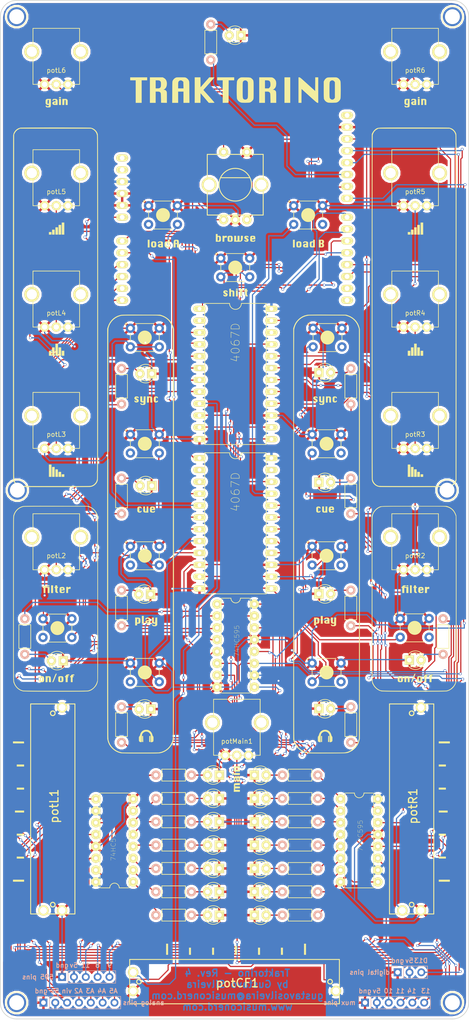
<source format=kicad_pcb>
(kicad_pcb (version 4) (host pcbnew 4.0.6)
  (layers (0 F.Cu signal) (31 B.Cu signal) (34 B.Paste user) (35 F.Paste user) (36 B.SilkS user) (37 F.SilkS user) (38 B.Mask user) (39 F.Mask user) (44 Edge.Cuts user))
  (net 0 "")
  (net 1 GND)
  (net 2 /ledOnOff)
  (net 3 /ledL5)
  (net 4 /ledR5)
  (net 5 /ledL4)
  (net 6 /ledR4)
  (net 7 /ledL3)
  (net 8 /ledR3)
  (net 9 /ledL2)
  (net 10 /ledR2)
  (net 11 /ledL1)
  (net 12 /ledR1)
  (net 13 /VU13)
  (net 14 /VU5)
  (net 15 /VU12)
  (net 16 /VU4)
  (net 17 /VU11)
  (net 18 /VU3)
  (net 19 /VU10)
  (net 20 /VU2)
  (net 21 /VU9)
  (net 22 /VU1)
  (net 23 /VU8)
  (net 24 /VU0)
  (net 25 /VU7)
  (net 26 /BR4)
  (net 27 /BL4)
  (net 28 /BR3)
  (net 29 /BL3)
  (net 30 /BR2)
  (net 31 /BL2)
  (net 32 /BR1)
  (net 33 /BL1)
  (net 34 /BR6)
  (net 35 /BL6)
  (net 36 /BR5)
  (net 37 /BL5)
  (net 38 /potR6)
  (net 39 /potL7)
  (net 40 /potR7)
  (net 41 /potL2)
  (net 42 /potR1)
  (net 43 /potL1)
  (net 44 /potR2)
  (net 45 /potL3)
  (net 46 /potR3)
  (net 47 /potL4)
  (net 48 /potR4)
  (net 49 /potL5)
  (net 50 /potR5)
  (net 51 /potL6)
  (net 52 +5V)
  (net 53 /Bshift)
  (net 54 /potMain)
  (net 55 /potCF)
  (net 56 /A1)
  (net 57 /D4)
  (net 58 /D5)
  (net 59 /D7)
  (net 60 /D6)
  (net 61 /D8)
  (net 62 /A0)
  (net 63 /D3)
  (net 64 /D2)
  (net 65 "Net-(SHIELD1-Pad3V3)")
  (net 66 "Net-(SHIELD1-PadRST)")
  (net 67 "Net-(SHIELD1-Pad0)")
  (net 68 "Net-(SHIELD1-Pad1)")
  (net 69 "Net-(SHIELD1-PadAREF)")
  (net 70 "Net-(RL1-Pad2)")
  (net 71 "Net-(RL2-Pad2)")
  (net 72 "Net-(RL3-Pad2)")
  (net 73 "Net-(RL4-Pad2)")
  (net 74 "Net-(RL5-Pad2)")
  (net 75 "Net-(ROnOff1-Pad2)")
  (net 76 "Net-(RR1-Pad2)")
  (net 77 "Net-(RR2-Pad2)")
  (net 78 "Net-(RR3-Pad2)")
  (net 79 "Net-(RR4-Pad2)")
  (net 80 "Net-(RR5-Pad2)")
  (net 81 /VU6)
  (net 82 /encoder_sw)
  (net 83 "Net-(MUXbuttons1-Pad2)")
  (net 84 "Net-(MUXbuttons1-Pad3)")
  (net 85 "Net-(MUXbuttons1-Pad23)")
  (net 86 "Net-(RVU0-Pad1)")
  (net 87 "Net-(RVU1-Pad1)")
  (net 88 "Net-(RVU2-Pad1)")
  (net 89 "Net-(RVU3-Pad1)")
  (net 90 "Net-(RVU4-Pad1)")
  (net 91 "Net-(RVU5-Pad1)")
  (net 92 "Net-(RVU6-Pad1)")
  (net 93 "Net-(RVU7-Pad1)")
  (net 94 "Net-(RVU8-Pad1)")
  (net 95 "Net-(RVU9-Pad1)")
  (net 96 "Net-(RVU10-Pad1)")
  (net 97 "Net-(RVU11-Pad1)")
  (net 98 "Net-(RVU12-Pad1)")
  (net 99 "Net-(RVU13-Pad1)")
  (net 100 /D11)
  (net 101 /D12)
  (net 102 "Net-(VUR1-Pad9)")
  (net 103 "Net-(VUL1-Pad9)")
  (net 104 /vi_in)
  (net 105 /A2)
  (net 106 /A3)
  (net 107 /A4)
  (net 108 /A5)
  (net 109 /595_out)
  (net 110 /D13)
  (module Gustavo:SW_tactile (layer F.Cu) (at 121.45 64.5)
    (fp_text reference BR5 hide)
    (fp_text value SW_PUSH_SMALL)
    (pad 2 thru_hole circle (at 6.1 4) (size 1.99898 1.99898) (drill 1) (layers *.Cu *.Mask) (net 36 /BR5))
    (pad 2 thru_hole circle (at -0.1 4) (size 1.99898 1.99898) (drill 1) (layers *.Cu *.Mask) (net 36 /BR5))
    (pad 1 thru_hole circle (at 6.1 0) (size 1.99898 1.99898) (drill 1) (layers *.Cu *.Mask) (net 1 GND))
    (pad 1 thru_hole circle (at -0.1 0) (size 1.99898 1.99898) (drill 1) (layers *.Cu *.Mask) (net 1 GND))
  )
  (module Gustavo:SW_tactile (layer F.Cu) (at 121.25 111.25)
    (fp_text reference BR3 hide)
    (fp_text value SW_PUSH_SMALL)
    (pad 2 thru_hole circle (at 6.1 4) (size 1.99898 1.99898) (drill 1) (layers *.Cu *.Mask) (net 28 /BR3))
    (pad 2 thru_hole circle (at -0.1 4) (size 1.99898 1.99898) (drill 1) (layers *.Cu *.Mask) (net 28 /BR3))
    (pad 1 thru_hole circle (at 6.1 0) (size 1.99898 1.99898) (drill 1) (layers *.Cu *.Mask) (net 1 GND))
    (pad 1 thru_hole circle (at -0.1 0) (size 1.99898 1.99898) (drill 1) (layers *.Cu *.Mask) (net 1 GND))
  )
  (module Gustavo:Pot_vertical (layer F.Cu) (at 143.25 12.25)
    (fp_text reference potR6 (at 0 -3) (layer F.SilkS))
    (fp_text value POT)
    (pad 4 thru_hole circle (at 5.25 -7) (size 3.2 3.2) (drill 2.2) (layers *.Cu *.Mask F.SilkS))
    (pad 2 thru_hole circle (at 0 0) (size 1.99898 1.99898) (drill 1.2) (layers *.Cu *.Mask F.SilkS) (net 38 /potR6))
    (pad 3 thru_hole circle (at 2.5 0) (size 1.99898 1.99898) (drill 1.2) (layers *.Cu *.Mask F.SilkS) (net 52 +5V))
    (pad 1 thru_hole circle (at -2.5 0) (size 1.99898 1.99898) (drill 1.2) (layers *.Cu *.Mask F.SilkS) (net 1 GND))
    (pad 4 thru_hole circle (at -5.25 -7) (size 3.2 3.2) (drill 2.2) (layers *.Cu *.Mask F.SilkS))
  )
  (module Gustavo:DIL16 (layer F.Cu) (at 104.75 132.5 270)
    (fp_text reference leds1 hide)
    (fp_text value 74HC595 (at -1 -0.25 450) (layer F.SilkS) (effects (font (thickness 0.05))))
    (pad 1 thru_hole circle (at -8.89 4.01) (size 1.99898 1.99898) (drill 0.8128) (layers *.Cu *.Mask F.SilkS) (net 9 /ledL2))
    (pad 2 thru_hole circle (at -6.35 4.01) (size 1.99898 1.99898) (drill 0.8128) (layers *.Cu *.Mask F.SilkS) (net 7 /ledL3))
    (pad 3 thru_hole circle (at -3.81 4.01) (size 1.99898 1.99898) (drill 0.8128) (layers *.Cu *.Mask F.SilkS) (net 5 /ledL4))
    (pad 4 thru_hole circle (at -1.27 4.01) (size 1.99898 1.99898) (drill 0.8128) (layers *.Cu *.Mask F.SilkS) (net 3 /ledL5))
    (pad 5 thru_hole circle (at 1.27 4.01) (size 1.99898 1.99898) (drill 0.8128) (layers *.Cu *.Mask F.SilkS) (net 12 /ledR1))
    (pad 6 thru_hole circle (at 3.81 4.01) (size 1.99898 1.99898) (drill 0.8128) (layers *.Cu *.Mask F.SilkS) (net 10 /ledR2))
    (pad 7 thru_hole circle (at 6.35 4.01) (size 1.99898 1.99898) (drill 0.8128) (layers *.Cu *.Mask F.SilkS) (net 8 /ledR3))
    (pad 8 thru_hole circle (at 8.89 4.01) (size 1.99898 1.99898) (drill 0.8128) (layers *.Cu *.Mask F.SilkS) (net 1 GND))
    (pad 9 thru_hole circle (at 8.89 -4.01) (size 1.99898 1.99898) (drill 0.8128) (layers *.Cu *.Mask F.SilkS) (net 109 /595_out))
    (pad 10 thru_hole circle (at 6.35 -4.01) (size 1.99898 1.99898) (drill 0.8128) (layers *.Cu *.Mask F.SilkS) (net 52 +5V))
    (pad 11 thru_hole circle (at 3.81 -4.01) (size 1.99898 1.99898) (drill 0.8128) (layers *.Cu *.Mask F.SilkS) (net 101 /D12))
    (pad 12 thru_hole circle (at 1.27 -4.01) (size 1.99898 1.99898) (drill 0.8128) (layers *.Cu *.Mask F.SilkS) (net 61 /D8))
    (pad 13 thru_hole circle (at -1.27 -4.01) (size 1.99898 1.99898) (drill 0.8128) (layers *.Cu *.Mask F.SilkS) (net 1 GND))
    (pad 14 thru_hole circle (at -3.81 -4.01) (size 1.99898 1.99898) (drill 0.8128) (layers *.Cu *.Mask F.SilkS) (net 102 "Net-(VUR1-Pad9)"))
    (pad 15 thru_hole circle (at -6.35 -4.01) (size 1.99898 1.99898) (drill 0.8128) (layers *.Cu *.Mask F.SilkS) (net 11 /ledL1))
    (pad 16 thru_hole circle (at -8.89 -4.01) (size 1.99898 1.99898) (drill 0.8128) (layers *.Cu *.Mask F.SilkS) (net 52 +5V))
  )
  (module Connect:1pin (layer F.Cu) (at 57.9 99.2 90)
    (fp_text reference REF** hide)
    (fp_text value 1pin hide)
    (pad 1 thru_hole circle (at 0 0 90) (size 4.064 4.064) (drill 3.2) (layers *.Cu *.Mask))
  )
  (module Connect:1pin (layer F.Cu) (at 150.1 99.2 90)
    (fp_text reference REF** hide)
    (fp_text value 1pin hide)
    (pad 1 thru_hole circle (at 0 0 90) (size 4.064 4.064) (drill 3.2) (layers *.Cu *.Mask))
  )
  (module Connect:1pin (layer F.Cu) (at 57.75 209 90)
    (fp_text reference REF** hide)
    (fp_text value 1pin hide)
    (pad 1 thru_hole circle (at 0 0 90) (size 4.064 4.064) (drill 3.2) (layers *.Cu *.Mask))
  )
  (module Connect:1pin (layer F.Cu) (at 151.25 209 90)
    (fp_text reference REF** hide)
    (fp_text value 1pin hide)
    (pad 1 thru_hole circle (at 0 0 90) (size 4.064 4.064) (drill 3.2) (layers *.Cu *.Mask))
  )
  (module Connect:1pin (layer F.Cu) (at 151.25 -2.25 90)
    (fp_text reference REF** hide)
    (fp_text value 1pin hide)
    (pad 1 thru_hole circle (at 0 0 90) (size 4.064 4.064) (drill 3.2) (layers *.Cu *.Mask))
  )
  (module tactile:VIA-6mm (layer F.Cu) (at 130.2 118.5 90)
    (fp_text reference REF** hide)
    (fp_text value VIA-6mm hide)
  )
  (module LEDs:LED-3MM (layer F.Cu) (at 67.75 135.75 180)
    (fp_text reference ledL1 hide)
    (fp_text value LED)
    (pad 1 thru_hole rect (at 0 0 270) (size 2 2) (drill 1.00076) (layers *.Cu *.Mask F.SilkS) (net 1 GND))
    (pad 2 thru_hole circle (at 2.54 0 180) (size 2 2) (drill 1.00076) (layers *.Cu *.Mask F.SilkS) (net 70 "Net-(RL1-Pad2)"))
  )
  (module LEDs:LED-3MM (layer F.Cu) (at 86.55 146.1 180)
    (fp_text reference ledL2 hide)
    (fp_text value LED)
    (pad 1 thru_hole rect (at 0 0 270) (size 2 2) (drill 1.00076) (layers *.Cu *.Mask F.SilkS) (net 1 GND))
    (pad 2 thru_hole circle (at 2.54 0 180) (size 2 2) (drill 1.00076) (layers *.Cu *.Mask F.SilkS) (net 71 "Net-(RL2-Pad2)"))
  )
  (module LEDs:LED-3MM (layer F.Cu) (at 86.5 121.5 180)
    (fp_text reference ledL3 hide)
    (fp_text value LED)
    (pad 1 thru_hole rect (at 0 0 270) (size 2 2) (drill 1.00076) (layers *.Cu *.Mask F.SilkS) (net 1 GND))
    (pad 2 thru_hole circle (at 2.54 0 180) (size 2 2) (drill 1.00076) (layers *.Cu *.Mask F.SilkS) (net 72 "Net-(RL3-Pad2)"))
  )
  (module LEDs:LED-3MM (layer F.Cu) (at 86.75 98.25 180)
    (fp_text reference ledL4 hide)
    (fp_text value LED)
    (pad 1 thru_hole rect (at 0 0 270) (size 2 2) (drill 1.00076) (layers *.Cu *.Mask F.SilkS) (net 1 GND))
    (pad 2 thru_hole circle (at 2.54 0 180) (size 2 2) (drill 1.00076) (layers *.Cu *.Mask F.SilkS) (net 73 "Net-(RL4-Pad2)"))
  )
  (module LEDs:LED-3MM (layer F.Cu) (at 86.75 74.25 180)
    (fp_text reference ledL5 hide)
    (fp_text value LED)
    (pad 1 thru_hole rect (at 0 0 270) (size 2 2) (drill 1.00076) (layers *.Cu *.Mask F.SilkS) (net 1 GND))
    (pad 2 thru_hole circle (at 2.54 0 180) (size 2 2) (drill 1.00076) (layers *.Cu *.Mask F.SilkS) (net 74 "Net-(RL5-Pad2)"))
  )
  (module LEDs:LED-3MM (layer F.Cu) (at 105.9 1.75 180)
    (fp_text reference ledOnOff1 hide)
    (fp_text value LED)
    (pad 1 thru_hole rect (at 0 0 270) (size 2 2) (drill 1.00076) (layers *.Cu *.Mask F.SilkS) (net 1 GND))
    (pad 2 thru_hole circle (at 2.54 0 180) (size 2 2) (drill 1.00076) (layers *.Cu *.Mask F.SilkS) (net 75 "Net-(ROnOff1-Pad2)"))
  )
  (module LEDs:LED-3MM (layer F.Cu) (at 142 135.6)
    (fp_text reference ledR1 hide)
    (fp_text value LED)
    (pad 1 thru_hole rect (at 0 0 90) (size 2 2) (drill 1.00076) (layers *.Cu *.Mask F.SilkS) (net 1 GND))
    (pad 2 thru_hole circle (at 2.54 0) (size 2 2) (drill 1.00076) (layers *.Cu *.Mask F.SilkS) (net 76 "Net-(RR1-Pad2)"))
  )
  (module LEDs:LED-3MM (layer F.Cu) (at 122.6 146)
    (fp_text reference ledR2 hide)
    (fp_text value LED)
    (pad 1 thru_hole rect (at 0 0 90) (size 2 2) (drill 1.00076) (layers *.Cu *.Mask F.SilkS) (net 1 GND))
    (pad 2 thru_hole circle (at 2.54 0) (size 2 2) (drill 1.00076) (layers *.Cu *.Mask F.SilkS) (net 77 "Net-(RR2-Pad2)"))
  )
  (module LEDs:LED-3MM (layer F.Cu) (at 122.6 121.4)
    (fp_text reference ledR3 hide)
    (fp_text value LED)
    (pad 1 thru_hole rect (at 0 0 90) (size 2 2) (drill 1.00076) (layers *.Cu *.Mask F.SilkS) (net 1 GND))
    (pad 2 thru_hole circle (at 2.54 0) (size 2 2) (drill 1.00076) (layers *.Cu *.Mask F.SilkS) (net 78 "Net-(RR3-Pad2)"))
  )
  (module LEDs:LED-3MM (layer F.Cu) (at 122.6 97.5)
    (fp_text reference ledR4 hide)
    (fp_text value LED)
    (pad 1 thru_hole rect (at 0 0 90) (size 2 2) (drill 1.00076) (layers *.Cu *.Mask F.SilkS) (net 1 GND))
    (pad 2 thru_hole circle (at 2.54 0) (size 2 2) (drill 1.00076) (layers *.Cu *.Mask F.SilkS) (net 79 "Net-(RR4-Pad2)"))
  )
  (module LEDs:LED-3MM (layer F.Cu) (at 122.6 74)
    (fp_text reference ledR5 hide)
    (fp_text value LED)
    (pad 1 thru_hole rect (at 0 0 90) (size 2 2) (drill 1.00076) (layers *.Cu *.Mask F.SilkS) (net 1 GND))
    (pad 2 thru_hole circle (at 2.54 0) (size 2 2) (drill 1.00076) (layers *.Cu *.Mask F.SilkS) (net 80 "Net-(RR5-Pad2)"))
  )
  (module Resistors_ThroughHole:Resistor_Horizontal_RM7mm (layer F.Cu) (at 59.5 126.75 270)
    (fp_text reference RL1 hide)
    (fp_text value R_Small)
    (pad 1 thru_hole circle (at 0 0 270) (size 1.99898 1.99898) (drill 1.00076) (layers *.Cu *.SilkS *.Mask) (net 11 /ledL1))
    (pad 2 thru_hole circle (at 7.62 0 270) (size 1.99898 1.99898) (drill 1.00076) (layers *.Cu *.SilkS *.Mask) (net 70 "Net-(RL1-Pad2)"))
  )
  (module Resistors_ThroughHole:Resistor_Horizontal_RM7mm (layer F.Cu) (at 80.25 153.25 90)
    (fp_text reference RL2 hide)
    (fp_text value R_Small)
    (pad 1 thru_hole circle (at 0 0 90) (size 1.99898 1.99898) (drill 1.00076) (layers *.Cu *.SilkS *.Mask) (net 9 /ledL2))
    (pad 2 thru_hole circle (at 7.62 0 90) (size 1.99898 1.99898) (drill 1.00076) (layers *.Cu *.SilkS *.Mask) (net 71 "Net-(RL2-Pad2)"))
  )
  (module Resistors_ThroughHole:Resistor_Horizontal_RM7mm (layer F.Cu) (at 80.25 128.25 90)
    (fp_text reference RL3 hide)
    (fp_text value R_Small)
    (pad 1 thru_hole circle (at 0 0 90) (size 1.99898 1.99898) (drill 1.00076) (layers *.Cu *.SilkS *.Mask) (net 7 /ledL3))
    (pad 2 thru_hole circle (at 7.62 0 90) (size 1.99898 1.99898) (drill 1.00076) (layers *.Cu *.SilkS *.Mask) (net 72 "Net-(RL3-Pad2)"))
  )
  (module Resistors_ThroughHole:Resistor_Horizontal_RM7mm (layer F.Cu) (at 80.25 104.25 90)
    (fp_text reference RL4 hide)
    (fp_text value R_Small)
    (pad 1 thru_hole circle (at 0 0 90) (size 1.99898 1.99898) (drill 1.00076) (layers *.Cu *.SilkS *.Mask) (net 5 /ledL4))
    (pad 2 thru_hole circle (at 7.62 0 90) (size 1.99898 1.99898) (drill 1.00076) (layers *.Cu *.SilkS *.Mask) (net 73 "Net-(RL4-Pad2)"))
  )
  (module Resistors_ThroughHole:Resistor_Horizontal_RM7mm (layer F.Cu) (at 80.25 80.75 90)
    (fp_text reference RL5 hide)
    (fp_text value R_Small)
    (pad 1 thru_hole circle (at 0 0 90) (size 1.99898 1.99898) (drill 1.00076) (layers *.Cu *.SilkS *.Mask) (net 3 /ledL5))
    (pad 2 thru_hole circle (at 7.62 0 90) (size 1.99898 1.99898) (drill 1.00076) (layers *.Cu *.SilkS *.Mask) (net 74 "Net-(RL5-Pad2)"))
  )
  (module Resistors_ThroughHole:Resistor_Horizontal_RM7mm (layer F.Cu) (at 99.4 7 90)
    (fp_text reference ROnOff1 hide)
    (fp_text value R_Small)
    (pad 1 thru_hole circle (at 0 0 90) (size 1.99898 1.99898) (drill 1.00076) (layers *.Cu *.SilkS *.Mask) (net 2 /ledOnOff))
    (pad 2 thru_hole circle (at 7.62 0 90) (size 1.99898 1.99898) (drill 1.00076) (layers *.Cu *.SilkS *.Mask) (net 75 "Net-(ROnOff1-Pad2)"))
  )
  (module Resistors_ThroughHole:Resistor_Horizontal_RM7mm (layer F.Cu) (at 149.25 126.75 270)
    (fp_text reference RR1 hide)
    (fp_text value R_Small)
    (pad 1 thru_hole circle (at 0 0 270) (size 1.99898 1.99898) (drill 1.00076) (layers *.Cu *.SilkS *.Mask) (net 12 /ledR1))
    (pad 2 thru_hole circle (at 7.62 0 270) (size 1.99898 1.99898) (drill 1.00076) (layers *.Cu *.SilkS *.Mask) (net 76 "Net-(RR1-Pad2)"))
  )
  (module Resistors_ThroughHole:Resistor_Horizontal_RM7mm (layer F.Cu) (at 129.45 153.25 90)
    (fp_text reference RR2 hide)
    (fp_text value R_Small)
    (pad 1 thru_hole circle (at 0 0 90) (size 1.99898 1.99898) (drill 1.00076) (layers *.Cu *.SilkS *.Mask) (net 10 /ledR2))
    (pad 2 thru_hole circle (at 7.62 0 90) (size 1.99898 1.99898) (drill 1.00076) (layers *.Cu *.SilkS *.Mask) (net 77 "Net-(RR2-Pad2)"))
  )
  (module Resistors_ThroughHole:Resistor_Horizontal_RM7mm (layer F.Cu) (at 129.45 128.25 90)
    (fp_text reference RR3 hide)
    (fp_text value R_Small)
    (pad 1 thru_hole circle (at 0 0 90) (size 1.99898 1.99898) (drill 1.00076) (layers *.Cu *.SilkS *.Mask) (net 8 /ledR3))
    (pad 2 thru_hole circle (at 7.62 0 90) (size 1.99898 1.99898) (drill 1.00076) (layers *.Cu *.SilkS *.Mask) (net 78 "Net-(RR3-Pad2)"))
  )
  (module Resistors_ThroughHole:Resistor_Horizontal_RM7mm (layer F.Cu) (at 129.45 104.25 90)
    (fp_text reference RR4 hide)
    (fp_text value R_Small)
    (pad 1 thru_hole circle (at 0 0 90) (size 1.99898 1.99898) (drill 1.00076) (layers *.Cu *.SilkS *.Mask) (net 6 /ledR4))
    (pad 2 thru_hole circle (at 7.62 0 90) (size 1.99898 1.99898) (drill 1.00076) (layers *.Cu *.SilkS *.Mask) (net 79 "Net-(RR4-Pad2)"))
  )
  (module Resistors_ThroughHole:Resistor_Horizontal_RM7mm (layer F.Cu) (at 129.45 80.75 90)
    (fp_text reference RR5 hide)
    (fp_text value R_Small)
    (pad 1 thru_hole circle (at 0 0 90) (size 1.99898 1.99898) (drill 1.00076) (layers *.Cu *.SilkS *.Mask) (net 4 /ledR5))
    (pad 2 thru_hole circle (at 7.62 0 90) (size 1.99898 1.99898) (drill 1.00076) (layers *.Cu *.SilkS *.Mask) (net 80 "Net-(RR5-Pad2)"))
  )
  (module Resistors_ThroughHole:Resistor_Horizontal_RM7mm (layer F.Cu) (at 95.25 190.25 180)
    (fp_text reference RVU0 hide)
    (fp_text value R_Small)
    (pad 1 thru_hole circle (at 0 0 180) (size 1.99898 1.99898) (drill 1.00076) (layers *.Cu *.SilkS *.Mask) (net 86 "Net-(RVU0-Pad1)"))
    (pad 2 thru_hole circle (at 7.62 0 180) (size 1.99898 1.99898) (drill 1.00076) (layers *.Cu *.SilkS *.Mask) (net 24 /VU0))
  )
  (module Resistors_ThroughHole:Resistor_Horizontal_RM7mm (layer F.Cu) (at 95.25 185.25 180)
    (fp_text reference RVU1 hide)
    (fp_text value R_Small)
    (pad 1 thru_hole circle (at 0 0 180) (size 1.99898 1.99898) (drill 1.00076) (layers *.Cu *.SilkS *.Mask) (net 87 "Net-(RVU1-Pad1)"))
    (pad 2 thru_hole circle (at 7.62 0 180) (size 1.99898 1.99898) (drill 1.00076) (layers *.Cu *.SilkS *.Mask) (net 22 /VU1))
  )
  (module Resistors_ThroughHole:Resistor_Horizontal_RM7mm (layer F.Cu) (at 95.25 180.25 180)
    (fp_text reference RVU2 hide)
    (fp_text value R_Small)
    (pad 1 thru_hole circle (at 0 0 180) (size 1.99898 1.99898) (drill 1.00076) (layers *.Cu *.SilkS *.Mask) (net 88 "Net-(RVU2-Pad1)"))
    (pad 2 thru_hole circle (at 7.62 0 180) (size 1.99898 1.99898) (drill 1.00076) (layers *.Cu *.SilkS *.Mask) (net 20 /VU2))
  )
  (module Resistors_ThroughHole:Resistor_Horizontal_RM7mm (layer F.Cu) (at 95.25 175.25 180)
    (fp_text reference RVU3 hide)
    (fp_text value R_Small)
    (pad 1 thru_hole circle (at 0 0 180) (size 1.99898 1.99898) (drill 1.00076) (layers *.Cu *.SilkS *.Mask) (net 89 "Net-(RVU3-Pad1)"))
    (pad 2 thru_hole circle (at 7.62 0 180) (size 1.99898 1.99898) (drill 1.00076) (layers *.Cu *.SilkS *.Mask) (net 18 /VU3))
  )
  (module Resistors_ThroughHole:Resistor_Horizontal_RM7mm (layer F.Cu) (at 95.25 170.25 180)
    (fp_text reference RVU4 hide)
    (fp_text value R_Small)
    (pad 1 thru_hole circle (at 0 0 180) (size 1.99898 1.99898) (drill 1.00076) (layers *.Cu *.SilkS *.Mask) (net 90 "Net-(RVU4-Pad1)"))
    (pad 2 thru_hole circle (at 7.62 0 180) (size 1.99898 1.99898) (drill 1.00076) (layers *.Cu *.SilkS *.Mask) (net 16 /VU4))
  )
  (module Resistors_ThroughHole:Resistor_Horizontal_RM7mm (layer F.Cu) (at 95.25 165.25 180)
    (fp_text reference RVU5 hide)
    (fp_text value R_Small)
    (pad 1 thru_hole circle (at 0 0 180) (size 1.99898 1.99898) (drill 1.00076) (layers *.Cu *.SilkS *.Mask) (net 91 "Net-(RVU5-Pad1)"))
    (pad 2 thru_hole circle (at 7.62 0 180) (size 1.99898 1.99898) (drill 1.00076) (layers *.Cu *.SilkS *.Mask) (net 14 /VU5))
  )
  (module Resistors_ThroughHole:Resistor_Horizontal_RM7mm (layer F.Cu) (at 95.25 160.25 180)
    (fp_text reference RVU6 hide)
    (fp_text value R_Small)
    (pad 1 thru_hole circle (at 0 0 180) (size 1.99898 1.99898) (drill 1.00076) (layers *.Cu *.SilkS *.Mask) (net 92 "Net-(RVU6-Pad1)"))
    (pad 2 thru_hole circle (at 7.62 0 180) (size 1.99898 1.99898) (drill 1.00076) (layers *.Cu *.SilkS *.Mask) (net 81 /VU6))
  )
  (module Resistors_ThroughHole:Resistor_Horizontal_RM7mm (layer F.Cu) (at 114.75 190.25)
    (fp_text reference RVU7 hide)
    (fp_text value R_Small)
    (pad 1 thru_hole circle (at 0 0) (size 1.99898 1.99898) (drill 1.00076) (layers *.Cu *.SilkS *.Mask) (net 93 "Net-(RVU7-Pad1)"))
    (pad 2 thru_hole circle (at 7.62 0) (size 1.99898 1.99898) (drill 1.00076) (layers *.Cu *.SilkS *.Mask) (net 25 /VU7))
  )
  (module Resistors_ThroughHole:Resistor_Horizontal_RM7mm (layer F.Cu) (at 114.75 185.25)
    (fp_text reference RVU8 hide)
    (fp_text value R_Small)
    (pad 1 thru_hole circle (at 0 0) (size 1.99898 1.99898) (drill 1.00076) (layers *.Cu *.SilkS *.Mask) (net 94 "Net-(RVU8-Pad1)"))
    (pad 2 thru_hole circle (at 7.62 0) (size 1.99898 1.99898) (drill 1.00076) (layers *.Cu *.SilkS *.Mask) (net 23 /VU8))
  )
  (module Resistors_ThroughHole:Resistor_Horizontal_RM7mm (layer F.Cu) (at 114.75 180.25)
    (fp_text reference RVU9 hide)
    (fp_text value R_Small)
    (pad 1 thru_hole circle (at 0 0) (size 1.99898 1.99898) (drill 1.00076) (layers *.Cu *.SilkS *.Mask) (net 95 "Net-(RVU9-Pad1)"))
    (pad 2 thru_hole circle (at 7.62 0) (size 1.99898 1.99898) (drill 1.00076) (layers *.Cu *.SilkS *.Mask) (net 21 /VU9))
  )
  (module Resistors_ThroughHole:Resistor_Horizontal_RM7mm (layer F.Cu) (at 114.75 175.25)
    (fp_text reference RVU10 hide)
    (fp_text value R_Small)
    (pad 1 thru_hole circle (at 0 0) (size 1.99898 1.99898) (drill 1.00076) (layers *.Cu *.SilkS *.Mask) (net 96 "Net-(RVU10-Pad1)"))
    (pad 2 thru_hole circle (at 7.62 0) (size 1.99898 1.99898) (drill 1.00076) (layers *.Cu *.SilkS *.Mask) (net 19 /VU10))
  )
  (module Resistors_ThroughHole:Resistor_Horizontal_RM7mm (layer F.Cu) (at 114.75 170.25)
    (fp_text reference RVU11 hide)
    (fp_text value R_Small)
    (pad 1 thru_hole circle (at 0 0) (size 1.99898 1.99898) (drill 1.00076) (layers *.Cu *.SilkS *.Mask) (net 97 "Net-(RVU11-Pad1)"))
    (pad 2 thru_hole circle (at 7.62 0) (size 1.99898 1.99898) (drill 1.00076) (layers *.Cu *.SilkS *.Mask) (net 17 /VU11))
  )
  (module Resistors_ThroughHole:Resistor_Horizontal_RM7mm (layer F.Cu) (at 114.75 165.25)
    (fp_text reference RVU12 hide)
    (fp_text value R_Small)
    (pad 1 thru_hole circle (at 0 0) (size 1.99898 1.99898) (drill 1.00076) (layers *.Cu *.SilkS *.Mask) (net 98 "Net-(RVU12-Pad1)"))
    (pad 2 thru_hole circle (at 7.62 0) (size 1.99898 1.99898) (drill 1.00076) (layers *.Cu *.SilkS *.Mask) (net 15 /VU12))
  )
  (module Resistors_ThroughHole:Resistor_Horizontal_RM7mm (layer F.Cu) (at 114.75 160.25)
    (fp_text reference RVU13 hide)
    (fp_text value R_Small)
    (pad 1 thru_hole circle (at 0 0) (size 1.99898 1.99898) (drill 1.00076) (layers *.Cu *.SilkS *.Mask) (net 99 "Net-(RVU13-Pad1)"))
    (pad 2 thru_hole circle (at 7.62 0) (size 1.99898 1.99898) (drill 1.00076) (layers *.Cu *.SilkS *.Mask) (net 13 /VU13))
  )
  (module arduino_shields:ARDUINO_SHIELD_2_040pins (layer F.Cu) (at 77.85 -5 270)
    (fp_text reference SHIELD1 hide)
    (fp_text value ARDUINO_SHIELD hide)
    (pad AD5 thru_hole oval (at 63.5 -2.54) (size 2.54 1.524) (drill 1.016) (layers *.Cu *.Mask F.SilkS) (net 108 /A5))
    (pad AD4 thru_hole oval (at 60.96 -2.54) (size 2.54 1.524) (drill 1.016) (layers *.Cu *.Mask F.SilkS) (net 107 /A4))
    (pad AD3 thru_hole oval (at 58.42 -2.54) (size 2.54 1.524) (drill 1.016) (layers *.Cu *.Mask F.SilkS) (net 106 /A3))
    (pad AD0 thru_hole oval (at 50.8 -2.54) (size 2.54 1.524) (drill 1.016) (layers *.Cu *.Mask F.SilkS) (net 62 /A0))
    (pad AD1 thru_hole oval (at 53.34 -2.54) (size 2.54 1.524) (drill 1.016) (layers *.Cu *.Mask F.SilkS) (net 56 /A1))
    (pad AD2 thru_hole oval (at 55.88 -2.54) (size 2.54 1.524) (drill 1.016) (layers *.Cu *.Mask F.SilkS) (net 105 /A2))
    (pad V_IN thru_hole oval (at 45.72 -2.54) (size 2.54 1.524) (drill 1.016) (layers *.Cu *.Mask F.SilkS) (net 104 /vi_in))
    (pad GND2 thru_hole oval (at 43.18 -2.54) (size 2.54 1.524) (drill 1.016) (layers *.Cu *.Mask F.SilkS) (net 1 GND))
    (pad GND1 thru_hole oval (at 40.64 -2.54) (size 2.54 1.524) (drill 1.016) (layers *.Cu *.Mask F.SilkS) (net 1 GND))
    (pad 3V3 thru_hole oval (at 35.56 -2.54) (size 2.54 1.524) (drill 1.016) (layers *.Cu *.Mask F.SilkS) (net 65 "Net-(SHIELD1-Pad3V3)"))
    (pad RST thru_hole oval (at 33.02 -2.54) (size 2.54 1.524) (drill 1.016) (layers *.Cu *.Mask F.SilkS) (net 66 "Net-(SHIELD1-PadRST)"))
    (pad 0 thru_hole oval (at 63.5 -50.8) (size 2.54 1.524) (drill 1.016) (layers *.Cu *.Mask F.SilkS) (net 67 "Net-(SHIELD1-Pad0)"))
    (pad 1 thru_hole oval (at 60.96 -50.8) (size 2.54 1.524) (drill 1.016) (layers *.Cu *.Mask F.SilkS) (net 68 "Net-(SHIELD1-Pad1)"))
    (pad 2 thru_hole oval (at 58.42 -50.8) (size 2.54 1.524) (drill 1.016) (layers *.Cu *.Mask F.SilkS) (net 64 /D2))
    (pad 3 thru_hole oval (at 55.88 -50.8) (size 2.54 1.524) (drill 1.016) (layers *.Cu *.Mask F.SilkS) (net 63 /D3))
    (pad 4 thru_hole oval (at 53.34 -50.8) (size 2.54 1.524) (drill 1.016) (layers *.Cu *.Mask F.SilkS) (net 57 /D4))
    (pad 5 thru_hole oval (at 50.8 -50.8) (size 2.54 1.524) (drill 1.016) (layers *.Cu *.Mask F.SilkS) (net 58 /D5))
    (pad 6 thru_hole oval (at 48.26 -50.8) (size 2.54 1.524) (drill 1.016) (layers *.Cu *.Mask F.SilkS) (net 60 /D6))
    (pad 7 thru_hole oval (at 45.72 -50.8) (size 2.54 1.524) (drill 1.016) (layers *.Cu *.Mask F.SilkS) (net 59 /D7))
    (pad 8 thru_hole oval (at 41.656 -50.8) (size 2.54 1.524) (drill 1.016) (layers *.Cu *.Mask F.SilkS) (net 61 /D8))
    (pad 9 thru_hole oval (at 39.116 -50.8) (size 2.54 1.524) (drill 1.016) (layers *.Cu *.Mask F.SilkS) (net 82 /encoder_sw))
    (pad 10 thru_hole oval (at 36.576 -50.8) (size 2.54 1.524) (drill 1.016) (layers *.Cu *.Mask F.SilkS) (net 2 /ledOnOff))
    (pad 11 thru_hole oval (at 34.036 -50.8) (size 2.54 1.524) (drill 1.016) (layers *.Cu *.Mask F.SilkS) (net 100 /D11))
    (pad 12 thru_hole oval (at 31.496 -50.8) (size 2.54 1.524) (drill 1.016) (layers *.Cu *.Mask F.SilkS) (net 101 /D12))
    (pad 13 thru_hole oval (at 28.956 -50.8) (size 2.54 1.524) (drill 1.016) (layers *.Cu *.Mask F.SilkS) (net 110 /D13))
    (pad GND3 thru_hole oval (at 26.416 -50.8) (size 2.54 1.524) (drill 1.016) (layers *.Cu *.Mask F.SilkS) (net 1 GND))
    (pad AREF thru_hole oval (at 23.876 -50.8) (size 2.54 1.524) (drill 1.016) (layers *.Cu *.Mask F.SilkS) (net 69 "Net-(SHIELD1-PadAREF)"))
    (pad 5V thru_hole oval (at 38.1 -2.54) (size 2.54 1.524) (drill 1.016) (layers *.Cu *.Mask F.SilkS) (net 52 +5V))
  )
  (module LEDs:LED-3MM (layer F.Cu) (at 101.25 190.25 180)
    (fp_text reference VU0 hide)
    (fp_text value LED)
    (pad 1 thru_hole rect (at 0 0 270) (size 2 2) (drill 1.00076) (layers *.Cu *.Mask F.SilkS) (net 1 GND))
    (pad 2 thru_hole circle (at 2.54 0 180) (size 2 2) (drill 1.00076) (layers *.Cu *.Mask F.SilkS) (net 86 "Net-(RVU0-Pad1)"))
  )
  (module LEDs:LED-3MM (layer F.Cu) (at 101.25 185.25 180)
    (fp_text reference VU1 hide)
    (fp_text value LED)
    (pad 1 thru_hole rect (at 0 0 270) (size 2 2) (drill 1.00076) (layers *.Cu *.Mask F.SilkS) (net 1 GND))
    (pad 2 thru_hole circle (at 2.54 0 180) (size 2 2) (drill 1.00076) (layers *.Cu *.Mask F.SilkS) (net 87 "Net-(RVU1-Pad1)"))
  )
  (module LEDs:LED-3MM (layer F.Cu) (at 101.25 180.25 180)
    (fp_text reference VU2 hide)
    (fp_text value LED)
    (pad 1 thru_hole rect (at 0 0 270) (size 2 2) (drill 1.00076) (layers *.Cu *.Mask F.SilkS) (net 1 GND))
    (pad 2 thru_hole circle (at 2.54 0 180) (size 2 2) (drill 1.00076) (layers *.Cu *.Mask F.SilkS) (net 88 "Net-(RVU2-Pad1)"))
  )
  (module LEDs:LED-3MM (layer F.Cu) (at 101.25 175.25 180)
    (fp_text reference VU3 hide)
    (fp_text value LED)
    (pad 1 thru_hole rect (at 0 0 270) (size 2 2) (drill 1.00076) (layers *.Cu *.Mask F.SilkS) (net 1 GND))
    (pad 2 thru_hole circle (at 2.54 0 180) (size 2 2) (drill 1.00076) (layers *.Cu *.Mask F.SilkS) (net 89 "Net-(RVU3-Pad1)"))
  )
  (module LEDs:LED-3MM (layer F.Cu) (at 101.25 170.25 180)
    (fp_text reference VU4 hide)
    (fp_text value LED)
    (pad 1 thru_hole rect (at 0 0 270) (size 2 2) (drill 1.00076) (layers *.Cu *.Mask F.SilkS) (net 1 GND))
    (pad 2 thru_hole circle (at 2.54 0 180) (size 2 2) (drill 1.00076) (layers *.Cu *.Mask F.SilkS) (net 90 "Net-(RVU4-Pad1)"))
  )
  (module LEDs:LED-3MM (layer F.Cu) (at 101.25 165.25 180)
    (fp_text reference VU5 hide)
    (fp_text value LED)
    (pad 1 thru_hole rect (at 0 0 270) (size 2 2) (drill 1.00076) (layers *.Cu *.Mask F.SilkS) (net 1 GND))
    (pad 2 thru_hole circle (at 2.54 0 180) (size 2 2) (drill 1.00076) (layers *.Cu *.Mask F.SilkS) (net 91 "Net-(RVU5-Pad1)"))
  )
  (module LEDs:LED-3MM (layer F.Cu) (at 101.25 160.25 180)
    (fp_text reference VU6 hide)
    (fp_text value LED)
    (pad 1 thru_hole rect (at 0 0 270) (size 2 2) (drill 1.00076) (layers *.Cu *.Mask F.SilkS) (net 1 GND))
    (pad 2 thru_hole circle (at 2.54 0 180) (size 2 2) (drill 1.00076) (layers *.Cu *.Mask F.SilkS) (net 92 "Net-(RVU6-Pad1)"))
  )
  (module LEDs:LED-3MM (layer F.Cu) (at 108.75 190.25)
    (fp_text reference VU7 hide)
    (fp_text value LED)
    (pad 1 thru_hole rect (at 0 0 90) (size 2 2) (drill 1.00076) (layers *.Cu *.Mask F.SilkS) (net 1 GND))
    (pad 2 thru_hole circle (at 2.54 0) (size 2 2) (drill 1.00076) (layers *.Cu *.Mask F.SilkS) (net 93 "Net-(RVU7-Pad1)"))
  )
  (module LEDs:LED-3MM (layer F.Cu) (at 108.75 185.25)
    (fp_text reference VU8 hide)
    (fp_text value LED)
    (pad 1 thru_hole rect (at 0 0 90) (size 2 2) (drill 1.00076) (layers *.Cu *.Mask F.SilkS) (net 1 GND))
    (pad 2 thru_hole circle (at 2.54 0) (size 2 2) (drill 1.00076) (layers *.Cu *.Mask F.SilkS) (net 94 "Net-(RVU8-Pad1)"))
  )
  (module LEDs:LED-3MM (layer F.Cu) (at 108.75 180.25)
    (fp_text reference VU9 hide)
    (fp_text value LED)
    (pad 1 thru_hole rect (at 0 0 90) (size 2 2) (drill 1.00076) (layers *.Cu *.Mask F.SilkS) (net 1 GND))
    (pad 2 thru_hole circle (at 2.54 0) (size 2 2) (drill 1.00076) (layers *.Cu *.Mask F.SilkS) (net 95 "Net-(RVU9-Pad1)"))
  )
  (module LEDs:LED-3MM (layer F.Cu) (at 108.75 175.25)
    (fp_text reference VU10 hide)
    (fp_text value LED)
    (pad 1 thru_hole rect (at 0 0 90) (size 2 2) (drill 1.00076) (layers *.Cu *.Mask F.SilkS) (net 1 GND))
    (pad 2 thru_hole circle (at 2.54 0) (size 2 2) (drill 1.00076) (layers *.Cu *.Mask F.SilkS) (net 96 "Net-(RVU10-Pad1)"))
  )
  (module LEDs:LED-3MM (layer F.Cu) (at 108.75 170.25)
    (fp_text reference VU11 hide)
    (fp_text value LED)
    (pad 1 thru_hole rect (at 0 0 90) (size 2 2) (drill 1.00076) (layers *.Cu *.Mask F.SilkS) (net 1 GND))
    (pad 2 thru_hole circle (at 2.54 0) (size 2 2) (drill 1.00076) (layers *.Cu *.Mask F.SilkS) (net 97 "Net-(RVU11-Pad1)"))
  )
  (module LEDs:LED-3MM (layer F.Cu) (at 108.75 165.25)
    (fp_text reference VU12 hide)
    (fp_text value LED)
    (pad 1 thru_hole rect (at 0 0 90) (size 2 2) (drill 1.00076) (layers *.Cu *.Mask F.SilkS) (net 1 GND))
    (pad 2 thru_hole circle (at 2.54 0) (size 2 2) (drill 1.00076) (layers *.Cu *.Mask F.SilkS) (net 98 "Net-(RVU12-Pad1)"))
  )
  (module LEDs:LED-3MM (layer F.Cu) (at 108.75 160.25)
    (fp_text reference VU13 hide)
    (fp_text value LED)
    (pad 1 thru_hole rect (at 0 0 90) (size 2 2) (drill 1.00076) (layers *.Cu *.Mask F.SilkS) (net 1 GND))
    (pad 2 thru_hole circle (at 2.54 0) (size 2 2) (drill 1.00076) (layers *.Cu *.Mask F.SilkS) (net 99 "Net-(RVU13-Pad1)"))
  )
  (module Connect:1pin (layer F.Cu) (at 57.75 -2.25 90)
    (fp_text reference REF** hide)
    (fp_text value 1pin hide)
    (pad 1 thru_hole circle (at 0 0 90) (size 4.064 4.064) (drill 3.2) (layers *.Cu *.Mask))
  )
  (module Gustavo:traktorino-silk-5 (layer F.Cu) (at 104.55 104.725)
    (fp_text reference G*** hide)
    (fp_text value LOGO hide)
  )
  (module Gustavo:SLIDER-MEDIUM-2-fSilk (layer F.Cu) (at 142.5 167.5 90)
    (fp_text reference potR1 (at 0.6 0.3 90) (layer F.SilkS) (effects (font (size 1.778 1.778) (thickness 0.2794))))
    (fp_text value POT hide)
    (pad 3 thru_hole circle (at 21.74748 1.99898 90) (size 2.2479 2.2479) (drill 1.4986) (layers *.Cu *.Mask F.SilkS) (net 52 +5V))
    (pad 1 thru_hole circle (at -21.74748 1.99898 90) (size 2.2479 2.2479) (drill 1.4986) (layers *.Cu *.Mask F.SilkS) (net 1 GND))
    (pad 2 thru_hole circle (at -21.74748 -1.99898 90) (size 2.2479 2.2479) (drill 1.4986) (layers *.Cu *.Mask F.SilkS) (net 42 /potR1))
  )
  (module Gustavo:SLIDER-MEDIUM-2-fSilk (layer F.Cu) (at 104.5 204.5)
    (fp_text reference potCF1 (at 0.6 0.3) (layer F.SilkS) (effects (font (size 1.778 1.778) (thickness 0.2794))))
    (fp_text value POT hide)
    (pad 3 thru_hole circle (at 21.74748 1.99898) (size 2.2479 2.2479) (drill 1.4986) (layers *.Cu *.Mask F.SilkS) (net 52 +5V))
    (pad 1 thru_hole circle (at -21.74748 1.99898) (size 2.2479 2.2479) (drill 1.4986) (layers *.Cu *.Mask F.SilkS) (net 1 GND))
    (pad 2 thru_hole circle (at -21.74748 -1.99898) (size 2.2479 2.2479) (drill 1.4986) (layers *.Cu *.Mask F.SilkS) (net 55 /potCF))
  )
  (module Gustavo:SLIDER-MEDIUM-2-fSilk (layer F.Cu) (at 65.5 167.5 90)
    (fp_text reference potL1 (at 0.6 0.3 90) (layer F.SilkS) (effects (font (size 1.778 1.778) (thickness 0.2794))))
    (fp_text value POT hide)
    (pad 3 thru_hole circle (at 21.74748 1.99898 90) (size 2.2479 2.2479) (drill 1.4986) (layers *.Cu *.Mask F.SilkS) (net 52 +5V))
    (pad 1 thru_hole circle (at -21.74748 1.99898 90) (size 2.2479 2.2479) (drill 1.4986) (layers *.Cu *.Mask F.SilkS) (net 1 GND))
    (pad 2 thru_hole circle (at -21.74748 -1.99898 90) (size 2.2479 2.2479) (drill 1.4986) (layers *.Cu *.Mask F.SilkS) (net 43 /potL1))
  )
  (module Gustavo:DIL16 (layer F.Cu) (at 131.25 174.25 270)
    (fp_text reference VUR1 hide)
    (fp_text value 74HC595 (at -1 -0.25 450) (layer F.SilkS) (effects (font (thickness 0.05))))
    (pad 1 thru_hole circle (at -8.89 4.01) (size 1.99898 1.99898) (drill 0.8128) (layers *.Cu *.Mask F.SilkS) (net 13 /VU13))
    (pad 2 thru_hole circle (at -6.35 4.01) (size 1.99898 1.99898) (drill 0.8128) (layers *.Cu *.Mask F.SilkS) (net 15 /VU12))
    (pad 3 thru_hole circle (at -3.81 4.01) (size 1.99898 1.99898) (drill 0.8128) (layers *.Cu *.Mask F.SilkS) (net 17 /VU11))
    (pad 4 thru_hole circle (at -1.27 4.01) (size 1.99898 1.99898) (drill 0.8128) (layers *.Cu *.Mask F.SilkS) (net 19 /VU10))
    (pad 5 thru_hole circle (at 1.27 4.01) (size 1.99898 1.99898) (drill 0.8128) (layers *.Cu *.Mask F.SilkS) (net 21 /VU9))
    (pad 6 thru_hole circle (at 3.81 4.01) (size 1.99898 1.99898) (drill 0.8128) (layers *.Cu *.Mask F.SilkS) (net 23 /VU8))
    (pad 7 thru_hole circle (at 6.35 4.01) (size 1.99898 1.99898) (drill 0.8128) (layers *.Cu *.Mask F.SilkS) (net 25 /VU7))
    (pad 8 thru_hole circle (at 8.89 4.01) (size 1.99898 1.99898) (drill 0.8128) (layers *.Cu *.Mask F.SilkS) (net 1 GND))
    (pad 9 thru_hole circle (at 8.89 -4.01) (size 1.99898 1.99898) (drill 0.8128) (layers *.Cu *.Mask F.SilkS) (net 102 "Net-(VUR1-Pad9)"))
    (pad 10 thru_hole circle (at 6.35 -4.01) (size 1.99898 1.99898) (drill 0.8128) (layers *.Cu *.Mask F.SilkS) (net 52 +5V))
    (pad 11 thru_hole circle (at 3.81 -4.01) (size 1.99898 1.99898) (drill 0.8128) (layers *.Cu *.Mask F.SilkS) (net 101 /D12))
    (pad 12 thru_hole circle (at 1.27 -4.01) (size 1.99898 1.99898) (drill 0.8128) (layers *.Cu *.Mask F.SilkS) (net 61 /D8))
    (pad 13 thru_hole circle (at -1.27 -4.01) (size 1.99898 1.99898) (drill 0.8128) (layers *.Cu *.Mask F.SilkS) (net 1 GND))
    (pad 14 thru_hole circle (at -3.81 -4.01) (size 1.99898 1.99898) (drill 0.8128) (layers *.Cu *.Mask F.SilkS) (net 103 "Net-(VUL1-Pad9)"))
    (pad 15 thru_hole circle (at -6.35 -4.01) (size 1.99898 1.99898) (drill 0.8128) (layers *.Cu *.Mask F.SilkS) (net 4 /ledR5))
    (pad 16 thru_hole circle (at -8.89 -4.01) (size 1.99898 1.99898) (drill 0.8128) (layers *.Cu *.Mask F.SilkS) (net 52 +5V))
  )
  (module Gustavo:DIL16 (layer F.Cu) (at 78.75 174.25 90)
    (fp_text reference VUL1 hide)
    (fp_text value 74HC595 (at -1 -0.25 270) (layer F.SilkS) (effects (font (thickness 0.05))))
    (pad 1 thru_hole circle (at -8.89 4.01 180) (size 1.99898 1.99898) (drill 0.8128) (layers *.Cu *.Mask F.SilkS) (net 24 /VU0))
    (pad 2 thru_hole circle (at -6.35 4.01 180) (size 1.99898 1.99898) (drill 0.8128) (layers *.Cu *.Mask F.SilkS) (net 22 /VU1))
    (pad 3 thru_hole circle (at -3.81 4.01 180) (size 1.99898 1.99898) (drill 0.8128) (layers *.Cu *.Mask F.SilkS) (net 20 /VU2))
    (pad 4 thru_hole circle (at -1.27 4.01 180) (size 1.99898 1.99898) (drill 0.8128) (layers *.Cu *.Mask F.SilkS) (net 18 /VU3))
    (pad 5 thru_hole circle (at 1.27 4.01 180) (size 1.99898 1.99898) (drill 0.8128) (layers *.Cu *.Mask F.SilkS) (net 16 /VU4))
    (pad 6 thru_hole circle (at 3.81 4.01 180) (size 1.99898 1.99898) (drill 0.8128) (layers *.Cu *.Mask F.SilkS) (net 14 /VU5))
    (pad 7 thru_hole circle (at 6.35 4.01 180) (size 1.99898 1.99898) (drill 0.8128) (layers *.Cu *.Mask F.SilkS) (net 81 /VU6))
    (pad 8 thru_hole circle (at 8.89 4.01 180) (size 1.99898 1.99898) (drill 0.8128) (layers *.Cu *.Mask F.SilkS) (net 1 GND))
    (pad 9 thru_hole circle (at 8.89 -4.01 180) (size 1.99898 1.99898) (drill 0.8128) (layers *.Cu *.Mask F.SilkS) (net 103 "Net-(VUL1-Pad9)"))
    (pad 10 thru_hole circle (at 6.35 -4.01 180) (size 1.99898 1.99898) (drill 0.8128) (layers *.Cu *.Mask F.SilkS) (net 52 +5V))
    (pad 11 thru_hole circle (at 3.81 -4.01 180) (size 1.99898 1.99898) (drill 0.8128) (layers *.Cu *.Mask F.SilkS) (net 101 /D12))
    (pad 12 thru_hole circle (at 1.27 -4.01 180) (size 1.99898 1.99898) (drill 0.8128) (layers *.Cu *.Mask F.SilkS) (net 61 /D8))
    (pad 13 thru_hole circle (at -1.27 -4.01 180) (size 1.99898 1.99898) (drill 0.8128) (layers *.Cu *.Mask F.SilkS) (net 1 GND))
    (pad 14 thru_hole circle (at -3.81 -4.01 180) (size 1.99898 1.99898) (drill 0.8128) (layers *.Cu *.Mask F.SilkS) (net 100 /D11))
    (pad 15 thru_hole circle (at -6.35 -4.01 180) (size 1.99898 1.99898) (drill 0.8128) (layers *.Cu *.Mask F.SilkS) (net 6 /ledR4))
    (pad 16 thru_hole circle (at -8.89 -4.01 180) (size 1.99898 1.99898) (drill 0.8128) (layers *.Cu *.Mask F.SilkS) (net 52 +5V))
  )
  (module Gustavo:cd4067 (layer F.Cu) (at 104.7 106.3 270)
    (fp_text reference MUXbuttons1 hide)
    (fp_text value 4067D (at -6.731 0 270) (layer F.SilkS) (effects (font (size 1.778 1.778) (thickness 0.0889))))
    (pad 1 thru_hole oval (at -13.97 7.72 270) (size 1.3208 2.6416) (drill 0.8128) (layers *.Cu *.Mask F.SilkS) (net 56 /A1))
    (pad 2 thru_hole oval (at -11.43 7.72 270) (size 1.3208 2.6416) (drill 0.8128) (layers *.Cu *.Mask F.SilkS) (net 83 "Net-(MUXbuttons1-Pad2)"))
    (pad 3 thru_hole oval (at -8.89 7.72 270) (size 1.3208 2.6416) (drill 0.8128) (layers *.Cu *.Mask F.SilkS) (net 84 "Net-(MUXbuttons1-Pad3)"))
    (pad 4 thru_hole oval (at -6.35 7.72 270) (size 1.3208 2.6416) (drill 0.8128) (layers *.Cu *.Mask F.SilkS) (net 35 /BL6))
    (pad 5 thru_hole oval (at -3.81 7.72 270) (size 1.3208 2.6416) (drill 0.8128) (layers *.Cu *.Mask F.SilkS) (net 37 /BL5))
    (pad 6 thru_hole oval (at -1.27 7.72 270) (size 1.3208 2.6416) (drill 0.8128) (layers *.Cu *.Mask F.SilkS) (net 27 /BL4))
    (pad 7 thru_hole oval (at 1.27 7.72 270) (size 1.3208 2.6416) (drill 0.8128) (layers *.Cu *.Mask F.SilkS) (net 29 /BL3))
    (pad 8 thru_hole oval (at 3.81 7.72 270) (size 1.3208 2.6416) (drill 0.8128) (layers *.Cu *.Mask F.SilkS) (net 31 /BL2))
    (pad 9 thru_hole oval (at 6.35 7.72 270) (size 1.3208 2.6416) (drill 0.8128) (layers *.Cu *.Mask F.SilkS) (net 33 /BL1))
    (pad 10 thru_hole oval (at 8.89 7.72 270) (size 1.3208 2.6416) (drill 0.8128) (layers *.Cu *.Mask F.SilkS) (net 57 /D4))
    (pad 11 thru_hole oval (at 11.43 7.72 270) (size 1.3208 2.6416) (drill 0.8128) (layers *.Cu *.Mask F.SilkS) (net 58 /D5))
    (pad 12 thru_hole oval (at 13.97 7.72 270) (size 1.3208 2.6416) (drill 0.8128) (layers *.Cu *.Mask F.SilkS) (net 1 GND))
    (pad 13 thru_hole oval (at 13.97 -7.72 270) (size 1.3208 2.6416) (drill 0.8128) (layers *.Cu *.Mask F.SilkS) (net 59 /D7))
    (pad 14 thru_hole oval (at 11.43 -7.72 270) (size 1.3208 2.6416) (drill 0.8128) (layers *.Cu *.Mask F.SilkS) (net 60 /D6))
    (pad 15 thru_hole oval (at 8.89 -7.72 270) (size 1.3208 2.6416) (drill 0.8128) (layers *.Cu *.Mask F.SilkS) (net 1 GND))
    (pad 16 thru_hole oval (at 6.35 -7.72 270) (size 1.3208 2.6416) (drill 0.8128) (layers *.Cu *.Mask F.SilkS) (net 32 /BR1))
    (pad 17 thru_hole oval (at 3.81 -7.72 270) (size 1.3208 2.6416) (drill 0.8128) (layers *.Cu *.Mask F.SilkS) (net 30 /BR2))
    (pad 18 thru_hole oval (at 1.27 -7.72 270) (size 1.3208 2.6416) (drill 0.8128) (layers *.Cu *.Mask F.SilkS) (net 28 /BR3))
    (pad 19 thru_hole oval (at -1.27 -7.72 270) (size 1.3208 2.6416) (drill 0.8128) (layers *.Cu *.Mask F.SilkS) (net 26 /BR4))
    (pad 20 thru_hole oval (at -3.81 -7.72 270) (size 1.3208 2.6416) (drill 0.8128) (layers *.Cu *.Mask F.SilkS) (net 36 /BR5))
    (pad 21 thru_hole oval (at -6.35 -7.72 270) (size 1.3208 2.6416) (drill 0.8128) (layers *.Cu *.Mask F.SilkS) (net 34 /BR6))
    (pad 22 thru_hole oval (at -8.89 -7.72 270) (size 1.3208 2.6416) (drill 0.8128) (layers *.Cu *.Mask F.SilkS) (net 53 /Bshift))
    (pad 23 thru_hole oval (at -11.43 -7.72 270) (size 1.3208 2.6416) (drill 0.8128) (layers *.Cu *.Mask F.SilkS) (net 85 "Net-(MUXbuttons1-Pad23)"))
    (pad 24 thru_hole oval (at -13.97 -7.72 270) (size 1.3208 2.6416) (drill 0.8128) (layers *.Cu *.Mask F.SilkS) (net 52 +5V))
  )
  (module Gustavo:cd4067 (layer F.Cu) (at 104.7 74.3 270)
    (fp_text reference MUXpots1 hide)
    (fp_text value 4067D (at -6.731 0 270) (layer F.SilkS) (effects (font (size 1.778 1.778) (thickness 0.0889))))
    (pad 1 thru_hole oval (at -13.97 7.72 270) (size 1.3208 2.6416) (drill 0.8128) (layers *.Cu *.Mask F.SilkS) (net 62 /A0))
    (pad 2 thru_hole oval (at -11.43 7.72 270) (size 1.3208 2.6416) (drill 0.8128) (layers *.Cu *.Mask F.SilkS) (net 39 /potL7))
    (pad 3 thru_hole oval (at -8.89 7.72 270) (size 1.3208 2.6416) (drill 0.8128) (layers *.Cu *.Mask F.SilkS) (net 51 /potL6))
    (pad 4 thru_hole oval (at -6.35 7.72 270) (size 1.3208 2.6416) (drill 0.8128) (layers *.Cu *.Mask F.SilkS) (net 49 /potL5))
    (pad 5 thru_hole oval (at -3.81 7.72 270) (size 1.3208 2.6416) (drill 0.8128) (layers *.Cu *.Mask F.SilkS) (net 47 /potL4))
    (pad 6 thru_hole oval (at -1.27 7.72 270) (size 1.3208 2.6416) (drill 0.8128) (layers *.Cu *.Mask F.SilkS) (net 45 /potL3))
    (pad 7 thru_hole oval (at 1.27 7.72 270) (size 1.3208 2.6416) (drill 0.8128) (layers *.Cu *.Mask F.SilkS) (net 41 /potL2))
    (pad 8 thru_hole oval (at 3.81 7.72 270) (size 1.3208 2.6416) (drill 0.8128) (layers *.Cu *.Mask F.SilkS) (net 43 /potL1))
    (pad 9 thru_hole oval (at 6.35 7.72 270) (size 1.3208 2.6416) (drill 0.8128) (layers *.Cu *.Mask F.SilkS) (net 55 /potCF))
    (pad 10 thru_hole oval (at 8.89 7.72 270) (size 1.3208 2.6416) (drill 0.8128) (layers *.Cu *.Mask F.SilkS) (net 57 /D4))
    (pad 11 thru_hole oval (at 11.43 7.72 270) (size 1.3208 2.6416) (drill 0.8128) (layers *.Cu *.Mask F.SilkS) (net 58 /D5))
    (pad 12 thru_hole oval (at 13.97 7.72 270) (size 1.3208 2.6416) (drill 0.8128) (layers *.Cu *.Mask F.SilkS) (net 1 GND))
    (pad 13 thru_hole oval (at 13.97 -7.72 270) (size 1.3208 2.6416) (drill 0.8128) (layers *.Cu *.Mask F.SilkS) (net 59 /D7))
    (pad 14 thru_hole oval (at 11.43 -7.72 270) (size 1.3208 2.6416) (drill 0.8128) (layers *.Cu *.Mask F.SilkS) (net 60 /D6))
    (pad 15 thru_hole oval (at 8.89 -7.72 270) (size 1.3208 2.6416) (drill 0.8128) (layers *.Cu *.Mask F.SilkS) (net 1 GND))
    (pad 16 thru_hole oval (at 6.35 -7.72 270) (size 1.3208 2.6416) (drill 0.8128) (layers *.Cu *.Mask F.SilkS) (net 42 /potR1))
    (pad 17 thru_hole oval (at 3.81 -7.72 270) (size 1.3208 2.6416) (drill 0.8128) (layers *.Cu *.Mask F.SilkS) (net 44 /potR2))
    (pad 18 thru_hole oval (at 1.27 -7.72 270) (size 1.3208 2.6416) (drill 0.8128) (layers *.Cu *.Mask F.SilkS) (net 46 /potR3))
    (pad 19 thru_hole oval (at -1.27 -7.72 270) (size 1.3208 2.6416) (drill 0.8128) (layers *.Cu *.Mask F.SilkS) (net 48 /potR4))
    (pad 20 thru_hole oval (at -3.81 -7.72 270) (size 1.3208 2.6416) (drill 0.8128) (layers *.Cu *.Mask F.SilkS) (net 50 /potR5))
    (pad 21 thru_hole oval (at -6.35 -7.72 270) (size 1.3208 2.6416) (drill 0.8128) (layers *.Cu *.Mask F.SilkS) (net 38 /potR6))
    (pad 22 thru_hole oval (at -8.89 -7.72 270) (size 1.3208 2.6416) (drill 0.8128) (layers *.Cu *.Mask F.SilkS) (net 40 /potR7))
    (pad 23 thru_hole oval (at -11.43 -7.72 270) (size 1.3208 2.6416) (drill 0.8128) (layers *.Cu *.Mask F.SilkS) (net 54 /potMain))
    (pad 24 thru_hole oval (at -13.97 -7.72 270) (size 1.3208 2.6416) (drill 0.8128) (layers *.Cu *.Mask F.SilkS) (net 52 +5V))
  )
  (module Gustavo:Pot_vertical (layer F.Cu) (at 66.25 12.25)
    (fp_text reference potL6 (at 0 -3) (layer F.SilkS))
    (fp_text value POT)
    (pad 4 thru_hole circle (at 5.25 -7) (size 3.2 3.2) (drill 2.2) (layers *.Cu *.Mask F.SilkS))
    (pad 2 thru_hole circle (at 0 0) (size 1.99898 1.99898) (drill 1.2) (layers *.Cu *.Mask F.SilkS) (net 51 /potL6))
    (pad 3 thru_hole circle (at 2.5 0) (size 1.99898 1.99898) (drill 1.2) (layers *.Cu *.Mask F.SilkS) (net 52 +5V))
    (pad 1 thru_hole circle (at -2.5 0) (size 1.99898 1.99898) (drill 1.2) (layers *.Cu *.Mask F.SilkS) (net 1 GND))
    (pad 4 thru_hole circle (at -5.25 -7) (size 3.2 3.2) (drill 2.2) (layers *.Cu *.Mask F.SilkS))
  )
  (module Gustavo:Pot_vertical (layer F.Cu) (at 66.25 38.25)
    (fp_text reference potL5 (at 0 -3) (layer F.SilkS))
    (fp_text value POT)
    (pad 4 thru_hole circle (at 5.25 -7) (size 3.2 3.2) (drill 2.2) (layers *.Cu *.Mask F.SilkS))
    (pad 2 thru_hole circle (at 0 0) (size 1.99898 1.99898) (drill 1.2) (layers *.Cu *.Mask F.SilkS) (net 49 /potL5))
    (pad 3 thru_hole circle (at 2.5 0) (size 1.99898 1.99898) (drill 1.2) (layers *.Cu *.Mask F.SilkS) (net 52 +5V))
    (pad 1 thru_hole circle (at -2.5 0) (size 1.99898 1.99898) (drill 1.2) (layers *.Cu *.Mask F.SilkS) (net 1 GND))
    (pad 4 thru_hole circle (at -5.25 -7) (size 3.2 3.2) (drill 2.2) (layers *.Cu *.Mask F.SilkS))
  )
  (module Gustavo:Pot_vertical (layer F.Cu) (at 66.25 64.25)
    (fp_text reference potL4 (at 0 -3) (layer F.SilkS))
    (fp_text value POT)
    (pad 4 thru_hole circle (at 5.25 -7) (size 3.2 3.2) (drill 2.2) (layers *.Cu *.Mask F.SilkS))
    (pad 2 thru_hole circle (at 0 0) (size 1.99898 1.99898) (drill 1.2) (layers *.Cu *.Mask F.SilkS) (net 47 /potL4))
    (pad 3 thru_hole circle (at 2.5 0) (size 1.99898 1.99898) (drill 1.2) (layers *.Cu *.Mask F.SilkS) (net 52 +5V))
    (pad 1 thru_hole circle (at -2.5 0) (size 1.99898 1.99898) (drill 1.2) (layers *.Cu *.Mask F.SilkS) (net 1 GND))
    (pad 4 thru_hole circle (at -5.25 -7) (size 3.2 3.2) (drill 2.2) (layers *.Cu *.Mask F.SilkS))
  )
  (module Gustavo:Pot_vertical (layer F.Cu) (at 66.25 90.25)
    (fp_text reference potL3 (at 0 -3) (layer F.SilkS))
    (fp_text value POT)
    (pad 4 thru_hole circle (at 5.25 -7) (size 3.2 3.2) (drill 2.2) (layers *.Cu *.Mask F.SilkS))
    (pad 2 thru_hole circle (at 0 0) (size 1.99898 1.99898) (drill 1.2) (layers *.Cu *.Mask F.SilkS) (net 45 /potL3))
    (pad 3 thru_hole circle (at 2.5 0) (size 1.99898 1.99898) (drill 1.2) (layers *.Cu *.Mask F.SilkS) (net 52 +5V))
    (pad 1 thru_hole circle (at -2.5 0) (size 1.99898 1.99898) (drill 1.2) (layers *.Cu *.Mask F.SilkS) (net 1 GND))
    (pad 4 thru_hole circle (at -5.25 -7) (size 3.2 3.2) (drill 2.2) (layers *.Cu *.Mask F.SilkS))
  )
  (module Gustavo:Pot_vertical (layer F.Cu) (at 66.25 116.25)
    (fp_text reference potL2 (at 0 -3) (layer F.SilkS))
    (fp_text value POT)
    (pad 4 thru_hole circle (at 5.25 -7) (size 3.2 3.2) (drill 2.2) (layers *.Cu *.Mask F.SilkS))
    (pad 2 thru_hole circle (at 0 0) (size 1.99898 1.99898) (drill 1.2) (layers *.Cu *.Mask F.SilkS) (net 41 /potL2))
    (pad 3 thru_hole circle (at 2.5 0) (size 1.99898 1.99898) (drill 1.2) (layers *.Cu *.Mask F.SilkS) (net 52 +5V))
    (pad 1 thru_hole circle (at -2.5 0) (size 1.99898 1.99898) (drill 1.2) (layers *.Cu *.Mask F.SilkS) (net 1 GND))
    (pad 4 thru_hole circle (at -5.25 -7) (size 3.2 3.2) (drill 2.2) (layers *.Cu *.Mask F.SilkS))
  )
  (module Gustavo:Pot_vertical (layer F.Cu) (at 105 156)
    (fp_text reference potMain1 (at 0 -3) (layer F.SilkS))
    (fp_text value POT)
    (pad 4 thru_hole circle (at 5.25 -7) (size 3.2 3.2) (drill 2.2) (layers *.Cu *.Mask F.SilkS))
    (pad 2 thru_hole circle (at 0 0) (size 1.99898 1.99898) (drill 1.2) (layers *.Cu *.Mask F.SilkS) (net 54 /potMain))
    (pad 3 thru_hole circle (at 2.5 0) (size 1.99898 1.99898) (drill 1.2) (layers *.Cu *.Mask F.SilkS) (net 52 +5V))
    (pad 1 thru_hole circle (at -2.5 0) (size 1.99898 1.99898) (drill 1.2) (layers *.Cu *.Mask F.SilkS) (net 1 GND))
    (pad 4 thru_hole circle (at -5.25 -7) (size 3.2 3.2) (drill 2.2) (layers *.Cu *.Mask F.SilkS))
  )
  (module Gustavo:Pot_vertical (layer F.Cu) (at 143.25 116.25)
    (fp_text reference potR2 (at 0 -3) (layer F.SilkS))
    (fp_text value POT)
    (pad 4 thru_hole circle (at 5.25 -7) (size 3.2 3.2) (drill 2.2) (layers *.Cu *.Mask F.SilkS))
    (pad 2 thru_hole circle (at 0 0) (size 1.99898 1.99898) (drill 1.2) (layers *.Cu *.Mask F.SilkS) (net 44 /potR2))
    (pad 3 thru_hole circle (at 2.5 0) (size 1.99898 1.99898) (drill 1.2) (layers *.Cu *.Mask F.SilkS) (net 52 +5V))
    (pad 1 thru_hole circle (at -2.5 0) (size 1.99898 1.99898) (drill 1.2) (layers *.Cu *.Mask F.SilkS) (net 1 GND))
    (pad 4 thru_hole circle (at -5.25 -7) (size 3.2 3.2) (drill 2.2) (layers *.Cu *.Mask F.SilkS))
  )
  (module Gustavo:Pot_vertical (layer F.Cu) (at 143.25 90.25)
    (fp_text reference potR3 (at 0 -3) (layer F.SilkS))
    (fp_text value POT)
    (pad 4 thru_hole circle (at 5.25 -7) (size 3.2 3.2) (drill 2.2) (layers *.Cu *.Mask F.SilkS))
    (pad 2 thru_hole circle (at 0 0) (size 1.99898 1.99898) (drill 1.2) (layers *.Cu *.Mask F.SilkS) (net 46 /potR3))
    (pad 3 thru_hole circle (at 2.5 0) (size 1.99898 1.99898) (drill 1.2) (layers *.Cu *.Mask F.SilkS) (net 52 +5V))
    (pad 1 thru_hole circle (at -2.5 0) (size 1.99898 1.99898) (drill 1.2) (layers *.Cu *.Mask F.SilkS) (net 1 GND))
    (pad 4 thru_hole circle (at -5.25 -7) (size 3.2 3.2) (drill 2.2) (layers *.Cu *.Mask F.SilkS))
  )
  (module Gustavo:Pot_vertical (layer F.Cu) (at 143.25 64.25)
    (fp_text reference potR4 (at 0 -3) (layer F.SilkS))
    (fp_text value POT)
    (pad 4 thru_hole circle (at 5.25 -7) (size 3.2 3.2) (drill 2.2) (layers *.Cu *.Mask F.SilkS))
    (pad 2 thru_hole circle (at 0 0) (size 1.99898 1.99898) (drill 1.2) (layers *.Cu *.Mask F.SilkS) (net 48 /potR4))
    (pad 3 thru_hole circle (at 2.5 0) (size 1.99898 1.99898) (drill 1.2) (layers *.Cu *.Mask F.SilkS) (net 52 +5V))
    (pad 1 thru_hole circle (at -2.5 0) (size 1.99898 1.99898) (drill 1.2) (layers *.Cu *.Mask F.SilkS) (net 1 GND))
    (pad 4 thru_hole circle (at -5.25 -7) (size 3.2 3.2) (drill 2.2) (layers *.Cu *.Mask F.SilkS))
  )
  (module Gustavo:Pot_vertical (layer F.Cu) (at 143.25 38.25)
    (fp_text reference potR5 (at 0 -3) (layer F.SilkS))
    (fp_text value POT)
    (pad 4 thru_hole circle (at 5.25 -7) (size 3.2 3.2) (drill 2.2) (layers *.Cu *.Mask F.SilkS))
    (pad 2 thru_hole circle (at 0 0) (size 1.99898 1.99898) (drill 1.2) (layers *.Cu *.Mask F.SilkS) (net 50 /potR5))
    (pad 3 thru_hole circle (at 2.5 0) (size 1.99898 1.99898) (drill 1.2) (layers *.Cu *.Mask F.SilkS) (net 52 +5V))
    (pad 1 thru_hole circle (at -2.5 0) (size 1.99898 1.99898) (drill 1.2) (layers *.Cu *.Mask F.SilkS) (net 1 GND))
    (pad 4 thru_hole circle (at -5.25 -7) (size 3.2 3.2) (drill 2.2) (layers *.Cu *.Mask F.SilkS))
  )
  (module Gustavo:SW_tactile (layer F.Cu) (at 86.15 38.25)
    (fp_text reference BL6 hide)
    (fp_text value SW_PUSH_SMALL)
    (pad 2 thru_hole circle (at 6.1 4) (size 1.99898 1.99898) (drill 1) (layers *.Cu *.Mask) (net 35 /BL6))
    (pad 2 thru_hole circle (at -0.1 4) (size 1.99898 1.99898) (drill 1) (layers *.Cu *.Mask) (net 35 /BL6))
    (pad 1 thru_hole circle (at 6.1 0) (size 1.99898 1.99898) (drill 1) (layers *.Cu *.Mask) (net 1 GND))
    (pad 1 thru_hole circle (at -0.1 0) (size 1.99898 1.99898) (drill 1) (layers *.Cu *.Mask) (net 1 GND))
  )
  (module Gustavo:SW_tactile (layer F.Cu) (at 101.65 49.5)
    (fp_text reference Bshift1 hide)
    (fp_text value SW_PUSH_SMALL)
    (pad 2 thru_hole circle (at 6.1 4) (size 1.99898 1.99898) (drill 1) (layers *.Cu *.Mask) (net 53 /Bshift))
    (pad 2 thru_hole circle (at -0.1 4) (size 1.99898 1.99898) (drill 1) (layers *.Cu *.Mask) (net 53 /Bshift))
    (pad 1 thru_hole circle (at 6.1 0) (size 1.99898 1.99898) (drill 1) (layers *.Cu *.Mask) (net 1 GND))
    (pad 1 thru_hole circle (at -0.1 0) (size 1.99898 1.99898) (drill 1) (layers *.Cu *.Mask) (net 1 GND))
  )
  (module Gustavo:SW_tactile (layer F.Cu) (at 117.3 38.25)
    (fp_text reference BR6 hide)
    (fp_text value SW_PUSH_SMALL)
    (pad 2 thru_hole circle (at 6.1 4) (size 1.99898 1.99898) (drill 1) (layers *.Cu *.Mask) (net 34 /BR6))
    (pad 2 thru_hole circle (at -0.1 4) (size 1.99898 1.99898) (drill 1) (layers *.Cu *.Mask) (net 34 /BR6))
    (pad 1 thru_hole circle (at 6.1 0) (size 1.99898 1.99898) (drill 1) (layers *.Cu *.Mask) (net 1 GND))
    (pad 1 thru_hole circle (at -0.1 0) (size 1.99898 1.99898) (drill 1) (layers *.Cu *.Mask) (net 1 GND))
  )
  (module Gustavo:SW_tactile (layer F.Cu) (at 82.25 64.5)
    (fp_text reference BL5 hide)
    (fp_text value SW_PUSH_SMALL)
    (pad 2 thru_hole circle (at 6.1 4) (size 1.99898 1.99898) (drill 1) (layers *.Cu *.Mask) (net 37 /BL5))
    (pad 2 thru_hole circle (at -0.1 4) (size 1.99898 1.99898) (drill 1) (layers *.Cu *.Mask) (net 37 /BL5))
    (pad 1 thru_hole circle (at 6.1 0) (size 1.99898 1.99898) (drill 1) (layers *.Cu *.Mask) (net 1 GND))
    (pad 1 thru_hole circle (at -0.1 0) (size 1.99898 1.99898) (drill 1) (layers *.Cu *.Mask) (net 1 GND))
  )
  (module Gustavo:SW_tactile (layer F.Cu) (at 82.25 87.25)
    (fp_text reference BL4 hide)
    (fp_text value SW_PUSH_SMALL)
    (pad 2 thru_hole circle (at 6.1 4) (size 1.99898 1.99898) (drill 1) (layers *.Cu *.Mask) (net 27 /BL4))
    (pad 2 thru_hole circle (at -0.1 4) (size 1.99898 1.99898) (drill 1) (layers *.Cu *.Mask) (net 27 /BL4))
    (pad 1 thru_hole circle (at 6.1 0) (size 1.99898 1.99898) (drill 1) (layers *.Cu *.Mask) (net 1 GND))
    (pad 1 thru_hole circle (at -0.1 0) (size 1.99898 1.99898) (drill 1) (layers *.Cu *.Mask) (net 1 GND))
  )
  (module Gustavo:SW_tactile (layer F.Cu) (at 82.25 111.25)
    (fp_text reference BL3 hide)
    (fp_text value SW_PUSH_SMALL)
    (pad 2 thru_hole circle (at 6.1 4) (size 1.99898 1.99898) (drill 1) (layers *.Cu *.Mask) (net 29 /BL3))
    (pad 2 thru_hole circle (at -0.1 4) (size 1.99898 1.99898) (drill 1) (layers *.Cu *.Mask) (net 29 /BL3))
    (pad 1 thru_hole circle (at 6.1 0) (size 1.99898 1.99898) (drill 1) (layers *.Cu *.Mask) (net 1 GND))
    (pad 1 thru_hole circle (at -0.1 0) (size 1.99898 1.99898) (drill 1) (layers *.Cu *.Mask) (net 1 GND))
  )
  (module Gustavo:SW_tactile (layer F.Cu) (at 82.25 136.25)
    (fp_text reference BL2 hide)
    (fp_text value SW_PUSH_SMALL)
    (pad 2 thru_hole circle (at 6.1 4) (size 1.99898 1.99898) (drill 1) (layers *.Cu *.Mask) (net 31 /BL2))
    (pad 2 thru_hole circle (at -0.1 4) (size 1.99898 1.99898) (drill 1) (layers *.Cu *.Mask) (net 31 /BL2))
    (pad 1 thru_hole circle (at 6.1 0) (size 1.99898 1.99898) (drill 1) (layers *.Cu *.Mask) (net 1 GND))
    (pad 1 thru_hole circle (at -0.1 0) (size 1.99898 1.99898) (drill 1) (layers *.Cu *.Mask) (net 1 GND))
  )
  (module Gustavo:SW_tactile (layer F.Cu) (at 63.5 126.75)
    (fp_text reference BL1 hide)
    (fp_text value SW_PUSH_SMALL)
    (pad 2 thru_hole circle (at 6.1 4) (size 1.99898 1.99898) (drill 1) (layers *.Cu *.Mask) (net 33 /BL1))
    (pad 2 thru_hole circle (at -0.1 4) (size 1.99898 1.99898) (drill 1) (layers *.Cu *.Mask) (net 33 /BL1))
    (pad 1 thru_hole circle (at 6.1 0) (size 1.99898 1.99898) (drill 1) (layers *.Cu *.Mask) (net 1 GND))
    (pad 1 thru_hole circle (at -0.1 0) (size 1.99898 1.99898) (drill 1) (layers *.Cu *.Mask) (net 1 GND))
  )
  (module Gustavo:SW_tactile (layer F.Cu) (at 121.25 136.25)
    (fp_text reference BR2 hide)
    (fp_text value SW_PUSH_SMALL)
    (pad 2 thru_hole circle (at 6.1 4) (size 1.99898 1.99898) (drill 1) (layers *.Cu *.Mask) (net 30 /BR2))
    (pad 2 thru_hole circle (at -0.1 4) (size 1.99898 1.99898) (drill 1) (layers *.Cu *.Mask) (net 30 /BR2))
    (pad 1 thru_hole circle (at 6.1 0) (size 1.99898 1.99898) (drill 1) (layers *.Cu *.Mask) (net 1 GND))
    (pad 1 thru_hole circle (at -0.1 0) (size 1.99898 1.99898) (drill 1) (layers *.Cu *.Mask) (net 1 GND))
  )
  (module Gustavo:SW_tactile (layer F.Cu) (at 140.15 126.7)
    (fp_text reference BR1 hide)
    (fp_text value SW_PUSH_SMALL)
    (pad 2 thru_hole circle (at 6.1 4) (size 1.99898 1.99898) (drill 1) (layers *.Cu *.Mask) (net 32 /BR1))
    (pad 2 thru_hole circle (at -0.1 4) (size 1.99898 1.99898) (drill 1) (layers *.Cu *.Mask) (net 32 /BR1))
    (pad 1 thru_hole circle (at 6.1 0) (size 1.99898 1.99898) (drill 1) (layers *.Cu *.Mask) (net 1 GND))
    (pad 1 thru_hole circle (at -0.1 0) (size 1.99898 1.99898) (drill 1) (layers *.Cu *.Mask) (net 1 GND))
  )
  (module Gustavo:SW_tactile (layer F.Cu) (at 121.25 87.25)
    (fp_text reference BR4 hide)
    (fp_text value SW_PUSH_SMALL)
    (pad 2 thru_hole circle (at 6.1 4) (size 1.99898 1.99898) (drill 1) (layers *.Cu *.Mask) (net 26 /BR4))
    (pad 2 thru_hole circle (at -0.1 4) (size 1.99898 1.99898) (drill 1) (layers *.Cu *.Mask) (net 26 /BR4))
    (pad 1 thru_hole circle (at 6.1 0) (size 1.99898 1.99898) (drill 1) (layers *.Cu *.Mask) (net 1 GND))
    (pad 1 thru_hole circle (at -0.1 0) (size 1.99898 1.99898) (drill 1) (layers *.Cu *.Mask) (net 1 GND))
  )
  (module Gustavo:SF-ROTARY-ENCODER_gus (layer F.Cu) (at 104.65 33.75)
    (fp_text reference En1 hide)
    (fp_text value Encoder_switch hide)
    (pad 4 thru_hole circle (at -2.5 -7) (size 1.99898 1.99898) (drill 1) (layers *.Cu *.Mask F.SilkS) (net 82 /encoder_sw))
    (pad 1 thru_hole circle (at -2.5 7.5) (size 1.99898 1.99898) (drill 1) (layers *.Cu *.Mask F.SilkS) (net 64 /D2))
    (pad 2 thru_hole circle (at 0 7.5) (size 1.99898 1.99898) (drill 1) (layers *.Cu *.Mask F.SilkS) (net 1 GND))
    (pad 3 thru_hole circle (at 2.5 7.5) (size 1.99898 1.99898) (drill 1) (layers *.Cu *.Mask F.SilkS) (net 63 /D3))
    (pad 2 thru_hole circle (at 2.5 -7) (size 1.99898 1.99898) (drill 1) (layers *.Cu *.Mask F.SilkS) (net 1 GND))
    (pad "" thru_hole circle (at 5.6 0) (size 3 3) (drill 2.2) (layers *.Cu *.Mask F.SilkS))
    (pad "" thru_hole circle (at -5.6 0) (size 3.2 3.2) (drill 2.3) (layers *.Cu *.Mask F.SilkS))
  )
  (module Pin_Headers:Pin_Header_Straight_1x05_Pitch2.54mm (layer B.Cu) (at 67.5 203.5 270)
    (fp_text reference J3 hide)
    (fp_text value 595_pins)
    (pad 1 thru_hole rect (at 0 0 270) (size 1.7 1.7) (drill 1) (layers *.Cu *.Mask) (net 1 GND))
    (pad 2 thru_hole oval (at 0 -2.54 270) (size 1.7 1.7) (drill 1) (layers *.Cu *.Mask) (net 52 +5V))
    (pad 3 thru_hole oval (at 0 -5.08 270) (size 1.7 1.7) (drill 1) (layers *.Cu *.Mask) (net 101 /D12))
    (pad 4 thru_hole oval (at 0 -7.62 270) (size 1.7 1.7) (drill 1) (layers *.Cu *.Mask) (net 61 /D8))
    (pad 5 thru_hole oval (at 0 -10.16 270) (size 1.7 1.7) (drill 1) (layers *.Cu *.Mask) (net 109 /595_out))
  )
  (module Pin_Headers:Pin_Header_Straight_1x06_Pitch2.54mm (layer B.Cu) (at 132.5 209 270)
    (fp_text reference J2 hide)
    (fp_text value mux_pins)
    (pad 1 thru_hole rect (at 0 0 270) (size 1.7 1.7) (drill 1) (layers *.Cu *.Mask) (net 1 GND))
    (pad 2 thru_hole oval (at 0 -2.54 270) (size 1.7 1.7) (drill 1) (layers *.Cu *.Mask) (net 52 +5V))
    (pad 3 thru_hole oval (at 0 -5.08 270) (size 1.7 1.7) (drill 1) (layers *.Cu *.Mask) (net 57 /D4))
    (pad 4 thru_hole oval (at 0 -7.62 270) (size 1.7 1.7) (drill 1) (layers *.Cu *.Mask) (net 58 /D5))
    (pad 5 thru_hole oval (at 0 -10.16 270) (size 1.7 1.7) (drill 1) (layers *.Cu *.Mask) (net 60 /D6))
    (pad 6 thru_hole oval (at 0 -12.7 270) (size 1.7 1.7) (drill 1) (layers *.Cu *.Mask) (net 59 /D7))
  )
  (module Pin_Headers:Pin_Header_Straight_1x07_Pitch2.54mm (layer B.Cu) (at 63.5 209 270)
    (fp_text reference J1 hide)
    (fp_text value analog_pins)
    (pad 1 thru_hole rect (at 0 0 270) (size 1.7 1.7) (drill 1) (layers *.Cu *.Mask) (net 1 GND))
    (pad 2 thru_hole oval (at 0 -2.54 270) (size 1.7 1.7) (drill 1) (layers *.Cu *.Mask) (net 52 +5V))
    (pad 3 thru_hole oval (at 0 -5.08 270) (size 1.7 1.7) (drill 1) (layers *.Cu *.Mask) (net 104 /vi_in))
    (pad 4 thru_hole oval (at 0 -7.62 270) (size 1.7 1.7) (drill 1) (layers *.Cu *.Mask) (net 105 /A2))
    (pad 5 thru_hole oval (at 0 -10.16 270) (size 1.7 1.7) (drill 1) (layers *.Cu *.Mask) (net 106 /A3))
    (pad 6 thru_hole oval (at 0 -12.7 270) (size 1.7 1.7) (drill 1) (layers *.Cu *.Mask) (net 107 /A4))
    (pad 7 thru_hole oval (at 0 -15.24 270) (size 1.7 1.7) (drill 1) (layers *.Cu *.Mask) (net 108 /A5))
  )
  (module Pin_Headers:Pin_Header_Straight_1x03_Pitch2.54mm (layer B.Cu) (at 139.5 202.5 270)
    (fp_text reference J4 hide)
    (fp_text value d13)
    (pad 1 thru_hole rect (at 0 0 270) (size 1.7 1.7) (drill 1) (layers *.Cu *.Mask) (net 1 GND))
    (pad 2 thru_hole oval (at 0 -2.54 270) (size 1.7 1.7) (drill 1) (layers *.Cu *.Mask) (net 52 +5V))
    (pad 3 thru_hole oval (at 0 -5.08 270) (size 1.7 1.7) (drill 1) (layers *.Cu *.Mask) (net 110 /D13))
  )
  (gr_line (start 57.75 212.5) (end 151.25 212.5) (angle 90) (layer Edge.Cuts) (width 0.15))
  (gr_line (start 54.25 -2.25) (end 54.25 209) (angle 90) (layer Edge.Cuts) (width 0.15))
  (gr_line (start 151.25 -5.75) (end 57.75 -5.75) (angle 90) (layer Edge.Cuts) (width 0.15))
  (gr_line (start 154.75 209) (end 154.75 -2.25) (angle 90) (layer Edge.Cuts) (width 0.15))
  (gr_arc (start 151.25 209) (end 154.75 209) (angle 90) (layer Edge.Cuts) (width 0.15))
  (gr_arc (start 57.75 209) (end 57.75 212.5) (angle 90) (layer Edge.Cuts) (width 0.15))
  (gr_arc (start 57.75 -2.25) (end 54.25 -2.25) (angle 90) (layer Edge.Cuts) (width 0.15))
  (gr_arc (start 151.25 -2.25) (end 151.25 -5.75) (angle 90) (layer Edge.Cuts) (width 0.15))
  (gr_text "digital pins" (at 133.5 202.5) (layer B.SilkS) (effects (font (size 1 1) (thickness 0.2)) (justify mirror)))
  (gr_text D13 (at 144.5 200) (layer B.SilkS) (effects (font (size 1 1) (thickness 0.2)) (justify mirror)))
  (gr_text 5v (at 142 200) (layer B.SilkS) (effects (font (size 1 1) (thickness 0.2)) (justify mirror)))
  (gr_text gnd (at 139.5 200) (layer B.SilkS) (effects (font (size 1 1) (thickness 0.2)) (justify mirror)))
  (gr_text "mux pins" (at 127 209) (layer B.SilkS) (effects (font (size 1 1) (thickness 0.2)) (justify mirror)))
  (gr_text 13 (at 145.5 206.5) (layer B.SilkS) (effects (font (size 1 1) (thickness 0.2)) (justify mirror)))
  (gr_text 14 (at 142.5 206.5) (layer B.SilkS) (effects (font (size 1 1) (thickness 0.2)) (justify mirror)))
  (gr_text 11 (at 140 206.5) (layer B.SilkS) (effects (font (size 1 1) (thickness 0.2)) (justify mirror)))
  (gr_text 10 (at 137.5 206.5) (layer B.SilkS) (effects (font (size 1 1) (thickness 0.2)) (justify mirror)))
  (gr_text 5v (at 135 206.5) (layer B.SilkS) (effects (font (size 1 1) (thickness 0.2)) (justify mirror)))
  (gr_text gnd (at 132.5 206.5) (layer B.SilkS) (effects (font (size 1 1) (thickness 0.2)) (justify mirror)))
  (gr_text 9 (at 77.7 201) (layer B.SilkS) (effects (font (size 1 1) (thickness 0.2)) (justify mirror)))
  (gr_text 8 (at 75.1 201) (layer B.SilkS) (effects (font (size 1 1) (thickness 0.2)) (justify mirror)))
  (gr_text 11 (at 72.5 201) (layer B.SilkS) (effects (font (size 1 1) (thickness 0.2)) (justify mirror)))
  (gr_text "595 pins" (at 62.3 203.5) (layer B.SilkS) (effects (font (size 1 1) (thickness 0.2)) (justify mirror)))
  (gr_text "analog pins" (at 85 209) (layer B.SilkS) (effects (font (size 1 1) (thickness 0.2)) (justify mirror)))
  (gr_text 5v (at 70 201) (layer B.SilkS) (effects (font (size 1 1) (thickness 0.2)) (justify mirror)))
  (gr_text gnd (at 67.5 201) (layer B.SilkS) (effects (font (size 1 1) (thickness 0.2)) (justify mirror)))
  (gr_text A5 (at 78.5 206.5) (layer B.SilkS) (effects (font (size 1 1) (thickness 0.2)) (justify mirror)))
  (gr_text A4 (at 76 206.5) (layer B.SilkS) (effects (font (size 1 1) (thickness 0.2)) (justify mirror)))
  (gr_text A3 (at 73.5 206.5) (layer B.SilkS) (effects (font (size 1 1) (thickness 0.2)) (justify mirror)))
  (gr_text A2 (at 71 206.5) (layer B.SilkS) (effects (font (size 1 1) (thickness 0.2)) (justify mirror)))
  (gr_text vin (at 68.5 206.5) (layer B.SilkS) (effects (font (size 1 1) (thickness 0.2)) (justify mirror)))
  (gr_text 5v (at 66 206.5) (layer B.SilkS) (effects (font (size 1 1) (thickness 0.2)) (justify mirror)))
  (gr_text gnd (at 63 206.5) (layer B.SilkS) (effects (font (size 1 1) (thickness 0.2)) (justify mirror)))
  (gr_text "Traktorino - Rev. 4\nby Gustavo Silveira\ngustavosilveira@musiconerd.com\nwww.musiconerd.com" (at 105.11 206.27) (layer B.Cu) (effects (font (size 1.5 1.5) (thickness 0.3)) (justify mirror)))
  (segment (start 123.4 38.25) (end 140.75 38.25) (width 0.25) (layer B.Cu) (net 1))
  (segment (start 82.15 64.5) (end 73.64 64.5) (width 0.25) (layer F.Cu) (net 1))
  (segment (start 63.75 65.54) (end 63.75 64.25) (width 0.25) (layer B.Cu) (net 1))
  (segment (start 65.38 67.17) (end 63.75 65.54) (width 0.25) (layer B.Cu) (net 1))
  (segment (start 68.96 67.17) (end 65.38 67.17) (width 0.25) (layer B.Cu) (net 1))
  (segment (start 70.19 68.4) (end 68.96 67.17) (width 0.25) (layer B.Cu) (net 1))
  (via (at 70.19 68.4) (size 0.6) (drill 0.4) (layers F.Cu B.Cu) (net 1))
  (segment (start 70.19 67.95) (end 70.19 68.4) (width 0.25) (layer F.Cu) (net 1))
  (segment (start 73.64 64.5) (end 70.19 67.95) (width 0.25) (layer F.Cu) (net 1))
  (segment (start 101.25 160.25) (end 101.25 157.25) (width 0.25) (layer B.Cu) (net 1))
  (segment (start 101.25 157.25) (end 102.5 156) (width 0.25) (layer B.Cu) (net 1))
  (segment (start 86.75 74.25) (end 86.75 71.24) (width 0.25) (layer B.Cu) (net 1))
  (via (at 85.38 67.58) (size 0.6) (drill 0.4) (layers F.Cu B.Cu) (net 1))
  (segment (start 85.38 69.57) (end 85.38 67.58) (width 0.25) (layer F.Cu) (net 1))
  (segment (start 85.23 69.72) (end 85.38 69.57) (width 0.25) (layer F.Cu) (net 1))
  (via (at 85.23 69.72) (size 0.6) (drill 0.4) (layers F.Cu B.Cu) (net 1))
  (segment (start 86.75 71.24) (end 85.23 69.72) (width 0.25) (layer B.Cu) (net 1))
  (segment (start 96.98 120.27) (end 91.21 120.27) (width 0.25) (layer B.Cu) (net 1))
  (segment (start 89.98 121.5) (end 86.5 121.5) (width 0.25) (layer F.Cu) (net 1))
  (segment (start 91.16 120.32) (end 89.98 121.5) (width 0.25) (layer F.Cu) (net 1))
  (via (at 91.16 120.32) (size 0.6) (drill 0.4) (layers F.Cu B.Cu) (net 1))
  (segment (start 91.21 120.27) (end 91.16 120.32) (width 0.25) (layer B.Cu) (net 1))
  (segment (start 108.76 131.23) (end 115.49 131.23) (width 0.25) (layer B.Cu) (net 1))
  (segment (start 119.56 136.25) (end 121.15 136.25) (width 0.25) (layer B.Cu) (net 1))
  (segment (start 116.81 133.5) (end 119.56 136.25) (width 0.25) (layer B.Cu) (net 1))
  (via (at 116.81 133.5) (size 0.6) (drill 0.4) (layers F.Cu B.Cu) (net 1))
  (segment (start 116.81 132.55) (end 116.81 133.5) (width 0.25) (layer F.Cu) (net 1))
  (segment (start 115.74 131.48) (end 116.81 132.55) (width 0.25) (layer F.Cu) (net 1))
  (via (at 115.74 131.48) (size 0.6) (drill 0.4) (layers F.Cu B.Cu) (net 1))
  (segment (start 115.49 131.23) (end 115.74 131.48) (width 0.25) (layer B.Cu) (net 1))
  (segment (start 101.25 170.25) (end 108.75 170.25) (width 0.25) (layer B.Cu) (net 1))
  (segment (start 122.6 121.4) (end 122.6 118.08) (width 0.25) (layer B.Cu) (net 1))
  (segment (start 123.44 113.54) (end 121.15 111.25) (width 0.25) (layer B.Cu) (net 1))
  (segment (start 123.44 117.24) (end 123.44 113.54) (width 0.25) (layer B.Cu) (net 1))
  (segment (start 122.6 118.08) (end 123.44 117.24) (width 0.25) (layer B.Cu) (net 1))
  (segment (start 121.15 136.25) (end 121.15 129.36) (width 0.25) (layer B.Cu) (net 1))
  (segment (start 122.6 127.91) (end 122.6 121.4) (width 0.25) (layer F.Cu) (net 1))
  (segment (start 122.04 128.47) (end 122.6 127.91) (width 0.25) (layer F.Cu) (net 1))
  (via (at 122.04 128.47) (size 0.6) (drill 0.4) (layers F.Cu B.Cu) (net 1))
  (segment (start 121.15 129.36) (end 122.04 128.47) (width 0.25) (layer B.Cu) (net 1))
  (segment (start 67.75 135.75) (end 81.65 135.75) (width 0.25) (layer B.Cu) (net 1))
  (segment (start 81.65 135.75) (end 82.15 136.25) (width 0.25) (layer B.Cu) (net 1))
  (segment (start 67.5 203.5) (end 67.5 189.2485) (width 0.25) (layer B.Cu) (net 1))
  (segment (start 67.5 189.2485) (end 67.49898 189.24748) (width 0.25) (layer B.Cu) (net 1))
  (segment (start 82.15 87.25) (end 81.68 87.25) (width 0.25) (layer F.Cu) (net 1))
  (segment (start 81.68 87.25) (end 77.17 91.76) (width 0.25) (layer F.Cu) (net 1))
  (via (at 77.17 91.76) (size 0.6) (drill 0.4) (layers F.Cu B.Cu) (net 1))
  (segment (start 77.17 91.76) (end 76.05 92.88) (width 0.25) (layer B.Cu) (net 1))
  (segment (start 76.05 92.88) (end 64.78 92.88) (width 0.25) (layer B.Cu) (net 1))
  (segment (start 64.78 92.88) (end 63.75 91.85) (width 0.25) (layer B.Cu) (net 1))
  (segment (start 63.75 91.85) (end 63.75 90.25) (width 0.25) (layer B.Cu) (net 1))
  (segment (start 139.5 125.5) (end 139.5 126.05) (width 0.25) (layer B.Cu) (net 1))
  (segment (start 139.5 125.5) (end 139.5 118.5) (width 0.25) (layer B.Cu) (net 1))
  (segment (start 140.75 116.25) (end 139.5 117.5) (width 0.25) (layer B.Cu) (net 1))
  (segment (start 139.5 118.5) (end 139.5 117.5) (width 0.25) (layer B.Cu) (net 1))
  (segment (start 139.5 126.05) (end 140.15 126.7) (width 0.25) (layer B.Cu) (net 1))
  (segment (start 140.5 135.5) (end 141.65 135.5) (width 0.25) (layer B.Cu) (net 1))
  (segment (start 90.18 142.2) (end 91.05 141.33) (width 0.25) (layer B.Cu) (net 1))
  (segment (start 87.55 142.2) (end 90.18 142.2) (width 0.25) (layer B.Cu) (net 1))
  (segment (start 85.35 140) (end 87.55 142.2) (width 0.25) (layer B.Cu) (net 1))
  (segment (start 85.35 128.15) (end 85.35 140) (width 0.25) (layer B.Cu) (net 1))
  (segment (start 86.5 127) (end 85.35 128.15) (width 0.25) (layer B.Cu) (net 1))
  (via (at 86.5 127) (size 0.6) (drill 0.4) (layers F.Cu B.Cu) (net 1))
  (segment (start 86.5 121.5) (end 86.5 127) (width 0.25) (layer F.Cu) (net 1))
  (segment (start 88.375 136.375) (end 88.25 136.25) (width 0.25) (layer B.Cu) (net 1))
  (segment (start 88.375 136.375) (end 89.375 136.375) (width 0.25) (layer B.Cu) (net 1))
  (segment (start 91.05 138.05) (end 89.375 136.375) (width 0.25) (layer B.Cu) (net 1))
  (segment (start 91.05 141.33) (end 91.05 138.05) (width 0.25) (layer B.Cu) (net 1))
  (segment (start 91.11 141.39) (end 91.05 141.33) (width 0.25) (layer B.Cu) (net 1))
  (segment (start 91.11 141.39) (end 100.94 141.39) (width 0.25) (layer B.Cu) (net 1))
  (segment (start 133.65 190.45) (end 134.7 191.5) (width 0.25) (layer B.Cu) (net 1))
  (segment (start 134.7 191.5) (end 143 191.5) (width 0.25) (layer B.Cu) (net 1))
  (segment (start 143 191.5) (end 144.75 189.75) (width 0.25) (layer B.Cu) (net 1))
  (segment (start 130.25 187.05) (end 133.65 190.45) (width 0.25) (layer B.Cu) (net 1))
  (segment (start 129 135.5) (end 128 135.5) (width 0.25) (layer B.Cu) (net 1))
  (segment (start 140.75 135.5) (end 140.5 135.5) (width 0.25) (layer B.Cu) (net 1))
  (segment (start 140.5 135.5) (end 129 135.5) (width 0.25) (layer B.Cu) (net 1))
  (segment (start 128 135.5) (end 127.25 136.25) (width 0.25) (layer B.Cu) (net 1))
  (segment (start 122.6 74) (end 122.4 74) (width 0.25) (layer B.Cu) (net 1))
  (segment (start 122.4 74) (end 121.3 75.1) (width 0.25) (layer B.Cu) (net 1))
  (segment (start 121.3 75.1) (end 121.3 87.2) (width 0.25) (layer B.Cu) (net 1))
  (segment (start 121.3 87.2) (end 121.25 87.25) (width 0.25) (layer B.Cu) (net 1))
  (segment (start 121.45 64.25) (end 122.05 64.25) (width 0.25) (layer B.Cu) (net 1))
  (segment (start 122.05 64.25) (end 123.5 65.7) (width 0.25) (layer B.Cu) (net 1))
  (segment (start 123.5 65.7) (end 123.5 73.1) (width 0.25) (layer B.Cu) (net 1))
  (segment (start 123.5 73.1) (end 122.6 74) (width 0.25) (layer B.Cu) (net 1))
  (segment (start 121.25 87.25) (end 118.85 87.25) (width 0.25) (layer B.Cu) (net 1))
  (segment (start 118.85 87.25) (end 114.79 83.19) (width 0.25) (layer B.Cu) (net 1))
  (segment (start 121.8 86.7) (end 121.25 87.25) (width 0.25) (layer B.Cu) (net 1))
  (segment (start 121.25 111.25) (end 121.25 112.15) (width 0.25) (layer B.Cu) (net 1))
  (segment (start 121.25 112.15) (end 118.26 115.14) (width 0.25) (layer B.Cu) (net 1))
  (segment (start 88.375 136.375) (end 88.25 136.25) (width 0.25) (layer B.Cu) (net 1))
  (segment (start 84.95 118.45) (end 85.45 118.45) (width 0.25) (layer B.Cu) (net 1))
  (segment (start 81.45 118.45) (end 84.95 118.45) (width 0.25) (layer B.Cu) (net 1))
  (segment (start 80.15 117.15) (end 81.45 118.45) (width 0.25) (layer B.Cu) (net 1))
  (segment (start 80.15 113.85) (end 80.15 117.15) (width 0.25) (layer B.Cu) (net 1))
  (segment (start 82.25 111.75) (end 80.15 113.85) (width 0.25) (layer B.Cu) (net 1))
  (segment (start 86.5 119.5) (end 86.5 121.5) (width 0.25) (layer B.Cu) (net 1))
  (segment (start 85.45 118.45) (end 86.5 119.5) (width 0.25) (layer B.Cu) (net 1))
  (segment (start 82.25 111.25) (end 82.25 111.75) (width 0.25) (layer B.Cu) (net 1))
  (segment (start 63.75 116.25) (end 63.75 121.75) (width 0.25) (layer B.Cu) (net 1))
  (segment (start 63.5 122) (end 63.5 126.75) (width 0.25) (layer F.Cu) (net 1))
  (segment (start 63.75 121.75) (end 63.5 122) (width 0.25) (layer F.Cu) (net 1))
  (via (at 63.75 121.75) (size 0.6) (drill 0.4) (layers F.Cu B.Cu) (net 1))
  (segment (start 100.94 141.39) (end 103.71 141.39) (width 0.25) (layer B.Cu) (net 1))
  (segment (start 103.71 141.39) (end 105.25 139.85) (width 0.25) (layer B.Cu) (net 1))
  (segment (start 105.25 139.85) (end 105.25 132.85) (width 0.25) (layer B.Cu) (net 1))
  (segment (start 105.25 132.85) (end 106.87 131.23) (width 0.25) (layer B.Cu) (net 1))
  (segment (start 106.87 131.23) (end 108.56 131.23) (width 0.25) (layer B.Cu) (net 1))
  (segment (start 86.75 74.25) (end 86.75 85.75) (width 0.25) (layer B.Cu) (net 1))
  (segment (start 86.75 85.75) (end 88.25 87.25) (width 0.25) (layer B.Cu) (net 1))
  (segment (start 96.63 88.22) (end 89.22 88.22) (width 0.25) (layer B.Cu) (net 1))
  (segment (start 89.22 88.22) (end 88.25 87.25) (width 0.25) (layer B.Cu) (net 1))
  (segment (start 105.25 41.25) (end 105.25 39.25) (width 0.25) (layer B.Cu) (net 1))
  (segment (start 105.25 39.25) (end 104.25 38.25) (width 0.25) (layer B.Cu) (net 1))
  (segment (start 104.25 38.25) (end 92.75 38.25) (width 0.25) (layer B.Cu) (net 1))
  (segment (start 130.25 187.05) (end 130.25 186.85) (width 0.25) (layer B.Cu) (net 1))
  (segment (start 130.25 175.85) (end 130.25 186.85) (width 0.25) (layer B.Cu) (net 1))
  (segment (start 74.94 175.52) (end 75.58 175.52) (width 0.25) (layer B.Cu) (net 1))
  (segment (start 75.58 175.52) (end 80.85 170.25) (width 0.25) (layer B.Cu) (net 1))
  (segment (start 80.85 170.25) (end 80.85 167.07) (width 0.25) (layer B.Cu) (net 1))
  (segment (start 80.85 167.07) (end 82.56 165.36) (width 0.25) (layer B.Cu) (net 1))
  (segment (start 127.44 183.14) (end 127.44 184.24) (width 0.25) (layer B.Cu) (net 1))
  (segment (start 127.44 184.24) (end 130.25 187.05) (width 0.25) (layer B.Cu) (net 1))
  (segment (start 100.94 141.39) (end 99.86 141.39) (width 0.25) (layer F.Cu) (net 1))
  (segment (start 101 153.75) (end 102.5 155.25) (width 0.25) (layer F.Cu) (net 1))
  (segment (start 97.75 153.75) (end 101 153.75) (width 0.25) (layer F.Cu) (net 1))
  (segment (start 97.5 154) (end 97.75 153.75) (width 0.25) (layer F.Cu) (net 1))
  (via (at 97.5 154) (size 0.6) (drill 0.4) (layers F.Cu B.Cu) (net 1))
  (segment (start 97.5 152) (end 97.5 154) (width 0.25) (layer B.Cu) (net 1))
  (via (at 97.5 152) (size 0.6) (drill 0.4) (layers F.Cu B.Cu) (net 1))
  (segment (start 97.5 143.75) (end 97.5 152) (width 0.25) (layer F.Cu) (net 1))
  (segment (start 99.86 141.39) (end 97.5 143.75) (width 0.25) (layer F.Cu) (net 1))
  (segment (start 102.5 155.25) (end 102.5 156) (width 0.25) (layer F.Cu) (net 1))
  (segment (start 133.12 172.98) (end 130.25 175.85) (width 0.25) (layer B.Cu) (net 1))
  (segment (start 114.79 83.19) (end 112.32 83.19) (width 0.25) (layer B.Cu) (net 1))
  (segment (start 118.26 115.14) (end 112.87 115.14) (width 0.25) (layer B.Cu) (net 1))
  (segment (start 133.12 172.98) (end 135.06 172.98) (width 0.25) (layer B.Cu) (net 1))
  (segment (start 100 7.6) (end 100 12.25) (width 0.25) (layer B.Cu) (net 2))
  (segment (start 100 12.25) (end 108.75 21) (width 0.25) (layer B.Cu) (net 2))
  (segment (start 108.75 21) (end 113.5 21) (width 0.25) (layer B.Cu) (net 2))
  (segment (start 113.5 21) (end 115.75 23.25) (width 0.25) (layer B.Cu) (net 2))
  (segment (start 115.75 23.25) (end 115.75 29.75) (width 0.25) (layer B.Cu) (net 2))
  (segment (start 115.75 29.75) (end 117.576 31.576) (width 0.25) (layer B.Cu) (net 2))
  (segment (start 117.576 31.576) (end 129.05 31.576) (width 0.25) (layer B.Cu) (net 2))
  (segment (start 100 7.6) (end 99.4 7) (width 0.25) (layer B.Cu) (net 2))
  (segment (start 75.4 80.9) (end 80.1 80.9) (width 0.25) (layer F.Cu) (net 3))
  (segment (start 80.1 80.9) (end 80.25 80.75) (width 0.25) (layer F.Cu) (net 3))
  (segment (start 99.43 131.23) (end 100.94 131.23) (width 0.25) (layer F.Cu) (net 3))
  (segment (start 97.85 129.65) (end 99.43 131.23) (width 0.25) (layer F.Cu) (net 3))
  (segment (start 83.05 129.65) (end 97.85 129.65) (width 0.25) (layer F.Cu) (net 3))
  (segment (start 80.45 132.25) (end 83.05 129.65) (width 0.25) (layer F.Cu) (net 3))
  (segment (start 74.25 132.25) (end 80.45 132.25) (width 0.25) (layer F.Cu) (net 3))
  (segment (start 68.05 138.45) (end 74.25 132.25) (width 0.25) (layer F.Cu) (net 3))
  (segment (start 64.25 138.45) (end 68.05 138.45) (width 0.25) (layer F.Cu) (net 3))
  (segment (start 63.45 137.65) (end 64.25 138.45) (width 0.25) (layer F.Cu) (net 3))
  (via (at 63.45 137.65) (size 0.6) (drill 0.4) (layers F.Cu B.Cu) (net 3))
  (segment (start 60.65 137.65) (end 63.45 137.65) (width 0.25) (layer B.Cu) (net 3))
  (segment (start 60.45 137.45) (end 60.65 137.65) (width 0.25) (layer B.Cu) (net 3))
  (via (at 60.45 137.45) (size 0.6) (drill 0.4) (layers F.Cu B.Cu) (net 3))
  (segment (start 59.05 137.45) (end 60.45 137.45) (width 0.25) (layer F.Cu) (net 3))
  (segment (start 57.65 136.05) (end 59.05 137.45) (width 0.25) (layer F.Cu) (net 3))
  (segment (start 57.65 119.25) (end 57.65 136.05) (width 0.25) (layer F.Cu) (net 3))
  (segment (start 65.65 111.25) (end 57.65 119.25) (width 0.25) (layer F.Cu) (net 3))
  (segment (start 65.65 102.85) (end 65.65 111.25) (width 0.25) (layer F.Cu) (net 3))
  (segment (start 68.45 100.05) (end 65.65 102.85) (width 0.25) (layer F.Cu) (net 3))
  (via (at 68.45 100.05) (size 0.6) (drill 0.4) (layers F.Cu B.Cu) (net 3))
  (segment (start 69.25 100.05) (end 68.45 100.05) (width 0.25) (layer B.Cu) (net 3))
  (segment (start 70.65 101.45) (end 69.25 100.05) (width 0.25) (layer B.Cu) (net 3))
  (via (at 70.65 101.45) (size 0.6) (drill 0.4) (layers F.Cu B.Cu) (net 3))
  (segment (start 74.85 97.25) (end 70.65 101.45) (width 0.25) (layer F.Cu) (net 3))
  (segment (start 74.85 81.45) (end 74.85 97.25) (width 0.25) (layer F.Cu) (net 3))
  (segment (start 75.55 80.75) (end 75.4 80.9) (width 0.25) (layer F.Cu) (net 3))
  (segment (start 75.4 80.9) (end 74.85 81.45) (width 0.25) (layer F.Cu) (net 3))
  (segment (start 129.5 107.1) (end 126.3 107.1) (width 0.25) (layer F.Cu) (net 4))
  (segment (start 136.05 113.65) (end 129.5 107.1) (width 0.25) (layer F.Cu) (net 4))
  (segment (start 136.05 113.65) (end 136.05 130.45) (width 0.25) (layer F.Cu) (net 4))
  (via (at 136.05 130.45) (size 0.6) (drill 0.4) (layers F.Cu B.Cu) (net 4))
  (segment (start 136.05 130.45) (end 136.05 132.05) (width 0.25) (layer B.Cu) (net 4))
  (via (at 136.05 132.05) (size 0.6) (drill 0.4) (layers F.Cu B.Cu) (net 4))
  (segment (start 136.05 132.05) (end 136.05 133.25) (width 0.25) (layer F.Cu) (net 4))
  (segment (start 136.05 133.25) (end 135.85 133.45) (width 0.25) (layer F.Cu) (net 4))
  (segment (start 135.85 133.45) (end 135.85 145.45) (width 0.25) (layer F.Cu) (net 4))
  (segment (start 135.85 145.45) (end 135.85 157.45) (width 0.25) (layer F.Cu) (net 4))
  (segment (start 135.85 157.45) (end 133.45 159.85) (width 0.25) (layer F.Cu) (net 4))
  (segment (start 133.45 159.85) (end 133.45 166.29) (width 0.25) (layer F.Cu) (net 4))
  (segment (start 135.06 167.9) (end 133.45 166.29) (width 0.25) (layer F.Cu) (net 4))
  (segment (start 129.5 92.1) (end 129.5 80.8) (width 0.25) (layer F.Cu) (net 4))
  (segment (start 127.1 94.5) (end 129.5 92.1) (width 0.25) (layer F.Cu) (net 4))
  (segment (start 127.1 101.1) (end 127.1 94.5) (width 0.25) (layer F.Cu) (net 4))
  (segment (start 125.9 102.3) (end 127.1 101.1) (width 0.25) (layer F.Cu) (net 4))
  (segment (start 125.9 106.7) (end 125.9 102.3) (width 0.25) (layer F.Cu) (net 4))
  (segment (start 126.3 107.1) (end 125.9 106.7) (width 0.25) (layer F.Cu) (net 4))
  (segment (start 129.5 80.8) (end 129.45 80.75) (width 0.25) (layer F.Cu) (net 4))
  (segment (start 80.25 104.25) (end 69.85 104.25) (width 0.25) (layer F.Cu) (net 5))
  (segment (start 69.85 104.25) (end 68.85 105.25) (width 0.25) (layer F.Cu) (net 5))
  (segment (start 68.85 105.25) (end 68.85 110.65) (width 0.25) (layer F.Cu) (net 5))
  (segment (start 68.85 110.65) (end 71.85 113.65) (width 0.25) (layer F.Cu) (net 5))
  (via (at 71.85 113.65) (size 0.6) (drill 0.4) (layers F.Cu B.Cu) (net 5))
  (segment (start 71.85 113.65) (end 72.65 114.45) (width 0.25) (layer B.Cu) (net 5))
  (segment (start 72.65 114.45) (end 72.65 115.25) (width 0.25) (layer B.Cu) (net 5))
  (via (at 72.65 115.25) (size 0.6) (drill 0.4) (layers F.Cu B.Cu) (net 5))
  (segment (start 72.65 115.25) (end 72.05 115.85) (width 0.25) (layer F.Cu) (net 5))
  (segment (start 72.05 115.85) (end 72.05 129.85) (width 0.25) (layer F.Cu) (net 5))
  (segment (start 72.05 129.85) (end 73.85 131.65) (width 0.25) (layer F.Cu) (net 5))
  (segment (start 73.85 131.65) (end 79.85 131.65) (width 0.25) (layer F.Cu) (net 5))
  (segment (start 79.85 131.65) (end 82.65 128.85) (width 0.25) (layer F.Cu) (net 5))
  (segment (start 82.65 128.85) (end 100.78 128.85) (width 0.25) (layer F.Cu) (net 5))
  (segment (start 100.78 128.85) (end 100.94 128.69) (width 0.25) (layer F.Cu) (net 5))
  (segment (start 135.1 109.55) (end 135.1 104.25) (width 0.25) (layer F.Cu) (net 6))
  (segment (start 138.05 112.5) (end 135.1 109.55) (width 0.25) (layer F.Cu) (net 6))
  (segment (start 145.55 112.5) (end 138.05 112.5) (width 0.25) (layer F.Cu) (net 6))
  (segment (start 149.25 116.2) (end 145.55 112.5) (width 0.25) (layer F.Cu) (net 6))
  (segment (start 151.5 116.2) (end 149.25 116.2) (width 0.25) (layer F.Cu) (net 6))
  (segment (start 151.5 116.2) (end 151.5 134.75) (width 0.25) (layer F.Cu) (net 6))
  (segment (start 131.3 104.25) (end 129.45 104.25) (width 0.25) (layer F.Cu) (net 6))
  (segment (start 151 197.05) (end 151 197.3) (width 0.25) (layer F.Cu) (net 6))
  (segment (start 57.85 199.45) (end 57.5 199.1) (width 0.25) (layer F.Cu) (net 6))
  (segment (start 148.85 199.45) (end 57.85 199.45) (width 0.25) (layer F.Cu) (net 6))
  (segment (start 151 197.3) (end 148.85 199.45) (width 0.25) (layer F.Cu) (net 6))
  (segment (start 60.25 197) (end 72.5 197) (width 0.25) (layer F.Cu) (net 6))
  (segment (start 72.5 197) (end 77.75 191.75) (width 0.25) (layer F.Cu) (net 6))
  (segment (start 77.75 191.75) (end 77.75 183.41) (width 0.25) (layer F.Cu) (net 6))
  (segment (start 57.5 197.5) (end 57.5 199.1) (width 0.25) (layer F.Cu) (net 6))
  (segment (start 74.94 180.6) (end 77.75 183.41) (width 0.25) (layer F.Cu) (net 6))
  (via (at 60.25 197) (size 0.6) (drill 0.4) (layers F.Cu B.Cu) (net 6))
  (segment (start 57.5 197) (end 60.25 197) (width 0.25) (layer B.Cu) (net 6))
  (segment (start 57.25 197.25) (end 57.5 197) (width 0.25) (layer B.Cu) (net 6))
  (via (at 57.25 197.25) (size 0.6) (drill 0.4) (layers F.Cu B.Cu) (net 6))
  (segment (start 57.5 197.5) (end 57.25 197.25) (width 0.25) (layer F.Cu) (net 6))
  (segment (start 151 135.25) (end 151 197.05) (width 0.25) (layer F.Cu) (net 6))
  (segment (start 131.25 104.25) (end 131.3 104.25) (width 0.25) (layer F.Cu) (net 6))
  (segment (start 131.3 104.25) (end 135.1 104.25) (width 0.25) (layer F.Cu) (net 6))
  (segment (start 151.5 134.75) (end 151 135.25) (width 0.25) (layer F.Cu) (net 6))
  (segment (start 80.25 128.25) (end 91.65 128.25) (width 0.25) (layer F.Cu) (net 7))
  (segment (start 93.75 126.15) (end 100.94 126.15) (width 0.25) (layer F.Cu) (net 7))
  (segment (start 91.65 128.25) (end 93.75 126.15) (width 0.25) (layer F.Cu) (net 7))
  (segment (start 130.618197 155.5) (end 127.7 155.5) (width 0.25) (layer F.Cu) (net 8))
  (segment (start 131.7 149.1) (end 135.25 145.55) (width 0.25) (layer F.Cu) (net 8))
  (segment (start 128.9 149.1) (end 131.7 149.1) (width 0.25) (layer F.Cu) (net 8))
  (segment (start 126.7 151.3) (end 128.9 149.1) (width 0.25) (layer F.Cu) (net 8))
  (segment (start 126.7 154.5) (end 126.7 151.3) (width 0.25) (layer F.Cu) (net 8))
  (segment (start 127.7 155.5) (end 126.7 154.5) (width 0.25) (layer F.Cu) (net 8))
  (segment (start 131.3 128.25) (end 129.45 128.25) (width 0.25) (layer F.Cu) (net 8))
  (segment (start 104.449998 138.85) (end 104.5 138.900002) (width 0.25) (layer F.Cu) (net 8))
  (segment (start 104.5 138.900002) (end 104.5 147) (width 0.25) (layer F.Cu) (net 8))
  (segment (start 104.5 147) (end 111.75 154.25) (width 0.25) (layer F.Cu) (net 8))
  (segment (start 111.75 154.25) (end 115.25 154.25) (width 0.25) (layer F.Cu) (net 8))
  (segment (start 115.25 154.25) (end 116.25 155.25) (width 0.25) (layer F.Cu) (net 8))
  (segment (start 116.25 155.25) (end 118.25 155.25) (width 0.25) (layer F.Cu) (net 8))
  (segment (start 118.25 155.25) (end 119 156) (width 0.25) (layer F.Cu) (net 8))
  (via (at 119 156) (size 0.6) (drill 0.4) (layers F.Cu B.Cu) (net 8))
  (segment (start 119 156) (end 121.25 153.75) (width 0.25) (layer B.Cu) (net 8))
  (segment (start 121.25 153.75) (end 121.25 153.5) (width 0.25) (layer B.Cu) (net 8))
  (via (at 121.25 153.5) (size 0.6) (drill 0.4) (layers F.Cu B.Cu) (net 8))
  (segment (start 121.25 153.5) (end 121.75 154) (width 0.25) (layer F.Cu) (net 8))
  (segment (start 121.75 154) (end 121.75 155.25) (width 0.25) (layer F.Cu) (net 8))
  (segment (start 121.75 155.25) (end 124.549998 158.049998) (width 0.25) (layer F.Cu) (net 8))
  (segment (start 124.549998 158.049998) (end 129 158.049998) (width 0.25) (layer F.Cu) (net 8))
  (segment (start 129 158.049998) (end 130.618197 156.431801) (width 0.25) (layer F.Cu) (net 8))
  (segment (start 130.618197 156.431801) (end 130.618197 155.5) (width 0.25) (layer F.Cu) (net 8))
  (segment (start 130.618197 155.5) (end 130.618197 155.368197) (width 0.25) (layer F.Cu) (net 8))
  (segment (start 135.25 145.75) (end 135.25 145.55) (width 0.25) (layer F.Cu) (net 8))
  (segment (start 135.25 145.55) (end 135.25 132) (width 0.25) (layer F.Cu) (net 8))
  (segment (start 131.3 128.25) (end 133.25 128.25) (width 0.25) (layer F.Cu) (net 8))
  (segment (start 135.25 130.25) (end 133.25 128.25) (width 0.25) (layer F.Cu) (net 8))
  (via (at 135.25 130.25) (size 0.6) (drill 0.4) (layers F.Cu B.Cu) (net 8))
  (segment (start 135.25 132) (end 135.25 130.25) (width 0.25) (layer B.Cu) (net 8))
  (via (at 135.25 132) (size 0.6) (drill 0.4) (layers F.Cu B.Cu) (net 8))
  (segment (start 131.25 128.25) (end 131.3 128.25) (width 0.25) (layer F.Cu) (net 8))
  (segment (start 104.449998 138.85) (end 100.94 138.85) (width 0.25) (layer F.Cu) (net 8))
  (segment (start 80.25 153.25) (end 80.75 153.25) (width 0.25) (layer F.Cu) (net 9))
  (segment (start 80.75 153.25) (end 81.75 154.25) (width 0.25) (layer F.Cu) (net 9))
  (segment (start 81.75 154.25) (end 82.613602 154.25) (width 0.25) (layer F.Cu) (net 9))
  (segment (start 82.613602 154.25) (end 84.113602 152.75) (width 0.25) (layer F.Cu) (net 9))
  (segment (start 84.113602 152.75) (end 99.700002 152.75) (width 0.25) (layer F.Cu) (net 9))
  (segment (start 99.700002 152.75) (end 100 152.75) (width 0.25) (layer F.Cu) (net 9))
  (segment (start 100 152.75) (end 103.599996 149.150004) (width 0.25) (layer F.Cu) (net 9))
  (segment (start 103.599996 149.150004) (end 103.599996 144.849996) (width 0.25) (layer F.Cu) (net 9))
  (segment (start 103.599996 144.849996) (end 103 144.25) (width 0.25) (layer F.Cu) (net 9))
  (segment (start 103 144.25) (end 103 143.75) (width 0.25) (layer F.Cu) (net 9))
  (segment (start 103 143.75) (end 103.5 143.25) (width 0.25) (layer F.Cu) (net 9))
  (segment (start 103.5 143.25) (end 104.049998 143.25) (width 0.25) (layer F.Cu) (net 9))
  (segment (start 104.049998 143.25) (end 104 143.200002) (width 0.25) (layer F.Cu) (net 9))
  (segment (start 104 143.200002) (end 104 140.25) (width 0.25) (layer F.Cu) (net 9))
  (segment (start 104 140.25) (end 103.75 140) (width 0.25) (layer F.Cu) (net 9))
  (via (at 103.75 140) (size 0.6) (drill 0.4) (layers F.Cu B.Cu) (net 9))
  (segment (start 103.75 140) (end 103.75 135.5) (width 0.25) (layer B.Cu) (net 9))
  (via (at 103.75 135.5) (size 0.6) (drill 0.4) (layers F.Cu B.Cu) (net 9))
  (segment (start 103.75 135.5) (end 103.75 124) (width 0.25) (layer F.Cu) (net 9))
  (segment (start 103.75 124) (end 103.36 123.61) (width 0.25) (layer F.Cu) (net 9))
  (segment (start 103.36 123.61) (end 100.94 123.61) (width 0.25) (layer F.Cu) (net 9))
  (segment (start 131.25 153.3) (end 129.5 153.3) (width 0.25) (layer F.Cu) (net 10))
  (segment (start 129.5 153.3) (end 129.45 153.25) (width 0.25) (layer F.Cu) (net 10))
  (segment (start 100.94 136.31) (end 104.44 136.31) (width 0.25) (layer F.Cu) (net 10))
  (segment (start 131.25 156.5) (end 131.25 153.3) (width 0.25) (layer F.Cu) (net 10))
  (segment (start 131.25 153.3) (end 131.25 153.25) (width 0.25) (layer F.Cu) (net 10))
  (segment (start 129.25 158.5) (end 131.25 156.5) (width 0.25) (layer F.Cu) (net 10))
  (segment (start 124.136398 158.5) (end 129.25 158.5) (width 0.25) (layer F.Cu) (net 10))
  (segment (start 121 155.363602) (end 124.136398 158.5) (width 0.25) (layer F.Cu) (net 10))
  (segment (start 121 154.5) (end 121 155.363602) (width 0.25) (layer F.Cu) (net 10))
  (segment (start 120 153.5) (end 121 154.5) (width 0.25) (layer F.Cu) (net 10))
  (via (at 120 153.5) (size 0.6) (drill 0.4) (layers F.Cu B.Cu) (net 10))
  (segment (start 117.75 153.5) (end 120 153.5) (width 0.25) (layer B.Cu) (net 10))
  (segment (start 117 154.25) (end 117.75 153.5) (width 0.25) (layer B.Cu) (net 10))
  (via (at 117 154.25) (size 0.6) (drill 0.4) (layers F.Cu B.Cu) (net 10))
  (segment (start 116.450002 153.700002) (end 117 154.25) (width 0.25) (layer F.Cu) (net 10))
  (segment (start 111.950002 153.700002) (end 116.450002 153.700002) (width 0.25) (layer F.Cu) (net 10))
  (segment (start 105 146.75) (end 111.950002 153.700002) (width 0.25) (layer F.Cu) (net 10))
  (segment (start 105 136.87) (end 105 146.75) (width 0.25) (layer F.Cu) (net 10))
  (segment (start 104.44 136.31) (end 105 136.87) (width 0.25) (layer F.Cu) (net 10))
  (segment (start 59.5 126.75) (end 59.5 125) (width 0.25) (layer B.Cu) (net 11))
  (segment (start 105.25 126.15) (end 108.56 126.15) (width 0.25) (layer F.Cu) (net 11))
  (segment (start 104.45 125.35) (end 105.25 126.15) (width 0.25) (layer F.Cu) (net 11))
  (segment (start 104.45 122.45) (end 104.45 125.35) (width 0.25) (layer F.Cu) (net 11))
  (segment (start 103.85 121.85) (end 104.45 122.45) (width 0.25) (layer F.Cu) (net 11))
  (segment (start 99.95 121.85) (end 103.85 121.85) (width 0.25) (layer F.Cu) (net 11))
  (segment (start 96.65 125.15) (end 99.95 121.85) (width 0.25) (layer F.Cu) (net 11))
  (segment (start 88.95 125.15) (end 96.65 125.15) (width 0.25) (layer F.Cu) (net 11))
  (segment (start 88.85 125.25) (end 88.95 125.15) (width 0.25) (layer F.Cu) (net 11))
  (via (at 88.85 125.25) (size 0.6) (drill 0.4) (layers F.Cu B.Cu) (net 11))
  (segment (start 77.15 125.25) (end 88.85 125.25) (width 0.25) (layer B.Cu) (net 11))
  (segment (start 75.15 123.25) (end 77.15 125.25) (width 0.25) (layer B.Cu) (net 11))
  (segment (start 61.25 123.25) (end 75.15 123.25) (width 0.25) (layer B.Cu) (net 11))
  (segment (start 59.5 125) (end 61.25 123.25) (width 0.25) (layer B.Cu) (net 11))
  (segment (start 149.75 127.25) (end 151 127.25) (width 0.25) (layer F.Cu) (net 12))
  (segment (start 150.5 135) (end 151 134.5) (width 0.25) (layer F.Cu) (net 12))
  (segment (start 151 134.5) (end 151 127.25) (width 0.25) (layer F.Cu) (net 12))
  (segment (start 150.5 196.65) (end 150.5 135) (width 0.25) (layer F.Cu) (net 12))
  (segment (start 150.5 196.8) (end 148.45 198.85) (width 0.25) (layer F.Cu) (net 12))
  (segment (start 148.45 198.85) (end 58 198.85) (width 0.25) (layer F.Cu) (net 12))
  (segment (start 150.5 196.65) (end 150.5 196.8) (width 0.25) (layer F.Cu) (net 12))
  (segment (start 149.75 127.25) (end 149.25 126.75) (width 0.25) (layer F.Cu) (net 12))
  (segment (start 58 198.85) (end 58.05 198.85) (width 0.25) (layer F.Cu) (net 12))
  (segment (start 58.05 198.85) (end 58 198.85) (width 0.25) (layer F.Cu) (net 12))
  (segment (start 100.94 133.77) (end 99.98 133.77) (width 0.25) (layer F.Cu) (net 12))
  (segment (start 58 176) (end 58 198.85) (width 0.25) (layer F.Cu) (net 12))
  (segment (start 69.25 164.75) (end 58 176) (width 0.25) (layer F.Cu) (net 12))
  (segment (start 73 164.75) (end 69.25 164.75) (width 0.25) (layer F.Cu) (net 12))
  (segment (start 74.25 163.5) (end 73 164.75) (width 0.25) (layer F.Cu) (net 12))
  (segment (start 75.25 163.5) (end 74.25 163.5) (width 0.25) (layer F.Cu) (net 12))
  (segment (start 76 162.75) (end 75.25 163.5) (width 0.25) (layer F.Cu) (net 12))
  (segment (start 76 160.75) (end 76 162.75) (width 0.25) (layer F.Cu) (net 12))
  (segment (start 79.5 157.25) (end 76 160.75) (width 0.25) (layer F.Cu) (net 12))
  (segment (start 78.5 156.25) (end 79.5 157.25) (width 0.25) (layer F.Cu) (net 12))
  (segment (start 78.5 152.25) (end 78.5 156.25) (width 0.25) (layer F.Cu) (net 12))
  (segment (start 79.5 151.25) (end 78.5 152.25) (width 0.25) (layer F.Cu) (net 12))
  (segment (start 80.75 151.25) (end 79.5 151.25) (width 0.25) (layer F.Cu) (net 12))
  (segment (start 81.75 152.25) (end 80.75 151.25) (width 0.25) (layer F.Cu) (net 12))
  (segment (start 96 152.25) (end 81.75 152.25) (width 0.25) (layer F.Cu) (net 12))
  (segment (start 97 151.25) (end 96 152.25) (width 0.25) (layer F.Cu) (net 12))
  (segment (start 97 136.75) (end 97 151.25) (width 0.25) (layer F.Cu) (net 12))
  (segment (start 99.98 133.77) (end 97 136.75) (width 0.25) (layer F.Cu) (net 12))
  (segment (start 127.44 165.36) (end 127.44 165.32) (width 0.25) (layer F.Cu) (net 13))
  (segment (start 127.44 165.32) (end 122.37 160.25) (width 0.25) (layer F.Cu) (net 13))
  (segment (start 87.63 165.25) (end 87.63 165.37) (width 0.25) (layer F.Cu) (net 14))
  (segment (start 87.63 165.37) (end 82.56 170.44) (width 0.25) (layer F.Cu) (net 14))
  (segment (start 122.37 165.25) (end 124.79 165.25) (width 0.25) (layer F.Cu) (net 15))
  (segment (start 124.79 165.25) (end 127.44 167.9) (width 0.25) (layer F.Cu) (net 15))
  (segment (start 87.63 170.25) (end 85.29 170.25) (width 0.25) (layer F.Cu) (net 16))
  (segment (start 85.29 170.25) (end 82.56 172.98) (width 0.25) (layer F.Cu) (net 16))
  (segment (start 122.37 170.25) (end 127.25 170.25) (width 0.25) (layer F.Cu) (net 17))
  (segment (start 127.25 170.25) (end 127.44 170.44) (width 0.25) (layer F.Cu) (net 17))
  (segment (start 87.63 175.25) (end 82.83 175.25) (width 0.25) (layer F.Cu) (net 18))
  (segment (start 82.83 175.25) (end 82.56 175.52) (width 0.25) (layer F.Cu) (net 18))
  (segment (start 122.37 175.25) (end 125.17 175.25) (width 0.25) (layer F.Cu) (net 19))
  (segment (start 125.17 175.25) (end 127.44 172.98) (width 0.25) (layer F.Cu) (net 19))
  (segment (start 87.63 180.25) (end 84.75 180.25) (width 0.25) (layer F.Cu) (net 20))
  (segment (start 84.75 180.25) (end 82.56 178.06) (width 0.25) (layer F.Cu) (net 20))
  (segment (start 122.37 180.25) (end 122.71 180.25) (width 0.25) (layer F.Cu) (net 21))
  (segment (start 122.71 180.25) (end 127.44 175.52) (width 0.25) (layer F.Cu) (net 21))
  (segment (start 87.63 185.25) (end 87.21 185.25) (width 0.25) (layer F.Cu) (net 22))
  (segment (start 87.21 185.25) (end 82.56 180.6) (width 0.25) (layer F.Cu) (net 22))
  (segment (start 122.37 185.25) (end 124.25 185.25) (width 0.25) (layer F.Cu) (net 23))
  (segment (start 124.25 181.25) (end 127.44 178.06) (width 0.25) (layer F.Cu) (net 23))
  (segment (start 124.25 185.25) (end 124.25 181.25) (width 0.25) (layer F.Cu) (net 23))
  (segment (start 87.63 190.25) (end 87.63 189.13) (width 0.25) (layer F.Cu) (net 24))
  (segment (start 83.75 184.25) (end 82.64 183.14) (width 0.25) (layer F.Cu) (net 24))
  (segment (start 83.75 185.25) (end 83.75 184.25) (width 0.25) (layer F.Cu) (net 24))
  (segment (start 87.63 189.13) (end 83.75 185.25) (width 0.25) (layer F.Cu) (net 24))
  (segment (start 82.64 183.14) (end 82.56 183.14) (width 0.25) (layer F.Cu) (net 24))
  (segment (start 122.37 190.25) (end 122.37 190.13) (width 0.25) (layer F.Cu) (net 25))
  (segment (start 122.37 190.13) (end 125.25 187.25) (width 0.25) (layer F.Cu) (net 25))
  (segment (start 125.25 187.25) (end 125.25 182.79) (width 0.25) (layer F.Cu) (net 25))
  (segment (start 125.25 182.79) (end 127.44 180.6) (width 0.25) (layer F.Cu) (net 25))
  (segment (start 120.75 93.3) (end 120.75 91.75) (width 0.25) (layer F.Cu) (net 26))
  (segment (start 120.75 91.75) (end 121.25 91.25) (width 0.25) (layer F.Cu) (net 26))
  (segment (start 120.52 104.98) (end 120.75 104.75) (width 0.25) (layer F.Cu) (net 26))
  (segment (start 120.75 104.75) (end 120.75 93.3) (width 0.25) (layer F.Cu) (net 26))
  (segment (start 120.75 93.3) (end 120.75 93.25) (width 0.25) (layer F.Cu) (net 26))
  (segment (start 112.87 104.98) (end 120.52 104.98) (width 0.25) (layer F.Cu) (net 26))
  (segment (start 96.63 104.98) (end 88.98 104.98) (width 0.25) (layer F.Cu) (net 27))
  (segment (start 88.25 104.25) (end 88.25 91.25) (width 0.25) (layer F.Cu) (net 27))
  (segment (start 88.98 104.98) (end 88.25 104.25) (width 0.25) (layer F.Cu) (net 27))
  (segment (start 122.35 115.15) (end 121.35 115.15) (width 0.25) (layer F.Cu) (net 28))
  (segment (start 121.35 115.15) (end 121.25 115.25) (width 0.25) (layer F.Cu) (net 28))
  (segment (start 125.75 112.7) (end 124.8 112.7) (width 0.25) (layer F.Cu) (net 28))
  (segment (start 124.8 112.7) (end 122.35 115.15) (width 0.25) (layer F.Cu) (net 28))
  (segment (start 122.35 115.15) (end 122.25 115.25) (width 0.25) (layer F.Cu) (net 28))
  (segment (start 125.75 111.75) (end 125.75 112.7) (width 0.25) (layer F.Cu) (net 28))
  (segment (start 125.75 112.7) (end 125.75 112.75) (width 0.25) (layer F.Cu) (net 28))
  (segment (start 124.55 108.55) (end 125.75 109.75) (width 0.25) (layer F.Cu) (net 28))
  (segment (start 125.75 109.75) (end 125.75 111.75) (width 0.25) (layer F.Cu) (net 28))
  (segment (start 124.55 108.55) (end 117.15 108.55) (width 0.25) (layer F.Cu) (net 28))
  (segment (start 116.12 107.52) (end 112.87 107.52) (width 0.25) (layer F.Cu) (net 28))
  (segment (start 117.15 108.55) (end 116.12 107.52) (width 0.25) (layer F.Cu) (net 28))
  (segment (start 124.52 108.52) (end 124.55 108.55) (width 0.25) (layer F.Cu) (net 28))
  (segment (start 97.63 107.52) (end 85.48 107.52) (width 0.25) (layer F.Cu) (net 29))
  (segment (start 86.75 115.25) (end 88.25 115.25) (width 0.25) (layer B.Cu) (net 29))
  (segment (start 85 113.5) (end 86.75 115.25) (width 0.25) (layer B.Cu) (net 29))
  (segment (start 85 111.75) (end 85 113.5) (width 0.25) (layer B.Cu) (net 29))
  (via (at 85 111.75) (size 0.6) (drill 0.4) (layers F.Cu B.Cu) (net 29))
  (segment (start 85 108) (end 85 111.75) (width 0.25) (layer F.Cu) (net 29))
  (segment (start 85.48 107.52) (end 85 108) (width 0.25) (layer F.Cu) (net 29))
  (segment (start 119.19 117.91) (end 119.75 118.47) (width 0.25) (layer F.Cu) (net 30))
  (segment (start 119.19 112.82) (end 119.19 117.91) (width 0.25) (layer F.Cu) (net 30))
  (segment (start 118.37 112) (end 119.19 112.82) (width 0.25) (layer F.Cu) (net 30))
  (segment (start 118.11 112) (end 118.37 112) (width 0.25) (layer F.Cu) (net 30))
  (segment (start 119.75 118.47) (end 119.75 120) (width 0.25) (layer F.Cu) (net 30))
  (segment (start 122.475 131.725) (end 122.475 134.475) (width 0.25) (layer F.Cu) (net 30))
  (segment (start 124.1 137.4) (end 121.25 140.25) (width 0.25) (layer F.Cu) (net 30))
  (segment (start 124.1 136.1) (end 124.1 137.4) (width 0.25) (layer F.Cu) (net 30))
  (segment (start 122.475 134.475) (end 124.1 136.1) (width 0.25) (layer F.Cu) (net 30))
  (segment (start 115.5 112) (end 118.11 112) (width 0.25) (layer F.Cu) (net 30))
  (segment (start 113.56 110.06) (end 115.5 112) (width 0.25) (layer F.Cu) (net 30))
  (segment (start 118.75 128) (end 122.475 131.725) (width 0.25) (layer F.Cu) (net 30))
  (segment (start 122.475 131.725) (end 122.5 131.75) (width 0.25) (layer F.Cu) (net 30))
  (segment (start 118.75 120.75) (end 118.75 128) (width 0.25) (layer F.Cu) (net 30))
  (segment (start 118.5 120.5) (end 118.75 120.75) (width 0.25) (layer F.Cu) (net 30))
  (via (at 118.5 120.5) (size 0.6) (drill 0.4) (layers F.Cu B.Cu) (net 30))
  (segment (start 119.75 120.5) (end 118.5 120.5) (width 0.25) (layer B.Cu) (net 30))
  (segment (start 120 120.25) (end 119.75 120.5) (width 0.25) (layer B.Cu) (net 30))
  (via (at 120 120.25) (size 0.6) (drill 0.4) (layers F.Cu B.Cu) (net 30))
  (segment (start 119.75 120) (end 120 120.25) (width 0.25) (layer F.Cu) (net 30))
  (segment (start 112.87 110.06) (end 113.56 110.06) (width 0.25) (layer F.Cu) (net 30))
  (segment (start 86.15 138.15) (end 88.25 140.25) (width 0.25) (layer B.Cu) (net 31))
  (segment (start 86.15 137.35) (end 86.15 138.15) (width 0.25) (layer B.Cu) (net 31))
  (segment (start 97.63 110.06) (end 95.14 110.06) (width 0.25) (layer B.Cu) (net 31))
  (segment (start 86.15 135.15) (end 86.15 137.35) (width 0.25) (layer B.Cu) (net 31))
  (segment (start 90.05 131.25) (end 86.15 135.15) (width 0.25) (layer B.Cu) (net 31))
  (segment (start 90.05 115.15) (end 90.05 131.25) (width 0.25) (layer B.Cu) (net 31))
  (segment (start 95.14 110.06) (end 90.05 115.15) (width 0.25) (layer B.Cu) (net 31))
  (segment (start 88.45 139.65) (end 88.65 139.65) (width 0.25) (layer B.Cu) (net 31))
  (segment (start 118.41 118.77) (end 119.25 119.61) (width 0.25) (layer F.Cu) (net 32))
  (segment (start 118.41 113.8) (end 118.41 118.77) (width 0.25) (layer F.Cu) (net 32))
  (segment (start 117.21 112.6) (end 118.41 113.8) (width 0.25) (layer F.Cu) (net 32))
  (segment (start 117.13 112.6) (end 117.21 112.6) (width 0.25) (layer F.Cu) (net 32))
  (segment (start 119.25 119.61) (end 119.25 127.75) (width 0.25) (layer F.Cu) (net 32))
  (segment (start 117.13 112.6) (end 112.87 112.6) (width 0.25) (layer F.Cu) (net 32))
  (segment (start 137.75 131.25) (end 139 131.25) (width 0.25) (layer F.Cu) (net 32))
  (segment (start 139 131.25) (end 139.5 130.75) (width 0.25) (layer F.Cu) (net 32))
  (segment (start 119.25 127.75) (end 122.75 131.25) (width 0.25) (layer F.Cu) (net 32))
  (segment (start 122.75 131.25) (end 137.75 131.25) (width 0.25) (layer F.Cu) (net 32))
  (segment (start 137.75 131.25) (end 138 131.25) (width 0.25) (layer F.Cu) (net 32))
  (segment (start 79.13 112.6) (end 80.34 112.6) (width 0.25) (layer F.Cu) (net 33))
  (segment (start 90.64 113.18) (end 91.22 112.6) (width 0.25) (layer F.Cu) (net 33))
  (segment (start 80.92 113.18) (end 90.64 113.18) (width 0.25) (layer F.Cu) (net 33))
  (segment (start 80.34 112.6) (end 80.92 113.18) (width 0.25) (layer F.Cu) (net 33))
  (segment (start 97.63 112.6) (end 91.22 112.6) (width 0.25) (layer F.Cu) (net 33))
  (segment (start 79.13 112.6) (end 73.9 112.6) (width 0.25) (layer F.Cu) (net 33))
  (segment (start 71.25 129) (end 69.5 130.75) (width 0.25) (layer F.Cu) (net 33))
  (segment (start 71.25 115.25) (end 71.25 129) (width 0.25) (layer F.Cu) (net 33))
  (segment (start 73.9 112.6) (end 71.25 115.25) (width 0.25) (layer F.Cu) (net 33))
  (segment (start 114.85 44.7) (end 117.3 42.25) (width 0.25) (layer B.Cu) (net 34))
  (segment (start 111.85 44.7) (end 114.85 44.7) (width 0.25) (layer B.Cu) (net 34))
  (segment (start 108.9 99.9) (end 108.35 99.35) (width 0.25) (layer B.Cu) (net 34))
  (segment (start 108.35 99.35) (end 108.35 57.35) (width 0.25) (layer B.Cu) (net 34))
  (segment (start 108.35 57.35) (end 111.85 53.85) (width 0.25) (layer B.Cu) (net 34))
  (segment (start 112.87 99.9) (end 108.9 99.9) (width 0.25) (layer B.Cu) (net 34))
  (segment (start 111.85 53.85) (end 111.85 44.7) (width 0.25) (layer B.Cu) (net 34))
  (segment (start 116.85 41.8) (end 117.3 42.25) (width 0.25) (layer B.Cu) (net 34))
  (segment (start 91 92.9) (end 91 96.6) (width 0.25) (layer F.Cu) (net 35))
  (segment (start 94.35 99.95) (end 97.08 99.95) (width 0.25) (layer F.Cu) (net 35))
  (segment (start 91 96.6) (end 94.35 99.95) (width 0.25) (layer F.Cu) (net 35))
  (segment (start 97.63 99.9) (end 97.63 99.63) (width 0.25) (layer F.Cu) (net 35))
  (segment (start 91 93) (end 91 92.9) (width 0.25) (layer F.Cu) (net 35))
  (segment (start 91 92.9) (end 91 80.25) (width 0.25) (layer F.Cu) (net 35))
  (segment (start 91 80.25) (end 90.25 79.5) (width 0.25) (layer F.Cu) (net 35))
  (via (at 90.25 79.5) (size 0.6) (drill 0.4) (layers F.Cu B.Cu) (net 35))
  (segment (start 90.25 79.5) (end 90.75 79) (width 0.25) (layer B.Cu) (net 35))
  (segment (start 90.75 79) (end 90.75 69.75) (width 0.25) (layer B.Cu) (net 35))
  (via (at 90.75 69.75) (size 0.6) (drill 0.4) (layers F.Cu B.Cu) (net 35))
  (segment (start 90.75 69.75) (end 90.5 69.5) (width 0.25) (layer F.Cu) (net 35))
  (segment (start 90.5 69.5) (end 90.5 46.75) (width 0.25) (layer F.Cu) (net 35))
  (via (at 90.5 46.75) (size 0.6) (drill 0.4) (layers F.Cu B.Cu) (net 35))
  (segment (start 90.5 46.75) (end 90.25 46.5) (width 0.25) (layer B.Cu) (net 35))
  (segment (start 90.25 46.5) (end 90.25 44.75) (width 0.25) (layer B.Cu) (net 35))
  (segment (start 90.25 44.75) (end 92.75 42.25) (width 0.25) (layer B.Cu) (net 35))
  (segment (start 119.05 84.13) (end 119.05 85.17) (width 0.25) (layer F.Cu) (net 36))
  (segment (start 117.18 93.45) (end 119.05 95.32) (width 0.25) (layer F.Cu) (net 36))
  (segment (start 117.18 87.04) (end 117.18 93.45) (width 0.25) (layer F.Cu) (net 36))
  (segment (start 119.05 85.17) (end 117.18 87.04) (width 0.25) (layer F.Cu) (net 36))
  (segment (start 121.45 68.25) (end 120.5 68.25) (width 0.25) (layer B.Cu) (net 36))
  (segment (start 120 68.75) (end 120 81.7) (width 0.25) (layer B.Cu) (net 36))
  (segment (start 120 81.7) (end 118.65 83.05) (width 0.25) (layer B.Cu) (net 36))
  (segment (start 120.5 68.25) (end 120 68.75) (width 0.25) (layer B.Cu) (net 36))
  (via (at 118.65 83.05) (size 0.6) (drill 0.4) (layers F.Cu B.Cu) (net 36))
  (segment (start 115.86 102.44) (end 112.87 102.44) (width 0.25) (layer F.Cu) (net 36))
  (segment (start 119.05 99.25) (end 115.86 102.44) (width 0.25) (layer F.Cu) (net 36))
  (segment (start 119.05 83.45) (end 119.05 84.13) (width 0.25) (layer F.Cu) (net 36))
  (segment (start 119.05 95.32) (end 119.05 99.25) (width 0.25) (layer F.Cu) (net 36))
  (segment (start 118.65 83.05) (end 119.05 83.45) (width 0.25) (layer F.Cu) (net 36))
  (segment (start 82.25 68.5) (end 88.25 68.5) (width 0.25) (layer B.Cu) (net 37))
  (segment (start 80.25 67.25) (end 81.25 67.25) (width 0.25) (layer B.Cu) (net 37))
  (segment (start 81.25 67.25) (end 82.25 68.25) (width 0.25) (layer B.Cu) (net 37))
  (segment (start 80.25 67.25) (end 78.85 67.25) (width 0.25) (layer B.Cu) (net 37))
  (segment (start 81.04 102.44) (end 96.63 102.44) (width 0.25) (layer B.Cu) (net 37))
  (segment (start 78.25 99.65) (end 81.04 102.44) (width 0.25) (layer B.Cu) (net 37))
  (segment (start 78.25 67.85) (end 78.25 99.65) (width 0.25) (layer B.Cu) (net 37))
  (segment (start 78.85 67.25) (end 78.25 67.85) (width 0.25) (layer B.Cu) (net 37))
  (segment (start 106.555 51.945) (end 110.595 51.945) (width 0.25) (layer F.Cu) (net 38))
  (segment (start 110.595 51.945) (end 111.04 51.5) (width 0.25) (layer F.Cu) (net 38))
  (segment (start 143 11) (end 143 12) (width 0.25) (layer F.Cu) (net 38))
  (segment (start 122.5 28.75) (end 122.5 16) (width 0.25) (layer F.Cu) (net 38))
  (segment (start 116.25 51.5) (end 111.04 51.5) (width 0.25) (layer F.Cu) (net 38))
  (segment (start 120.5 47.25) (end 116.25 51.5) (width 0.25) (layer F.Cu) (net 38))
  (segment (start 120.5 29) (end 120.5 47.25) (width 0.25) (layer F.Cu) (net 38))
  (segment (start 120.25 28.75) (end 120.5 29) (width 0.25) (layer F.Cu) (net 38))
  (via (at 120.25 28.75) (size 0.6) (drill 0.4) (layers F.Cu B.Cu) (net 38))
  (segment (start 122.5 28.75) (end 120.25 28.75) (width 0.25) (layer B.Cu) (net 38))
  (via (at 122.5 28.75) (size 0.6) (drill 0.4) (layers F.Cu B.Cu) (net 38))
  (segment (start 139.5 7.5) (end 143 11) (width 0.25) (layer F.Cu) (net 38))
  (segment (start 131 7.5) (end 139.5 7.5) (width 0.25) (layer F.Cu) (net 38))
  (segment (start 122.5 16) (end 131 7.5) (width 0.25) (layer F.Cu) (net 38))
  (segment (start 143 12) (end 143.25 12.25) (width 0.25) (layer F.Cu) (net 38))
  (segment (start 112.87 67.9) (end 105.850002 67.9) (width 0.25) (layer F.Cu) (net 38))
  (segment (start 105.700002 67.75) (end 105.850002 67.9) (width 0.25) (layer F.Cu) (net 38))
  (segment (start 105.700002 58.049998) (end 105.700002 67.75) (width 0.25) (layer F.Cu) (net 38))
  (segment (start 106 57.75) (end 105.700002 58.049998) (width 0.25) (layer F.Cu) (net 38))
  (via (at 106 57.75) (size 0.6) (drill 0.4) (layers F.Cu B.Cu) (net 38))
  (segment (start 106 54.5) (end 106 57.75) (width 0.25) (layer B.Cu) (net 38))
  (segment (start 105.75 54.25) (end 106 54.5) (width 0.25) (layer B.Cu) (net 38))
  (via (at 105.75 54.25) (size 0.6) (drill 0.4) (layers F.Cu B.Cu) (net 38))
  (segment (start 105.75 52.75) (end 105.75 54.25) (width 0.25) (layer F.Cu) (net 38))
  (segment (start 106.555 51.945) (end 105.75 52.75) (width 0.25) (layer F.Cu) (net 38))
  (segment (start 73.75 79.5) (end 75.75 77.5) (width 0.25) (layer F.Cu) (net 41))
  (segment (start 73.75 79.5) (end 73.75 96.25) (width 0.25) (layer F.Cu) (net 41))
  (segment (start 73.75 96.25) (end 66.25 103.75) (width 0.25) (layer F.Cu) (net 41))
  (segment (start 66.25 116.25) (end 66.25 103.75) (width 0.25) (layer F.Cu) (net 41))
  (segment (start 77.875 77.375) (end 87.875 77.375) (width 0.25) (layer F.Cu) (net 41))
  (segment (start 77.75 77.5) (end 77.875 77.375) (width 0.25) (layer F.Cu) (net 41))
  (segment (start 75.75 77.5) (end 77.75 77.5) (width 0.25) (layer F.Cu) (net 41))
  (segment (start 89.625 75.625) (end 97.525 75.625) (width 0.25) (layer F.Cu) (net 41))
  (segment (start 97.525 75.625) (end 97.63 75.52) (width 0.25) (layer F.Cu) (net 41))
  (segment (start 89.73 75.52) (end 89.625 75.625) (width 0.25) (layer F.Cu) (net 41))
  (segment (start 89.625 75.625) (end 87.875 77.375) (width 0.25) (layer F.Cu) (net 41))
  (segment (start 87.875 77.375) (end 87.75 77.5) (width 0.25) (layer F.Cu) (net 41))
  (segment (start 119.85 84.55) (end 119.85 85.006398) (width 0.25) (layer F.Cu) (net 42))
  (segment (start 119.816398 95.45) (end 119.85 95.45) (width 0.25) (layer F.Cu) (net 42))
  (segment (start 117.630002 93.263604) (end 119.816398 95.45) (width 0.25) (layer F.Cu) (net 42))
  (segment (start 117.630002 87.226396) (end 117.630002 93.263604) (width 0.25) (layer F.Cu) (net 42))
  (segment (start 119.85 85.006398) (end 117.630002 87.226396) (width 0.25) (layer F.Cu) (net 42))
  (segment (start 145.35 137.85) (end 145.35 139.85) (width 0.25) (layer F.Cu) (net 42))
  (segment (start 139.25 169.55) (end 139.25 187.26) (width 0.25) (layer B.Cu) (net 42))
  (segment (start 140.7 168.1) (end 139.25 169.55) (width 0.25) (layer B.Cu) (net 42))
  (via (at 140.7 168.1) (size 0.6) (drill 0.4) (layers F.Cu B.Cu) (net 42))
  (segment (start 140.7 144.5) (end 140.7 168.1) (width 0.25) (layer F.Cu) (net 42))
  (segment (start 144.85 140.35) (end 140.7 144.5) (width 0.25) (layer F.Cu) (net 42))
  (segment (start 145.35 137.85) (end 147.45 135.75) (width 0.25) (layer F.Cu) (net 42))
  (segment (start 147.45 135.75) (end 147.45 134.05) (width 0.25) (layer F.Cu) (net 42))
  (segment (start 147.45 134.05) (end 147.45 133.53) (width 0.25) (layer F.Cu) (net 42))
  (segment (start 136.65 119.25) (end 136.65 113.25) (width 0.25) (layer F.Cu) (net 42))
  (segment (start 138.45 121.05) (end 136.65 119.25) (width 0.25) (layer F.Cu) (net 42))
  (segment (start 144.45 121.05) (end 138.45 121.05) (width 0.25) (layer F.Cu) (net 42))
  (segment (start 147.45 124.05) (end 144.45 121.05) (width 0.25) (layer F.Cu) (net 42))
  (segment (start 129.4 106) (end 136.65 113.25) (width 0.25) (layer F.Cu) (net 42))
  (segment (start 139.25 187.99646) (end 140.50102 189.24748) (width 0.25) (layer B.Cu) (net 42))
  (segment (start 139.25 187.26) (end 139.25 187.99646) (width 0.25) (layer B.Cu) (net 42))
  (segment (start 147.45 133.08) (end 147.75 132.78) (width 0.25) (layer F.Cu) (net 42))
  (segment (start 147.75 132.78) (end 147.75 124.35) (width 0.25) (layer F.Cu) (net 42))
  (segment (start 147.75 124.35) (end 147.45 124.05) (width 0.25) (layer F.Cu) (net 42))
  (segment (start 147.45 133.53) (end 147.45 133.08) (width 0.25) (layer F.Cu) (net 42))
  (segment (start 145.35 139.85) (end 144.85 140.35) (width 0.25) (layer F.Cu) (net 42))
  (segment (start 126.9 103.3) (end 126.9 103.1) (width 0.25) (layer F.Cu) (net 42))
  (via (at 130.05 101.25) (size 0.6) (drill 0.4) (layers F.Cu B.Cu) (net 42))
  (segment (start 130.05 101.25) (end 129.25 100.45) (width 0.25) (layer B.Cu) (net 42))
  (segment (start 129.25 100.45) (end 120.05 100.45) (width 0.25) (layer B.Cu) (net 42))
  (via (at 120.05 100.45) (size 0.6) (drill 0.4) (layers F.Cu B.Cu) (net 42))
  (segment (start 120.05 100.45) (end 119.85 100.25) (width 0.25) (layer F.Cu) (net 42))
  (segment (start 119.85 100.25) (end 119.85 95.45) (width 0.25) (layer F.Cu) (net 42))
  (segment (start 127.4 106) (end 126.9 105.5) (width 0.25) (layer F.Cu) (net 42))
  (segment (start 126.9 105.5) (end 126.9 103.3) (width 0.25) (layer F.Cu) (net 42))
  (segment (start 127.4 106) (end 129.4 106) (width 0.25) (layer F.Cu) (net 42))
  (segment (start 128.75 101.25) (end 130.05 101.25) (width 0.25) (layer F.Cu) (net 42))
  (segment (start 126.9 103.1) (end 128.75 101.25) (width 0.25) (layer F.Cu) (net 42))
  (segment (start 119.85 84.55) (end 119.85 83.05) (width 0.25) (layer F.Cu) (net 42))
  (segment (start 119.85 83.05) (end 117.4 80.6) (width 0.25) (layer F.Cu) (net 42))
  (segment (start 112.87 80.6) (end 117.4 80.6) (width 0.25) (layer F.Cu) (net 42))
  (segment (start 129.4 106) (end 129.300002 105.900002) (width 0.25) (layer F.Cu) (net 42))
  (segment (start 62.75 187.51) (end 62.75 188.49646) (width 0.25) (layer B.Cu) (net 43))
  (segment (start 62.75 188.49646) (end 63.50102 189.24748) (width 0.25) (layer B.Cu) (net 43))
  (segment (start 68.05 152) (end 68.05 164.95) (width 0.25) (layer F.Cu) (net 43))
  (segment (start 68.05 164.95) (end 62.1 170.9) (width 0.25) (layer F.Cu) (net 43))
  (via (at 62.1 170.9) (size 0.6) (drill 0.4) (layers F.Cu B.Cu) (net 43))
  (segment (start 62.1 170.9) (end 62.75 171.55) (width 0.25) (layer B.Cu) (net 43))
  (segment (start 62.75 171.55) (end 62.75 187.51) (width 0.25) (layer B.Cu) (net 43))
  (segment (start 61.75 140.5) (end 61.75 142.5) (width 0.25) (layer F.Cu) (net 43))
  (segment (start 61.75 119.25) (end 61.75 140.5) (width 0.25) (layer F.Cu) (net 43))
  (segment (start 97.63 78.06) (end 77.19 78.06) (width 0.25) (layer F.Cu) (net 43))
  (segment (start 70.75 118.75) (end 70.25 119.25) (width 0.25) (layer F.Cu) (net 43))
  (segment (start 70.75 115) (end 70.75 118.75) (width 0.25) (layer F.Cu) (net 43))
  (segment (start 68.25 112.5) (end 70.75 115) (width 0.25) (layer F.Cu) (net 43))
  (segment (start 68.25 102.5) (end 68.25 112.5) (width 0.25) (layer F.Cu) (net 43))
  (segment (start 74.25 96.5) (end 68.25 102.5) (width 0.25) (layer F.Cu) (net 43))
  (segment (start 74.25 79.75) (end 74.25 96.5) (width 0.25) (layer F.Cu) (net 43))
  (segment (start 76.049998 77.950002) (end 74.25 79.75) (width 0.25) (layer F.Cu) (net 43))
  (segment (start 77.080002 77.950002) (end 76.049998 77.950002) (width 0.25) (layer F.Cu) (net 43))
  (segment (start 77.19 78.06) (end 77.080002 77.950002) (width 0.25) (layer F.Cu) (net 43))
  (segment (start 70.25 119.25) (end 61.75 119.25) (width 0.25) (layer F.Cu) (net 43))
  (segment (start 62.5 152) (end 68.05 152) (width 0.25) (layer F.Cu) (net 43))
  (segment (start 58.75 148.25) (end 62.5 152) (width 0.25) (layer F.Cu) (net 43))
  (segment (start 58.75 145.5) (end 58.75 148.25) (width 0.25) (layer F.Cu) (net 43))
  (segment (start 61.75 142.5) (end 58.75 145.5) (width 0.25) (layer F.Cu) (net 43))
  (segment (start 143.25 116.25) (end 143.25 115.25) (width 0.25) (layer B.Cu) (net 44))
  (segment (start 116.56 78.06) (end 119.25 80.75) (width 0.25) (layer F.Cu) (net 44))
  (segment (start 119.25 80.75) (end 127.75 80.75) (width 0.25) (layer F.Cu) (net 44))
  (segment (start 127.75 80.75) (end 130.25 78.25) (width 0.25) (layer F.Cu) (net 44))
  (segment (start 130.25 78.25) (end 133.25 78.25) (width 0.25) (layer F.Cu) (net 44))
  (segment (start 133.25 78.25) (end 135.25 80.25) (width 0.25) (layer F.Cu) (net 44))
  (segment (start 135.25 80.25) (end 135.25 93.75) (width 0.25) (layer F.Cu) (net 44))
  (segment (start 135.25 93.75) (end 143.25 101.75) (width 0.25) (layer F.Cu) (net 44))
  (segment (start 143.25 101.75) (end 143.25 102.75) (width 0.25) (layer F.Cu) (net 44))
  (via (at 143.25 102.75) (size 0.6) (drill 0.4) (layers F.Cu B.Cu) (net 44))
  (segment (start 143.25 102.75) (end 143.25 115.25) (width 0.25) (layer B.Cu) (net 44))
  (segment (start 116.56 78.06) (end 112.87 78.06) (width 0.25) (layer F.Cu) (net 44))
  (segment (start 93.2 71.25) (end 93.2 71.75) (width 0.25) (layer F.Cu) (net 45))
  (segment (start 94.48 73.03) (end 97.08 73.03) (width 0.25) (layer F.Cu) (net 45))
  (segment (start 93.2 71.75) (end 94.48 73.03) (width 0.25) (layer F.Cu) (net 45))
  (segment (start 67.5 71.25) (end 93.2 71.25) (width 0.25) (layer F.Cu) (net 45))
  (segment (start 67.5 71.25) (end 66.25 72.5) (width 0.25) (layer F.Cu) (net 45))
  (segment (start 66.25 72.5) (end 66.25 87) (width 0.25) (layer F.Cu) (net 45))
  (segment (start 66.25 90.25) (end 66.25 87) (width 0.25) (layer F.Cu) (net 45))
  (segment (start 143.25 89) (end 143.25 90.25) (width 0.25) (layer F.Cu) (net 46))
  (segment (start 126.75 76.75) (end 141.25 76.75) (width 0.25) (layer F.Cu) (net 46))
  (via (at 126.75 76.75) (size 0.6) (drill 0.4) (layers F.Cu B.Cu) (net 46))
  (segment (start 123 76.75) (end 126.75 76.75) (width 0.25) (layer B.Cu) (net 46))
  (via (at 123 76.75) (size 0.6) (drill 0.4) (layers F.Cu B.Cu) (net 46))
  (segment (start 143.25 78.75) (end 143.25 89) (width 0.25) (layer F.Cu) (net 46))
  (segment (start 143.25 89) (end 143.25 89.25) (width 0.25) (layer F.Cu) (net 46))
  (segment (start 141.25 76.75) (end 143.25 78.75) (width 0.25) (layer F.Cu) (net 46))
  (segment (start 120 75.52) (end 120.02 75.52) (width 0.25) (layer F.Cu) (net 46))
  (segment (start 121.25 76.75) (end 123 76.75) (width 0.25) (layer F.Cu) (net 46))
  (segment (start 120.02 75.52) (end 121.25 76.75) (width 0.25) (layer F.Cu) (net 46))
  (segment (start 120 75.52) (end 112.87 75.52) (width 0.25) (layer F.Cu) (net 46))
  (segment (start 123 76.75) (end 122.93 76.82) (width 0.25) (layer F.Cu) (net 46))
  (segment (start 92.9 65.3) (end 92.9 68.9) (width 0.25) (layer F.Cu) (net 47))
  (segment (start 68.5 59.5) (end 66.25 61.75) (width 0.25) (layer F.Cu) (net 47))
  (segment (start 66.25 64.25) (end 66.25 61.75) (width 0.25) (layer F.Cu) (net 47))
  (segment (start 94 57.3) (end 94 45.25) (width 0.25) (layer F.Cu) (net 47))
  (segment (start 94 45.25) (end 92.950002 44.200002) (width 0.25) (layer F.Cu) (net 47))
  (segment (start 92.950002 44.200002) (end 73.799998 44.200002) (width 0.25) (layer F.Cu) (net 47))
  (segment (start 73.799998 44.200002) (end 73.75 44.25) (width 0.25) (layer F.Cu) (net 47))
  (segment (start 73.75 44.25) (end 73.75 59.5) (width 0.25) (layer F.Cu) (net 47))
  (segment (start 73.75 59.5) (end 68.5 59.5) (width 0.25) (layer F.Cu) (net 47))
  (segment (start 93.9 57.3) (end 92.9 58.3) (width 0.25) (layer F.Cu) (net 47))
  (segment (start 92.9 58.3) (end 92.9 65.3) (width 0.25) (layer F.Cu) (net 47))
  (segment (start 94 57.3) (end 93.9 57.3) (width 0.25) (layer F.Cu) (net 47))
  (segment (start 94.49 70.49) (end 97.08 70.49) (width 0.25) (layer F.Cu) (net 47))
  (segment (start 92.9 68.9) (end 94.49 70.49) (width 0.25) (layer F.Cu) (net 47))
  (segment (start 97.63 70.44) (end 97.44 70.44) (width 0.25) (layer F.Cu) (net 47))
  (segment (start 133.75 72.25) (end 132.75 71.25) (width 0.25) (layer F.Cu) (net 48))
  (segment (start 121.75 71.25) (end 120.75 72.25) (width 0.25) (layer F.Cu) (net 48))
  (segment (start 132.75 71.25) (end 121.75 71.25) (width 0.25) (layer F.Cu) (net 48))
  (segment (start 120.75 72.25) (end 117.85 72.25) (width 0.25) (layer F.Cu) (net 48))
  (segment (start 143.25 66) (end 143.25 64.25) (width 0.25) (layer F.Cu) (net 48))
  (segment (start 143.25 66) (end 143.25 68.05) (width 0.25) (layer F.Cu) (net 48))
  (segment (start 117.12 72.98) (end 112.87 72.98) (width 0.25) (layer F.Cu) (net 48))
  (segment (start 117.85 72.25) (end 117.12 72.98) (width 0.25) (layer F.Cu) (net 48))
  (segment (start 139.05 72.25) (end 133.75 72.25) (width 0.25) (layer F.Cu) (net 48))
  (segment (start 143.25 68.05) (end 139.05 72.25) (width 0.25) (layer F.Cu) (net 48))
  (segment (start 96.83 67.7) (end 93.7 67.7) (width 0.25) (layer F.Cu) (net 49))
  (segment (start 68.25 43.75) (end 66.25 41.75) (width 0.25) (layer F.Cu) (net 49))
  (segment (start 66.25 41.75) (end 66.25 38.25) (width 0.25) (layer F.Cu) (net 49))
  (segment (start 93.75 43.75) (end 68.75 43.75) (width 0.25) (layer F.Cu) (net 49))
  (segment (start 94.75 44.75) (end 93.75 43.75) (width 0.25) (layer F.Cu) (net 49))
  (segment (start 94.75 57.7) (end 94.75 44.75) (width 0.25) (layer F.Cu) (net 49))
  (segment (start 68.75 43.75) (end 68.25 43.75) (width 0.25) (layer F.Cu) (net 49))
  (segment (start 94.75 57.85) (end 93.7 58.9) (width 0.25) (layer F.Cu) (net 49))
  (segment (start 93.7 58.9) (end 93.7 67.7) (width 0.25) (layer F.Cu) (net 49))
  (segment (start 94.75 57.7) (end 94.75 57.85) (width 0.25) (layer F.Cu) (net 49))
  (segment (start 96.83 67.7) (end 97.08 67.95) (width 0.25) (layer F.Cu) (net 49))
  (segment (start 97.63 67.9) (end 95.9 67.9) (width 0.25) (layer F.Cu) (net 49))
  (segment (start 143.25 40) (end 143.25 38.25) (width 0.25) (layer B.Cu) (net 50))
  (segment (start 112.87 70.44) (end 134.56 70.44) (width 0.25) (layer F.Cu) (net 50))
  (segment (start 143.25 54.95) (end 143.25 40) (width 0.25) (layer B.Cu) (net 50))
  (via (at 143.25 54.95) (size 0.6) (drill 0.4) (layers F.Cu B.Cu) (net 50))
  (segment (start 137.75 60.45) (end 143.25 54.95) (width 0.25) (layer F.Cu) (net 50))
  (segment (start 137.75 67.25) (end 137.75 60.45) (width 0.25) (layer F.Cu) (net 50))
  (segment (start 134.56 70.44) (end 137.75 67.25) (width 0.25) (layer F.Cu) (net 50))
  (segment (start 94.5 64.9) (end 94.7 64.9) (width 0.25) (layer F.Cu) (net 51))
  (segment (start 95.5 18.5) (end 92.75 15.75) (width 0.25) (layer F.Cu) (net 51))
  (segment (start 92.75 15.75) (end 69.75 15.75) (width 0.25) (layer F.Cu) (net 51))
  (segment (start 66.25 12.25) (end 69.75 15.75) (width 0.25) (layer F.Cu) (net 51))
  (segment (start 95.5 58.5) (end 95.5 36.5) (width 0.25) (layer F.Cu) (net 51))
  (segment (start 95.5 36.5) (end 95.5 18.5) (width 0.25) (layer F.Cu) (net 51))
  (segment (start 94.5 59.5) (end 94.5 64.9) (width 0.25) (layer F.Cu) (net 51))
  (segment (start 95.5 58.5) (end 94.5 59.5) (width 0.25) (layer F.Cu) (net 51))
  (segment (start 95.21 65.41) (end 97.08 65.41) (width 0.25) (layer F.Cu) (net 51))
  (segment (start 94.7 64.9) (end 95.21 65.41) (width 0.25) (layer F.Cu) (net 51))
  (segment (start 97.63 65.36) (end 96.61 65.36) (width 0.25) (layer F.Cu) (net 51))
  (segment (start 108.76 123.61) (end 112.573602 123.61) (width 0.25) (layer F.Cu) (net 52))
  (segment (start 112.75 138.85) (end 108.76 138.85) (width 0.25) (layer B.Cu) (net 52))
  (segment (start 113.94 140.04) (end 112.75 138.85) (width 0.25) (layer B.Cu) (net 52))
  (via (at 113.94 140.04) (size 0.6) (drill 0.4) (layers F.Cu B.Cu) (net 52))
  (segment (start 113.94 138.08) (end 113.94 140.04) (width 0.25) (layer F.Cu) (net 52))
  (segment (start 114.17 137.85) (end 113.94 138.08) (width 0.25) (layer F.Cu) (net 52))
  (segment (start 114.17 125.206398) (end 114.17 137.85) (width 0.25) (layer F.Cu) (net 52))
  (segment (start 112.573602 123.61) (end 114.17 125.206398) (width 0.25) (layer F.Cu) (net 52))
  (segment (start 107.65 53.5) (end 107.05 53.5) (width 0.25) (layer B.Cu) (net 53))
  (segment (start 107.05 53.5) (end 106.2 52.65) (width 0.25) (layer B.Cu) (net 53))
  (segment (start 106.2 52.65) (end 102.5 52.65) (width 0.25) (layer B.Cu) (net 53))
  (segment (start 102.5 52.65) (end 101.65 53.5) (width 0.25) (layer B.Cu) (net 53))
  (segment (start 102.25 54.1) (end 102.25 56.15) (width 0.25) (layer F.Cu) (net 53))
  (segment (start 105.25 91.55) (end 105.45 91.55) (width 0.25) (layer B.Cu) (net 53))
  (segment (start 102.25 56.15) (end 103.05 56.95) (width 0.25) (layer F.Cu) (net 53))
  (segment (start 103.05 56.95) (end 103.05 82.05) (width 0.25) (layer F.Cu) (net 53))
  (segment (start 103.05 82.05) (end 102.75 82.35) (width 0.25) (layer F.Cu) (net 53))
  (via (at 102.75 82.35) (size 0.6) (drill 0.4) (layers F.Cu B.Cu) (net 53))
  (segment (start 102.75 82.35) (end 102.65 82.45) (width 0.25) (layer B.Cu) (net 53))
  (segment (start 102.65 82.45) (end 102.65 88.95) (width 0.25) (layer B.Cu) (net 53))
  (segment (start 102.65 88.95) (end 105.25 91.55) (width 0.25) (layer B.Cu) (net 53))
  (segment (start 106.66 97.36) (end 112.87 97.36) (width 0.25) (layer F.Cu) (net 53))
  (segment (start 105.75 96.45) (end 106.66 97.36) (width 0.25) (layer F.Cu) (net 53))
  (segment (start 105.75 92.25) (end 105.75 96.45) (width 0.25) (layer F.Cu) (net 53))
  (segment (start 105.95 92.05) (end 105.75 92.25) (width 0.25) (layer F.Cu) (net 53))
  (via (at 105.95 92.05) (size 0.6) (drill 0.4) (layers F.Cu B.Cu) (net 53))
  (segment (start 105.45 91.55) (end 105.95 92.05) (width 0.25) (layer B.Cu) (net 53))
  (segment (start 102.25 54.1) (end 101.65 53.5) (width 0.25) (layer F.Cu) (net 53))
  (segment (start 111.46 97.36) (end 112.87 97.36) (width 0.25) (layer B.Cu) (net 53))
  (segment (start 146 105.06) (end 146 105.54) (width 0.25) (layer F.Cu) (net 54))
  (segment (start 144.32 109.97) (end 146 111.65) (width 0.25) (layer F.Cu) (net 54))
  (segment (start 144.32 107.22) (end 144.32 109.97) (width 0.25) (layer F.Cu) (net 54))
  (segment (start 146 105.54) (end 144.32 107.22) (width 0.25) (layer F.Cu) (net 54))
  (segment (start 148.9 93.05) (end 152.05 93.05) (width 0.25) (layer F.Cu) (net 54))
  (segment (start 146 95.95) (end 148.9 93.05) (width 0.25) (layer F.Cu) (net 54))
  (segment (start 146 105.06) (end 146 95.95) (width 0.25) (layer F.Cu) (net 54))
  (segment (start 149.6 115.25) (end 146 111.65) (width 0.25) (layer F.Cu) (net 54))
  (segment (start 152.05 115.25) (end 149.6 115.25) (width 0.25) (layer F.Cu) (net 54))
  (segment (start 152.05 93.05) (end 152.05 53.45) (width 0.25) (layer F.Cu) (net 54))
  (segment (start 152.05 135.65) (end 152.05 115.25) (width 0.25) (layer F.Cu) (net 54))
  (segment (start 133.7 203.649998) (end 133.7 201.1) (width 0.25) (layer F.Cu) (net 54))
  (segment (start 151.25 197.85) (end 151.65 197.45) (width 0.25) (layer F.Cu) (net 54))
  (segment (start 151.65 197.45) (end 151.65 194.25) (width 0.25) (layer F.Cu) (net 54))
  (segment (start 151.65 194.25) (end 151.65 145.85) (width 0.25) (layer F.Cu) (net 54))
  (segment (start 151.65 145.85) (end 151.65 136.05) (width 0.25) (layer F.Cu) (net 54))
  (segment (start 151.65 136.05) (end 152.05 135.65) (width 0.25) (layer F.Cu) (net 54))
  (segment (start 152.05 53.45) (end 135.45 53.45) (width 0.25) (layer F.Cu) (net 54))
  (segment (start 135.45 53.45) (end 133.25 55.65) (width 0.25) (layer F.Cu) (net 54))
  (segment (start 133.25 55.65) (end 133.25 58.85) (width 0.25) (layer F.Cu) (net 54))
  (segment (start 133.25 58.85) (end 130.65 61.45) (width 0.25) (layer F.Cu) (net 54))
  (segment (start 130.65 61.45) (end 118.65 61.45) (width 0.25) (layer F.Cu) (net 54))
  (segment (start 118.65 61.45) (end 117.28 62.82) (width 0.25) (layer F.Cu) (net 54))
  (segment (start 117.28 62.82) (end 112.87 62.82) (width 0.25) (layer F.Cu) (net 54))
  (segment (start 149.05 200.05) (end 151.25 197.85) (width 0.25) (layer F.Cu) (net 54))
  (segment (start 135.85 200.05) (end 149.05 200.05) (width 0.25) (layer F.Cu) (net 54))
  (segment (start 134.75 200.05) (end 135.85 200.05) (width 0.25) (layer F.Cu) (net 54))
  (segment (start 133.7 201.1) (end 134.75 200.05) (width 0.25) (layer F.Cu) (net 54))
  (segment (start 124.7 200.05) (end 124.7 203.1) (width 0.25) (layer F.Cu) (net 54))
  (segment (start 125.249998 203.649998) (end 133.7 203.649998) (width 0.25) (layer F.Cu) (net 54))
  (segment (start 133.7 203.649998) (end 133.750002 203.649998) (width 0.25) (layer F.Cu) (net 54))
  (segment (start 124.7 203.1) (end 125.249998 203.649998) (width 0.25) (layer F.Cu) (net 54))
  (segment (start 105 195.2) (end 105.05 195.25) (width 0.25) (layer F.Cu) (net 54))
  (segment (start 105.05 195.25) (end 105.05 196.05) (width 0.25) (layer F.Cu) (net 54))
  (via (at 105.05 196.05) (size 0.6) (drill 0.4) (layers F.Cu B.Cu) (net 54))
  (segment (start 105.05 196.05) (end 105.05 200.45) (width 0.25) (layer B.Cu) (net 54))
  (via (at 105.05 200.45) (size 0.6) (drill 0.4) (layers F.Cu B.Cu) (net 54))
  (segment (start 105.05 200.45) (end 105.25 200.25) (width 0.25) (layer F.Cu) (net 54))
  (segment (start 105.25 200.25) (end 105.65 200.25) (width 0.25) (layer F.Cu) (net 54))
  (segment (start 105.65 200.25) (end 105.85 200.05) (width 0.25) (layer F.Cu) (net 54))
  (segment (start 105.85 200.05) (end 124.7 200.05) (width 0.25) (layer F.Cu) (net 54))
  (segment (start 105 195.2) (end 105 156) (width 0.25) (layer F.Cu) (net 54))
  (segment (start 85.79 205.04) (end 90.55 205.04) (width 0.25) (layer B.Cu) (net 55))
  (segment (start 90.55 205.04) (end 91.85 203.74) (width 0.25) (layer B.Cu) (net 55))
  (segment (start 84.03 203.28) (end 83.5315 203.28) (width 0.25) (layer B.Cu) (net 55))
  (segment (start 83.5315 203.28) (end 82.75252 202.50102) (width 0.25) (layer B.Cu) (net 55))
  (segment (start 85.79 205.04) (end 84.03 203.28) (width 0.25) (layer B.Cu) (net 55))
  (segment (start 100.6 80.6) (end 100.75 80.75) (width 0.25) (layer B.Cu) (net 55))
  (segment (start 91.85 144.45) (end 91.85 203.74) (width 0.25) (layer B.Cu) (net 55))
  (segment (start 100.6 80.6) (end 97.63 80.6) (width 0.25) (layer B.Cu) (net 55))
  (segment (start 93.55 142.75) (end 91.85 144.45) (width 0.25) (layer B.Cu) (net 55))
  (via (at 93.55 142.75) (size 0.6) (drill 0.4) (layers F.Cu B.Cu) (net 55))
  (segment (start 93.55 139.35) (end 93.55 142.75) (width 0.25) (layer F.Cu) (net 55))
  (via (at 93.55 139.35) (size 0.6) (drill 0.4) (layers F.Cu B.Cu) (net 55))
  (segment (start 93.55 133.55) (end 93.55 139.35) (width 0.25) (layer B.Cu) (net 55))
  (segment (start 96.85 130.25) (end 93.55 133.55) (width 0.25) (layer B.Cu) (net 55))
  (segment (start 96.85 124.05) (end 96.85 130.25) (width 0.25) (layer B.Cu) (net 55))
  (segment (start 100.75 120.15) (end 96.85 124.05) (width 0.25) (layer B.Cu) (net 55))
  (segment (start 100.75 80.75) (end 100.75 120.15) (width 0.25) (layer B.Cu) (net 55))
  (segment (start 91.5 49.75) (end 87.5 49.75) (width 0.25) (layer B.Cu) (net 56))
  (segment (start 95.78 92.28) (end 91.5 88) (width 0.25) (layer F.Cu) (net 56))
  (segment (start 91.5 88) (end 91.5 79.25) (width 0.25) (layer F.Cu) (net 56))
  (via (at 91.5 79.25) (size 0.6) (drill 0.4) (layers F.Cu B.Cu) (net 56))
  (segment (start 91.5 79.25) (end 91.5 49.75) (width 0.25) (layer B.Cu) (net 56))
  (segment (start 97.63 92.28) (end 95.78 92.28) (width 0.25) (layer F.Cu) (net 56))
  (segment (start 97.63 92.28) (end 96.28 92.28) (width 0.25) (layer F.Cu) (net 56))
  (segment (start 86.09 48.34) (end 80.79 48.34) (width 0.25) (layer F.Cu) (net 56))
  (segment (start 86.75 49) (end 86.09 48.34) (width 0.25) (layer F.Cu) (net 56))
  (via (at 86.75 49) (size 0.6) (drill 0.4) (layers F.Cu B.Cu) (net 56))
  (segment (start 87.5 49.75) (end 86.75 49) (width 0.25) (layer B.Cu) (net 56))
  (segment (start 137.58 209.5) (end 137.58 199.88) (width 0.25) (layer B.Cu) (net 57))
  (segment (start 95.12 115.19) (end 96.98 115.19) (width 0.25) (layer F.Cu) (net 57))
  (segment (start 93.65 116.66) (end 95.12 115.19) (width 0.25) (layer F.Cu) (net 57))
  (segment (start 93.65 123.97) (end 93.65 116.66) (width 0.25) (layer F.Cu) (net 57))
  (segment (start 94 124.32) (end 93.65 123.97) (width 0.25) (layer F.Cu) (net 57))
  (via (at 94 124.32) (size 0.6) (drill 0.4) (layers F.Cu B.Cu) (net 57))
  (segment (start 94 130.81) (end 94 124.32) (width 0.25) (layer B.Cu) (net 57))
  (segment (start 94.53 131.34) (end 94 130.81) (width 0.25) (layer B.Cu) (net 57))
  (via (at 94.53 131.34) (size 0.6) (drill 0.4) (layers F.Cu B.Cu) (net 57))
  (segment (start 96.549998 133.359998) (end 94.53 131.34) (width 0.25) (layer F.Cu) (net 57))
  (segment (start 96.549998 150.480002) (end 96.549998 133.359998) (width 0.25) (layer F.Cu) (net 57))
  (segment (start 95.87 151.16) (end 96.549998 150.480002) (width 0.25) (layer F.Cu) (net 57))
  (via (at 95.87 151.16) (size 0.6) (drill 0.4) (layers F.Cu B.Cu) (net 57))
  (segment (start 95.87 154.81) (end 95.87 151.16) (width 0.25) (layer B.Cu) (net 57))
  (via (at 95.87 154.81) (size 0.6) (drill 0.4) (layers F.Cu B.Cu) (net 57))
  (segment (start 98.95 154.81) (end 95.87 154.81) (width 0.25) (layer F.Cu) (net 57))
  (segment (start 103.21 159.07) (end 98.95 154.81) (width 0.25) (layer F.Cu) (net 57))
  (segment (start 103.21 160.55) (end 103.21 159.07) (width 0.25) (layer F.Cu) (net 57))
  (segment (start 103.74 161.08) (end 103.21 160.55) (width 0.25) (layer F.Cu) (net 57))
  (via (at 103.74 161.08) (size 0.6) (drill 0.4) (layers F.Cu B.Cu) (net 57))
  (segment (start 106.14 161.08) (end 103.74 161.08) (width 0.25) (layer B.Cu) (net 57))
  (segment (start 106.52 161.46) (end 106.14 161.08) (width 0.25) (layer B.Cu) (net 57))
  (via (at 106.52 161.46) (size 0.6) (drill 0.4) (layers F.Cu B.Cu) (net 57))
  (segment (start 105.900004 162.079996) (end 106.52 161.46) (width 0.25) (layer F.Cu) (net 57))
  (segment (start 105.900004 193.663604) (end 105.900004 162.079996) (width 0.25) (layer F.Cu) (net 57))
  (segment (start 108.386396 196.149996) (end 105.900004 193.663604) (width 0.25) (layer F.Cu) (net 57))
  (segment (start 131.800004 196.149996) (end 108.386396 196.149996) (width 0.25) (layer F.Cu) (net 57))
  (segment (start 132.66 195.29) (end 131.800004 196.149996) (width 0.25) (layer F.Cu) (net 57))
  (via (at 132.66 195.29) (size 0.6) (drill 0.4) (layers F.Cu B.Cu) (net 57))
  (segment (start 132.99 195.29) (end 132.66 195.29) (width 0.25) (layer B.Cu) (net 57))
  (segment (start 137.58 199.88) (end 132.99 195.29) (width 0.25) (layer B.Cu) (net 57))
  (segment (start 126.32 48.34) (end 128.65 48.34) (width 0.25) (layer B.Cu) (net 57))
  (segment (start 106.395 51.305) (end 110.135 51.305) (width 0.25) (layer F.Cu) (net 57))
  (segment (start 110.135 51.305) (end 110.59 50.85) (width 0.25) (layer F.Cu) (net 57))
  (segment (start 114.05 52.25) (end 116.45 52.25) (width 0.25) (layer F.Cu) (net 57))
  (segment (start 124.36 48.34) (end 126.32 48.34) (width 0.25) (layer B.Cu) (net 57))
  (segment (start 126.32 48.34) (end 129.05 48.34) (width 0.25) (layer B.Cu) (net 57))
  (segment (start 124.05 48.65) (end 124.36 48.34) (width 0.25) (layer B.Cu) (net 57))
  (via (at 124.05 48.65) (size 0.6) (drill 0.4) (layers F.Cu B.Cu) (net 57))
  (segment (start 120.05 48.65) (end 124.05 48.65) (width 0.25) (layer F.Cu) (net 57))
  (segment (start 116.45 52.25) (end 120.05 48.65) (width 0.25) (layer F.Cu) (net 57))
  (via (at 114.05 52.25) (size 0.6) (drill 0.4) (layers F.Cu B.Cu) (net 57))
  (segment (start 114.05 50.85) (end 114.05 52.25) (width 0.25) (layer B.Cu) (net 57))
  (via (at 114.05 50.85) (size 0.6) (drill 0.4) (layers F.Cu B.Cu) (net 57))
  (segment (start 110.59 50.85) (end 114.05 50.85) (width 0.25) (layer F.Cu) (net 57))
  (segment (start 104.85 52.85) (end 106.395 51.305) (width 0.25) (layer F.Cu) (net 57))
  (segment (start 104.85 54.45) (end 104.85 52.85) (width 0.25) (layer F.Cu) (net 57))
  (segment (start 104.45 54.85) (end 104.85 54.45) (width 0.25) (layer F.Cu) (net 57))
  (segment (start 104.25 54.85) (end 104.45 54.85) (width 0.25) (layer F.Cu) (net 57))
  (segment (start 97.63 83.14) (end 103.56 83.14) (width 0.25) (layer F.Cu) (net 57))
  (segment (start 103.56 83.14) (end 103.65 83.05) (width 0.25) (layer F.Cu) (net 57))
  (segment (start 103.65 84.65) (end 103.65 83.05) (width 0.25) (layer F.Cu) (net 57))
  (segment (start 103.45 84.85) (end 103.65 84.65) (width 0.25) (layer F.Cu) (net 57))
  (via (at 103.45 84.85) (size 0.6) (drill 0.4) (layers F.Cu B.Cu) (net 57))
  (segment (start 103.45 86.25) (end 103.45 84.85) (width 0.25) (layer B.Cu) (net 57))
  (segment (start 103.65 86.45) (end 103.45 86.25) (width 0.25) (layer B.Cu) (net 57))
  (segment (start 103.65 55.45) (end 104.25 54.85) (width 0.25) (layer F.Cu) (net 57))
  (segment (start 103.65 56.25) (end 103.65 55.45) (width 0.25) (layer F.Cu) (net 57))
  (segment (start 103.65 83.05) (end 103.65 56.25) (width 0.25) (layer F.Cu) (net 57))
  (via (at 103.65 86.45) (size 0.6) (drill 0.4) (layers F.Cu B.Cu) (net 57))
  (segment (start 103.65 114.85) (end 103.65 86.45) (width 0.25) (layer F.Cu) (net 57))
  (segment (start 103.36 115.14) (end 103.65 114.85) (width 0.25) (layer F.Cu) (net 57))
  (segment (start 97.63 115.14) (end 103.36 115.14) (width 0.25) (layer F.Cu) (net 57))
  (segment (start 134.73 195.47) (end 140.94 195.47) (width 0.25) (layer B.Cu) (net 58))
  (via (at 134.73 195.47) (size 0.6) (drill 0.4) (layers F.Cu B.Cu) (net 58))
  (segment (start 134.73 195.47) (end 133.600002 196.599998) (width 0.25) (layer F.Cu) (net 58))
  (segment (start 133.600002 196.599998) (end 108.2 196.599998) (width 0.25) (layer F.Cu) (net 58))
  (segment (start 108.2 196.599998) (end 105.450002 193.85) (width 0.25) (layer F.Cu) (net 58))
  (segment (start 105.450002 193.85) (end 105.450002 160.549998) (width 0.25) (layer F.Cu) (net 58))
  (segment (start 105.450002 160.549998) (end 107.67 158.33) (width 0.25) (layer F.Cu) (net 58))
  (segment (start 107.67 158.33) (end 111.156398 158.33) (width 0.25) (layer F.Cu) (net 58))
  (segment (start 111.156398 158.33) (end 113.436398 156.05) (width 0.25) (layer F.Cu) (net 58))
  (segment (start 113.436398 156.05) (end 114.87 156.05) (width 0.25) (layer F.Cu) (net 58))
  (segment (start 114.87 156.05) (end 115.32 155.6) (width 0.25) (layer F.Cu) (net 58))
  (via (at 115.32 155.6) (size 0.6) (drill 0.4) (layers F.Cu B.Cu) (net 58))
  (segment (start 115.32 155.6) (end 115.59 155.33) (width 0.25) (layer B.Cu) (net 58))
  (segment (start 115.59 155.33) (end 115.59 152.01) (width 0.25) (layer B.Cu) (net 58))
  (via (at 115.59 152.01) (size 0.6) (drill 0.4) (layers F.Cu B.Cu) (net 58))
  (segment (start 115.59 152.01) (end 115.51 151.93) (width 0.25) (layer F.Cu) (net 58))
  (segment (start 115.51 151.93) (end 115.51 141.61) (width 0.25) (layer F.Cu) (net 58))
  (segment (start 115.51 141.61) (end 114.67 140.77) (width 0.25) (layer F.Cu) (net 58))
  (segment (start 114.67 140.77) (end 114.67 125.07) (width 0.25) (layer F.Cu) (net 58))
  (segment (start 114.67 125.07) (end 110.240002 120.640002) (width 0.25) (layer F.Cu) (net 58))
  (segment (start 110.240002 120.640002) (end 104.330002 120.640002) (width 0.25) (layer F.Cu) (net 58))
  (segment (start 104.330002 120.640002) (end 104.07 120.38) (width 0.25) (layer F.Cu) (net 58))
  (segment (start 104.07 117.68) (end 104.07 120.38) (width 0.25) (layer F.Cu) (net 58))
  (segment (start 142.770002 206.349998) (end 140.12 209) (width 0.25) (layer F.Cu) (net 58))
  (segment (start 146.577206 206.349998) (end 142.770002 206.349998) (width 0.25) (layer F.Cu) (net 58))
  (segment (start 149.82 203.107204) (end 146.577206 206.349998) (width 0.25) (layer F.Cu) (net 58))
  (segment (start 149.82 201.44) (end 149.82 203.107204) (width 0.25) (layer F.Cu) (net 58))
  (segment (start 149.79 201.41) (end 149.82 201.44) (width 0.25) (layer F.Cu) (net 58))
  (via (at 149.79 201.41) (size 0.6) (drill 0.4) (layers F.Cu B.Cu) (net 58))
  (segment (start 149.79 200.062796) (end 149.79 201.41) (width 0.25) (layer B.Cu) (net 58))
  (segment (start 147.447204 197.72) (end 149.79 200.062796) (width 0.25) (layer B.Cu) (net 58))
  (segment (start 143.19 197.72) (end 147.447204 197.72) (width 0.25) (layer B.Cu) (net 58))
  (segment (start 140.94 195.47) (end 143.19 197.72) (width 0.25) (layer B.Cu) (net 58))
  (segment (start 125.7 45.8) (end 129.05 45.8) (width 0.25) (layer F.Cu) (net 58))
  (segment (start 125.25 46.25) (end 125.7 45.8) (width 0.25) (layer F.Cu) (net 58))
  (segment (start 125.25 54.75) (end 125.25 46.25) (width 0.25) (layer F.Cu) (net 58))
  (segment (start 125.75 55.25) (end 125.25 54.75) (width 0.25) (layer F.Cu) (net 58))
  (via (at 125.75 55.25) (size 0.6) (drill 0.4) (layers F.Cu B.Cu) (net 58))
  (segment (start 123.75 55.25) (end 125.75 55.25) (width 0.25) (layer B.Cu) (net 58))
  (via (at 123.75 55.25) (size 0.6) (drill 0.4) (layers F.Cu B.Cu) (net 58))
  (segment (start 123.25 55.25) (end 123.75 55.25) (width 0.25) (layer F.Cu) (net 58))
  (segment (start 105 55.25) (end 123.25 55.25) (width 0.25) (layer F.Cu) (net 58))
  (segment (start 104.25 56) (end 105 55.25) (width 0.25) (layer F.Cu) (net 58))
  (segment (start 104.25 85.68) (end 97.63 85.68) (width 0.25) (layer F.Cu) (net 58))
  (segment (start 104.299998 85.799998) (end 104.18 85.68) (width 0.25) (layer F.Cu) (net 58))
  (segment (start 104.25 85.68) (end 104.25 56) (width 0.25) (layer F.Cu) (net 58))
  (segment (start 104.18 85.68) (end 104.25 85.68) (width 0.25) (layer F.Cu) (net 58))
  (segment (start 104.299998 117.450002) (end 104.299998 85.799998) (width 0.25) (layer F.Cu) (net 58))
  (segment (start 104.07 117.68) (end 104.299998 117.450002) (width 0.25) (layer F.Cu) (net 58))
  (segment (start 97.63 117.68) (end 104.07 117.68) (width 0.25) (layer F.Cu) (net 58))
  (segment (start 152 201) (end 152 204.59) (width 0.25) (layer F.Cu) (net 59))
  (segment (start 147.905 195.435) (end 148.549998 194.790002) (width 0.25) (layer F.Cu) (net 59))
  (segment (start 148.549998 194.790002) (end 148.549998 177.779998) (width 0.25) (layer F.Cu) (net 59))
  (segment (start 148.549998 177.779998) (end 147.97 177.2) (width 0.25) (layer F.Cu) (net 59))
  (via (at 147.97 177.2) (size 0.6) (drill 0.4) (layers F.Cu B.Cu) (net 59))
  (segment (start 147.97 177.2) (end 149.26 175.91) (width 0.25) (layer B.Cu) (net 59))
  (segment (start 149.26 175.91) (end 149.26 173.73) (width 0.25) (layer B.Cu) (net 59))
  (via (at 149.26 173.73) (size 0.6) (drill 0.4) (layers F.Cu B.Cu) (net 59))
  (segment (start 149.26 173.73) (end 150.04 172.95) (width 0.25) (layer F.Cu) (net 59))
  (segment (start 150.04 172.95) (end 150.04 138.25) (width 0.25) (layer F.Cu) (net 59))
  (segment (start 150.04 138.25) (end 149.65 137.86) (width 0.25) (layer F.Cu) (net 59))
  (via (at 149.65 137.86) (size 0.6) (drill 0.4) (layers F.Cu B.Cu) (net 59))
  (segment (start 149.65 137.86) (end 149.410002 138.099998) (width 0.25) (layer B.Cu) (net 59))
  (segment (start 149.410002 138.099998) (end 120.636396 138.099998) (width 0.25) (layer B.Cu) (net 59))
  (segment (start 120.636396 138.099998) (end 118.396396 135.859998) (width 0.25) (layer B.Cu) (net 59))
  (segment (start 118.396396 135.859998) (end 116.739998 135.859998) (width 0.25) (layer B.Cu) (net 59))
  (segment (start 116.739998 135.859998) (end 116.47 135.59) (width 0.25) (layer B.Cu) (net 59))
  (via (at 116.47 135.59) (size 0.6) (drill 0.4) (layers F.Cu B.Cu) (net 59))
  (segment (start 116.47 135.59) (end 117.97 134.09) (width 0.25) (layer F.Cu) (net 59))
  (segment (start 117.97 134.09) (end 117.97 125.82) (width 0.25) (layer F.Cu) (net 59))
  (segment (start 112.42 120.27) (end 117.97 125.82) (width 0.25) (layer F.Cu) (net 59))
  (via (at 152 201) (size 0.6) (drill 0.4) (layers F.Cu B.Cu) (net 59))
  (segment (start 152 201) (end 147.95 196.95) (width 0.25) (layer B.Cu) (net 59))
  (segment (start 147.95 196.95) (end 147.95 196.11) (width 0.25) (layer B.Cu) (net 59))
  (via (at 147.95 196.11) (size 0.6) (drill 0.4) (layers F.Cu B.Cu) (net 59))
  (segment (start 147.95 196.11) (end 147.905 196.065) (width 0.25) (layer F.Cu) (net 59))
  (segment (start 147.905 196.065) (end 147.905 195.435) (width 0.25) (layer F.Cu) (net 59))
  (segment (start 148.68 205.52) (end 145.2 209) (width 0.25) (layer F.Cu) (net 59))
  (segment (start 151.07 205.52) (end 148.68 205.52) (width 0.25) (layer F.Cu) (net 59))
  (segment (start 152 204.59) (end 151.07 205.52) (width 0.25) (layer F.Cu) (net 59))
  (segment (start 122.15 44.2) (end 122.15 43.81) (width 0.25) (layer B.Cu) (net 59))
  (segment (start 122.32 39.85) (end 123.45 39.85) (width 0.25) (layer B.Cu) (net 59))
  (segment (start 121.49 40.68) (end 122.32 39.85) (width 0.25) (layer B.Cu) (net 59))
  (segment (start 121.49 43.15) (end 121.49 40.68) (width 0.25) (layer B.Cu) (net 59))
  (segment (start 122.15 43.81) (end 121.49 43.15) (width 0.25) (layer B.Cu) (net 59))
  (segment (start 128.18 39.85) (end 129.05 40.72) (width 0.25) (layer B.Cu) (net 59))
  (segment (start 123.45 39.85) (end 128.18 39.85) (width 0.25) (layer B.Cu) (net 59))
  (segment (start 122.15 48.85) (end 122.15 44.2) (width 0.25) (layer B.Cu) (net 59))
  (segment (start 114.85 56.15) (end 122.15 48.85) (width 0.25) (layer B.Cu) (net 59))
  (via (at 114.85 56.15) (size 0.6) (drill 0.4) (layers F.Cu B.Cu) (net 59))
  (segment (start 114.45 55.75) (end 114.85 56.15) (width 0.25) (layer F.Cu) (net 59))
  (segment (start 104.78 88.22) (end 112.87 88.22) (width 0.25) (layer F.Cu) (net 59))
  (segment (start 105.25 55.75) (end 114.45 55.75) (width 0.25) (layer F.Cu) (net 59))
  (segment (start 104.78 56.22) (end 105.25 55.75) (width 0.25) (layer F.Cu) (net 59))
  (segment (start 104.78 58.25) (end 104.78 56.22) (width 0.25) (layer F.Cu) (net 59))
  (segment (start 104.75 120.19) (end 104.75 88.25) (width 0.25) (layer F.Cu) (net 59))
  (segment (start 104.75 88.25) (end 104.78 88.22) (width 0.25) (layer F.Cu) (net 59))
  (segment (start 104.78 88.22) (end 104.78 58.25) (width 0.25) (layer F.Cu) (net 59))
  (segment (start 104.78 58.25) (end 104.78 58.22) (width 0.25) (layer F.Cu) (net 59))
  (segment (start 112.84 120.19) (end 104.75 120.19) (width 0.25) (layer F.Cu) (net 59))
  (segment (start 112.84 120.19) (end 112.87 120.22) (width 0.25) (layer F.Cu) (net 59))
  (segment (start 135.07 119.87) (end 134.69 119.87) (width 0.25) (layer B.Cu) (net 60))
  (segment (start 144.79 206.8) (end 146.763602 206.8) (width 0.25) (layer F.Cu) (net 60))
  (segment (start 146.763602 206.8) (end 148.493604 205.069998) (width 0.25) (layer F.Cu) (net 60))
  (segment (start 148.493604 205.069998) (end 149.560002 205.069998) (width 0.25) (layer F.Cu) (net 60))
  (segment (start 149.560002 205.069998) (end 150.6 204.03) (width 0.25) (layer F.Cu) (net 60))
  (segment (start 150.6 204.03) (end 150.6 200.65) (width 0.25) (layer F.Cu) (net 60))
  (segment (start 143.78 196.77) (end 147.133602 196.77) (width 0.25) (layer B.Cu) (net 60))
  (via (at 143.78 196.77) (size 0.6) (drill 0.4) (layers F.Cu B.Cu) (net 60))
  (segment (start 143.78 196.77) (end 148.099996 192.450004) (width 0.25) (layer F.Cu) (net 60))
  (segment (start 148.099996 192.450004) (end 148.099996 178.829996) (width 0.25) (layer F.Cu) (net 60))
  (segment (start 148.099996 178.829996) (end 146.69 177.42) (width 0.25) (layer F.Cu) (net 60))
  (via (at 146.69 177.42) (size 0.6) (drill 0.4) (layers F.Cu B.Cu) (net 60))
  (segment (start 146.69 177.42) (end 146.74 177.37) (width 0.25) (layer B.Cu) (net 60))
  (segment (start 146.74 177.37) (end 146.74 172.39) (width 0.25) (layer B.Cu) (net 60))
  (via (at 146.74 172.39) (size 0.6) (drill 0.4) (layers F.Cu B.Cu) (net 60))
  (segment (start 146.74 172.39) (end 149.56 169.57) (width 0.25) (layer F.Cu) (net 60))
  (segment (start 149.56 169.57) (end 149.56 145.32) (width 0.25) (layer F.Cu) (net 60))
  (segment (start 149.56 145.32) (end 145.51 141.27) (width 0.25) (layer F.Cu) (net 60))
  (via (at 145.51 141.27) (size 0.6) (drill 0.4) (layers F.Cu B.Cu) (net 60))
  (segment (start 145.51 141.27) (end 144.89 140.65) (width 0.25) (layer B.Cu) (net 60))
  (segment (start 144.89 140.65) (end 143.56 140.65) (width 0.25) (layer B.Cu) (net 60))
  (via (at 143.56 140.65) (size 0.6) (drill 0.4) (layers F.Cu B.Cu) (net 60))
  (segment (start 143.56 140.65) (end 142.56 139.65) (width 0.25) (layer F.Cu) (net 60))
  (segment (start 142.56 139.65) (end 138.760002 139.65) (width 0.25) (layer F.Cu) (net 60))
  (segment (start 138.760002 139.65) (end 136.96 137.849998) (width 0.25) (layer F.Cu) (net 60))
  (segment (start 136.96 137.849998) (end 136.96 132.44) (width 0.25) (layer F.Cu) (net 60))
  (via (at 136.96 132.44) (size 0.6) (drill 0.4) (layers F.Cu B.Cu) (net 60))
  (segment (start 136.96 132.44) (end 136.8 132.28) (width 0.25) (layer B.Cu) (net 60))
  (segment (start 136.8 132.28) (end 136.8 129.81) (width 0.25) (layer B.Cu) (net 60))
  (via (at 136.8 129.81) (size 0.6) (drill 0.4) (layers F.Cu B.Cu) (net 60))
  (segment (start 136.8 129.81) (end 136.85 129.76) (width 0.25) (layer F.Cu) (net 60))
  (segment (start 136.85 129.76) (end 136.85 121.65) (width 0.25) (layer F.Cu) (net 60))
  (via (at 136.85 121.65) (size 0.6) (drill 0.4) (layers F.Cu B.Cu) (net 60))
  (segment (start 136.85 121.65) (end 135.07 119.87) (width 0.25) (layer B.Cu) (net 60))
  (via (at 150.6 200.65) (size 0.6) (drill 0.4) (layers F.Cu B.Cu) (net 60))
  (segment (start 150.6 200.236398) (end 150.6 200.65) (width 0.25) (layer B.Cu) (net 60))
  (segment (start 147.133602 196.77) (end 150.6 200.236398) (width 0.25) (layer B.Cu) (net 60))
  (segment (start 142.66 208.93) (end 144.79 206.8) (width 0.25) (layer F.Cu) (net 60))
  (segment (start 133.75 118.93) (end 133.75 118.09) (width 0.25) (layer F.Cu) (net 60))
  (segment (start 133.88 119.06) (end 133.75 118.93) (width 0.25) (layer F.Cu) (net 60))
  (via (at 133.88 119.06) (size 0.6) (drill 0.4) (layers F.Cu B.Cu) (net 60))
  (segment (start 134.69 119.87) (end 133.88 119.06) (width 0.25) (layer B.Cu) (net 60))
  (segment (start 142.66 209) (end 142.66 208.93) (width 0.25) (layer F.Cu) (net 60))
  (segment (start 112.42 117.73) (end 120.59 117.73) (width 0.25) (layer B.Cu) (net 60))
  (segment (start 133.75 118.09) (end 121.47 118.09) (width 0.25) (layer F.Cu) (net 60))
  (segment (start 121.47 118.09) (end 120.85 117.47) (width 0.25) (layer F.Cu) (net 60))
  (via (at 120.85 117.47) (size 0.6) (drill 0.4) (layers F.Cu B.Cu) (net 60))
  (segment (start 120.85 117.47) (end 120.59 117.73) (width 0.25) (layer B.Cu) (net 60))
  (segment (start 133.82 118.09) (end 133.75 118.09) (width 0.25) (layer F.Cu) (net 60))
  (segment (start 142.66 208.59) (end 142.66 209) (width 0.25) (layer F.Cu) (net 60))
  (segment (start 122.65 45.85) (end 122.65 45.25) (width 0.25) (layer B.Cu) (net 60))
  (segment (start 122.65 45.25) (end 123.95 43.95) (width 0.25) (layer B.Cu) (net 60))
  (segment (start 123.95 43.95) (end 128.36 43.95) (width 0.25) (layer B.Cu) (net 60))
  (segment (start 128.36 43.95) (end 129.05 43.26) (width 0.25) (layer B.Cu) (net 60))
  (segment (start 119.55 57.05) (end 120.45 56.15) (width 0.25) (layer F.Cu) (net 60))
  (segment (start 114.05 57.05) (end 119.55 57.05) (width 0.25) (layer F.Cu) (net 60))
  (via (at 120.45 56.15) (size 0.6) (drill 0.4) (layers F.Cu B.Cu) (net 60))
  (segment (start 122.65 53.95) (end 122.65 45.85) (width 0.25) (layer B.Cu) (net 60))
  (segment (start 120.45 56.15) (end 122.65 53.95) (width 0.25) (layer B.Cu) (net 60))
  (segment (start 120.325 56.275) (end 120.45 56.15) (width 0.25) (layer F.Cu) (net 60))
  (segment (start 122.65 45.85) (end 122.65 45.65) (width 0.25) (layer B.Cu) (net 60))
  (segment (start 112.87 85.68) (end 105.25 85.68) (width 0.25) (layer F.Cu) (net 60))
  (segment (start 113.55 56.55) (end 114.05 57.05) (width 0.25) (layer F.Cu) (net 60))
  (segment (start 105.25 86.75) (end 105.25 85.65) (width 0.25) (layer F.Cu) (net 60))
  (segment (start 105.25 56.55) (end 113.55 56.55) (width 0.25) (layer F.Cu) (net 60))
  (segment (start 105.25 85.68) (end 105.25 85.65) (width 0.25) (layer F.Cu) (net 60))
  (segment (start 105.25 85.65) (end 105.25 56.55) (width 0.25) (layer F.Cu) (net 60))
  (segment (start 105.25 56.55) (end 105.25 56.5) (width 0.25) (layer F.Cu) (net 60))
  (segment (start 105.5 87) (end 105.25 86.75) (width 0.25) (layer F.Cu) (net 60))
  (segment (start 105.5 87.5) (end 105.5 87) (width 0.25) (layer F.Cu) (net 60))
  (via (at 105.5 87.5) (size 0.6) (drill 0.4) (layers F.Cu B.Cu) (net 60))
  (segment (start 105.5 89.25) (end 105.5 87.5) (width 0.25) (layer B.Cu) (net 60))
  (via (at 105.5 89.25) (size 0.6) (drill 0.4) (layers F.Cu B.Cu) (net 60))
  (segment (start 105.25 89.5) (end 105.5 89.25) (width 0.25) (layer F.Cu) (net 60))
  (segment (start 105.25 117.5) (end 105.25 89.5) (width 0.25) (layer F.Cu) (net 60))
  (segment (start 105.43 117.68) (end 105.25 117.5) (width 0.25) (layer F.Cu) (net 60))
  (segment (start 112.87 117.68) (end 105.43 117.68) (width 0.25) (layer F.Cu) (net 60))
  (segment (start 149 188.48) (end 149 176.5) (width 0.25) (layer F.Cu) (net 61))
  (segment (start 148.02 175.52) (end 135.06 175.52) (width 0.25) (layer F.Cu) (net 61))
  (segment (start 149 176.5) (end 148.02 175.52) (width 0.25) (layer F.Cu) (net 61))
  (segment (start 75.12 203.5) (end 75.12 196.83) (width 0.25) (layer B.Cu) (net 61))
  (segment (start 76.14 197.59) (end 76.14 197.65) (width 0.25) (layer F.Cu) (net 61))
  (segment (start 75.25 196.7) (end 76.14 197.59) (width 0.25) (layer F.Cu) (net 61))
  (via (at 75.25 196.7) (size 0.6) (drill 0.4) (layers F.Cu B.Cu) (net 61))
  (segment (start 75.12 196.83) (end 75.25 196.7) (width 0.25) (layer B.Cu) (net 61))
  (segment (start 113.25 151.25) (end 113.25 135.25) (width 0.25) (layer F.Cu) (net 61))
  (segment (start 132.02 175.52) (end 130.68 174.18) (width 0.25) (layer F.Cu) (net 61))
  (segment (start 135.06 175.52) (end 132.02 175.52) (width 0.25) (layer F.Cu) (net 61))
  (segment (start 130.25 164) (end 130.68 164.43) (width 0.25) (layer F.Cu) (net 61))
  (segment (start 130.68 164.43) (end 130.68 174.18) (width 0.25) (layer F.Cu) (net 61))
  (segment (start 129 164) (end 117.75 152.75) (width 0.25) (layer F.Cu) (net 61))
  (segment (start 129 164) (end 130.25 164) (width 0.25) (layer F.Cu) (net 61))
  (segment (start 114.75 152.75) (end 113.25 151.25) (width 0.25) (layer F.Cu) (net 61))
  (segment (start 117.75 152.75) (end 114.75 152.75) (width 0.25) (layer F.Cu) (net 61))
  (via (at 113.5 135) (size 0.6) (drill 0.4) (layers F.Cu B.Cu) (net 61))
  (segment (start 113.5 135) (end 113.25 135.25) (width 0.25) (layer F.Cu) (net 61))
  (segment (start 153.65 127.4) (end 153.65 127.55) (width 0.25) (layer F.Cu) (net 61))
  (segment (start 153.8 127.7) (end 153.8 128.75) (width 0.25) (layer B.Cu) (net 61))
  (via (at 153.8 127.7) (size 0.6) (drill 0.4) (layers F.Cu B.Cu) (net 61))
  (segment (start 153.65 127.55) (end 153.8 127.7) (width 0.25) (layer F.Cu) (net 61))
  (segment (start 153.65 34.05) (end 153.65 127.4) (width 0.25) (layer F.Cu) (net 61))
  (segment (start 153.8 128.75) (end 153.8 128.7) (width 0.25) (layer B.Cu) (net 61))
  (segment (start 153.8 128.7) (end 153.8 128.75) (width 0.25) (layer B.Cu) (net 61))
  (segment (start 121.55 126.95) (end 125.45 126.95) (width 0.25) (layer B.Cu) (net 61))
  (segment (start 134.7 127.7) (end 134.7 128.05) (width 0.25) (layer B.Cu) (net 61))
  (segment (start 132.9 125.9) (end 134.7 127.7) (width 0.25) (layer B.Cu) (net 61))
  (segment (start 126.5 125.9) (end 132.9 125.9) (width 0.25) (layer B.Cu) (net 61))
  (segment (start 125.45 126.95) (end 126.5 125.9) (width 0.25) (layer B.Cu) (net 61))
  (segment (start 137.25 128.05) (end 137.3 128.05) (width 0.25) (layer B.Cu) (net 61))
  (segment (start 137.25 128.05) (end 134.7 128.05) (width 0.25) (layer B.Cu) (net 61))
  (segment (start 137.3 128.05) (end 138 128.75) (width 0.25) (layer B.Cu) (net 61))
  (segment (start 138 128.75) (end 153.8 128.75) (width 0.25) (layer B.Cu) (net 61))
  (segment (start 121.55 126.95) (end 113.5 135) (width 0.25) (layer B.Cu) (net 61))
  (segment (start 136.344 36.656) (end 139.25 33.75) (width 0.25) (layer B.Cu) (net 61))
  (segment (start 139.25 33.75) (end 153.95 33.75) (width 0.25) (layer B.Cu) (net 61))
  (via (at 153.95 33.75) (size 0.6) (drill 0.4) (layers F.Cu B.Cu) (net 61))
  (segment (start 153.95 33.75) (end 153.65 34.05) (width 0.25) (layer F.Cu) (net 61))
  (segment (start 129.05 36.656) (end 136.344 36.656) (width 0.25) (layer B.Cu) (net 61))
  (segment (start 90.25 197.65) (end 78.25 197.65) (width 0.25) (layer F.Cu) (net 61))
  (segment (start 149 196.1) (end 147.45 197.65) (width 0.25) (layer F.Cu) (net 61))
  (segment (start 90.25 197.65) (end 147.45 197.65) (width 0.25) (layer F.Cu) (net 61))
  (segment (start 149 188.45) (end 149 188.48) (width 0.25) (layer F.Cu) (net 61))
  (segment (start 149 188.48) (end 149 196.1) (width 0.25) (layer F.Cu) (net 61))
  (segment (start 78.25 197.65) (end 76.14 197.65) (width 0.25) (layer F.Cu) (net 61))
  (segment (start 76.14 197.65) (end 59.5 197.65) (width 0.25) (layer F.Cu) (net 61))
  (segment (start 59.5 197.65) (end 59.45 197.65) (width 0.25) (layer F.Cu) (net 61))
  (segment (start 59.45 197.65) (end 59.5 197.65) (width 0.25) (layer F.Cu) (net 61))
  (segment (start 63.27 172.98) (end 74.94 172.98) (width 0.25) (layer F.Cu) (net 61))
  (segment (start 59.5 176.75) (end 59.5 197.65) (width 0.25) (layer F.Cu) (net 61))
  (segment (start 63.27 172.98) (end 59.5 176.75) (width 0.25) (layer F.Cu) (net 61))
  (segment (start 111.77 133.77) (end 108.56 133.77) (width 0.25) (layer F.Cu) (net 61))
  (segment (start 112 134) (end 111.77 133.77) (width 0.25) (layer F.Cu) (net 61))
  (via (at 112 134) (size 0.6) (drill 0.4) (layers F.Cu B.Cu) (net 61))
  (segment (start 112.5 134) (end 112 134) (width 0.25) (layer B.Cu) (net 61))
  (segment (start 113.5 135) (end 112.5 134) (width 0.25) (layer B.Cu) (net 61))
  (segment (start 97.63 60.28) (end 97.63 58.83) (width 0.25) (layer F.Cu) (net 62))
  (segment (start 97.63 58.83) (end 96.05 57.25) (width 0.25) (layer F.Cu) (net 62))
  (segment (start 81.74 44.85) (end 80.79 45.8) (width 0.25) (layer F.Cu) (net 62))
  (segment (start 92.05 44.85) (end 81.74 44.85) (width 0.25) (layer F.Cu) (net 62))
  (segment (start 93.25 46.05) (end 92.05 44.85) (width 0.25) (layer F.Cu) (net 62))
  (segment (start 93.25 47.05) (end 93.25 46.05) (width 0.25) (layer F.Cu) (net 62))
  (via (at 93.25 47.05) (size 0.6) (drill 0.4) (layers F.Cu B.Cu) (net 62))
  (segment (start 95.65 47.05) (end 93.25 47.05) (width 0.25) (layer B.Cu) (net 62))
  (segment (start 96.25 47.65) (end 95.65 47.05) (width 0.25) (layer B.Cu) (net 62))
  (via (at 96.25 47.65) (size 0.6) (drill 0.4) (layers F.Cu B.Cu) (net 62))
  (segment (start 96.05 47.85) (end 96.25 47.65) (width 0.25) (layer F.Cu) (net 62))
  (segment (start 96.05 57.25) (end 96.05 47.85) (width 0.25) (layer F.Cu) (net 62))
  (segment (start 129.45 6.65) (end 130.35 6.65) (width 0.25) (layer F.Cu) (net 63))
  (segment (start 106.45 29.45) (end 101.25 29.45) (width 0.25) (layer F.Cu) (net 63))
  (segment (start 101.25 29.45) (end 97.65 25.85) (width 0.25) (layer F.Cu) (net 63))
  (segment (start 97.65 25.85) (end 97.65 14.85) (width 0.25) (layer F.Cu) (net 63))
  (segment (start 97.65 14.85) (end 98.65 13.85) (width 0.25) (layer F.Cu) (net 63))
  (segment (start 98.65 13.85) (end 122.25 13.85) (width 0.25) (layer F.Cu) (net 63))
  (segment (start 122.25 13.85) (end 129.45 6.65) (width 0.25) (layer F.Cu) (net 63))
  (segment (start 144.05 6.65) (end 148.65 11.25) (width 0.25) (layer F.Cu) (net 63))
  (segment (start 148.65 11.25) (end 148.65 26.05) (width 0.25) (layer F.Cu) (net 63))
  (segment (start 148.65 26.05) (end 150.85 28.25) (width 0.25) (layer F.Cu) (net 63))
  (segment (start 150.85 28.25) (end 150.85 50.65) (width 0.25) (layer F.Cu) (net 63))
  (segment (start 150.85 50.65) (end 150.62 50.88) (width 0.25) (layer F.Cu) (net 63))
  (segment (start 129.05 50.88) (end 150.62 50.88) (width 0.25) (layer F.Cu) (net 63))
  (segment (start 108.25 31.25) (end 106.45 29.45) (width 0.25) (layer F.Cu) (net 63))
  (segment (start 108.25 37.3) (end 108.25 31.25) (width 0.25) (layer F.Cu) (net 63))
  (segment (start 108.25 40.15) (end 107.15 41.25) (width 0.25) (layer F.Cu) (net 63))
  (segment (start 108.25 37.3) (end 108.25 40.15) (width 0.25) (layer F.Cu) (net 63))
  (segment (start 139.8 2.4) (end 144.05 6.65) (width 0.25) (layer F.Cu) (net 63))
  (segment (start 134.6 2.4) (end 139.8 2.4) (width 0.25) (layer F.Cu) (net 63))
  (segment (start 130.35 6.65) (end 134.6 2.4) (width 0.25) (layer F.Cu) (net 63))
  (segment (start 128.375 6.125) (end 130.238602 6.125) (width 0.25) (layer F.Cu) (net 64))
  (segment (start 130.02 52.45) (end 129.05 53.42) (width 0.25) (layer F.Cu) (net 64))
  (segment (start 151.65 52.45) (end 130.02 52.45) (width 0.25) (layer F.Cu) (net 64))
  (segment (start 151.85 52.25) (end 151.65 52.45) (width 0.25) (layer F.Cu) (net 64))
  (segment (start 151.85 13.65) (end 151.85 52.25) (width 0.25) (layer F.Cu) (net 64))
  (segment (start 144.25 6.05) (end 151.85 13.65) (width 0.25) (layer F.Cu) (net 64))
  (segment (start 140.149998 1.949998) (end 144.25 6.05) (width 0.25) (layer F.Cu) (net 64))
  (segment (start 134.413604 1.949998) (end 140.149998 1.949998) (width 0.25) (layer F.Cu) (net 64))
  (segment (start 130.238602 6.125) (end 134.413604 1.949998) (width 0.25) (layer F.Cu) (net 64))
  (segment (start 96.85 35.85) (end 96.85 37.85) (width 0.25) (layer F.Cu) (net 64))
  (segment (start 96.85 35.85) (end 96.85 14.45) (width 0.25) (layer F.Cu) (net 64))
  (segment (start 96.85 14.45) (end 98.05 13.25) (width 0.25) (layer F.Cu) (net 64))
  (segment (start 98.05 13.25) (end 121.25 13.25) (width 0.25) (layer F.Cu) (net 64))
  (segment (start 121.25 13.25) (end 128.375 6.125) (width 0.25) (layer F.Cu) (net 64))
  (segment (start 128.375 6.125) (end 128.45 6.05) (width 0.25) (layer F.Cu) (net 64))
  (segment (start 100.25 41.25) (end 102.15 41.25) (width 0.25) (layer F.Cu) (net 64))
  (segment (start 96.85 37.85) (end 100.25 41.25) (width 0.25) (layer F.Cu) (net 64))
  (segment (start 102 41.25) (end 102.75 41.25) (width 0.25) (layer F.Cu) (net 64))
  (segment (start 102.75 41.25) (end 102.25 41.25) (width 0.25) (layer F.Cu) (net 64))
  (segment (start 59.5 134.37) (end 63.83 134.37) (width 0.25) (layer B.Cu) (net 70))
  (segment (start 63.83 134.37) (end 65.21 135.75) (width 0.25) (layer B.Cu) (net 70))
  (segment (start 80.25 145.63) (end 83.34 145.63) (width 0.25) (layer B.Cu) (net 71))
  (segment (start 83.34 145.63) (end 83.96 146.25) (width 0.25) (layer B.Cu) (net 71))
  (segment (start 80.25 120.63) (end 83.09 120.63) (width 0.25) (layer F.Cu) (net 72))
  (segment (start 83.09 120.63) (end 83.96 121.5) (width 0.25) (layer F.Cu) (net 72))
  (segment (start 80.25 96.63) (end 82.59 96.63) (width 0.25) (layer F.Cu) (net 73))
  (segment (start 82.59 96.63) (end 84.21 98.25) (width 0.25) (layer F.Cu) (net 73))
  (segment (start 80.25 73.13) (end 83.09 73.13) (width 0.25) (layer F.Cu) (net 74))
  (segment (start 83.09 73.13) (end 84.21 74.25) (width 0.25) (layer F.Cu) (net 74))
  (segment (start 100 -0.62) (end 101.59 -0.62) (width 0.25) (layer B.Cu) (net 75))
  (segment (start 101.59 -0.62) (end 103.96 1.75) (width 0.25) (layer B.Cu) (net 75))
  (segment (start 145.7 134.37) (end 145.32 134.37) (width 0.25) (layer B.Cu) (net 76))
  (segment (start 145.32 134.37) (end 144.19 135.5) (width 0.25) (layer B.Cu) (net 76))
  (segment (start 149.25 134.37) (end 145.7 134.37) (width 0.25) (layer B.Cu) (net 76))
  (segment (start 125.14 146) (end 129.08 146) (width 0.25) (layer B.Cu) (net 77))
  (segment (start 129.08 146) (end 129.45 145.63) (width 0.25) (layer B.Cu) (net 77))
  (segment (start 129.45 120.63) (end 126.01 120.63) (width 0.25) (layer F.Cu) (net 78))
  (segment (start 126.01 120.63) (end 125.14 121.5) (width 0.25) (layer F.Cu) (net 78))
  (segment (start 125.14 97.5) (end 128.58 97.5) (width 0.25) (layer B.Cu) (net 79))
  (segment (start 128.58 97.5) (end 129.45 96.63) (width 0.25) (layer B.Cu) (net 79))
  (segment (start 125.14 74) (end 128.58 74) (width 0.25) (layer F.Cu) (net 80))
  (segment (start 128.58 74) (end 129.45 73.13) (width 0.25) (layer F.Cu) (net 80))
  (segment (start 87.63 160.25) (end 86.25 160.25) (width 0.25) (layer F.Cu) (net 81))
  (segment (start 85.75 164.71) (end 82.56 167.9) (width 0.25) (layer F.Cu) (net 81))
  (segment (start 85.75 160.75) (end 85.75 164.71) (width 0.25) (layer F.Cu) (net 81))
  (segment (start 86.25 160.25) (end 85.75 160.75) (width 0.25) (layer F.Cu) (net 81))
  (segment (start 104.3 24) (end 103.2 24) (width 0.25) (layer F.Cu) (net 82))
  (segment (start 102.15 25.05) (end 102.15 26.75) (width 0.25) (layer F.Cu) (net 82))
  (segment (start 103.2 24) (end 102.15 25.05) (width 0.25) (layer F.Cu) (net 82))
  (segment (start 121 25.75) (end 121 34.200002) (width 0.25) (layer F.Cu) (net 82))
  (segment (start 119.25 24) (end 104.3 24) (width 0.25) (layer F.Cu) (net 82))
  (segment (start 104.3 24) (end 104.25 24) (width 0.25) (layer F.Cu) (net 82))
  (segment (start 121 25.75) (end 119.25 24) (width 0.25) (layer F.Cu) (net 82))
  (segment (start 121.049998 34.25) (end 128.916 34.25) (width 0.25) (layer F.Cu) (net 82))
  (segment (start 121 34.200002) (end 121.049998 34.25) (width 0.25) (layer F.Cu) (net 82))
  (segment (start 128.916 34.25) (end 129.05 34.116) (width 0.25) (layer F.Cu) (net 82))
  (segment (start 98.71 190.25) (end 95.25 190.25) (width 0.25) (layer F.Cu) (net 86))
  (segment (start 98.71 185.25) (end 95.25 185.25) (width 0.25) (layer F.Cu) (net 87))
  (segment (start 98.71 180.25) (end 95.25 180.25) (width 0.25) (layer F.Cu) (net 88))
  (segment (start 98.71 175.25) (end 95.25 175.25) (width 0.25) (layer F.Cu) (net 89))
  (segment (start 98.71 170.25) (end 95.25 170.25) (width 0.25) (layer F.Cu) (net 90))
  (segment (start 98.71 165.25) (end 95.25 165.25) (width 0.25) (layer F.Cu) (net 91))
  (segment (start 95.25 160.25) (end 98.71 160.25) (width 0.25) (layer F.Cu) (net 92))
  (segment (start 114.75 190.25) (end 111.29 190.25) (width 0.25) (layer F.Cu) (net 93))
  (segment (start 114.75 185.25) (end 111.29 185.25) (width 0.25) (layer F.Cu) (net 94))
  (segment (start 114.75 180.25) (end 111.29 180.25) (width 0.25) (layer F.Cu) (net 95))
  (segment (start 111.29 175.25) (end 114.75 175.25) (width 0.25) (layer F.Cu) (net 96))
  (segment (start 114.75 170.25) (end 111.29 170.25) (width 0.25) (layer F.Cu) (net 97))
  (segment (start 114.75 165.25) (end 111.29 165.25) (width 0.25) (layer F.Cu) (net 98))
  (segment (start 111.79 164.75) (end 111.29 165.25) (width 0.25) (layer F.Cu) (net 98))
  (segment (start 114.75 160.25) (end 111.29 160.25) (width 0.25) (layer F.Cu) (net 99))
  (segment (start 146.55 106.02) (end 146.55 106.04) (width 0.25) (layer F.Cu) (net 100))
  (segment (start 145.21 109.66) (end 146.55 111) (width 0.25) (layer F.Cu) (net 100))
  (segment (start 145.21 107.38) (end 145.21 109.66) (width 0.25) (layer F.Cu) (net 100))
  (segment (start 146.55 106.04) (end 145.21 107.38) (width 0.25) (layer F.Cu) (net 100))
  (segment (start 149.05 94) (end 152.55 94) (width 0.25) (layer F.Cu) (net 100))
  (segment (start 146.55 96.5) (end 149.05 94) (width 0.25) (layer F.Cu) (net 100))
  (segment (start 146.55 106.02) (end 146.55 96.5) (width 0.25) (layer F.Cu) (net 100))
  (segment (start 150.1 114.55) (end 146.55 111) (width 0.25) (layer F.Cu) (net 100))
  (segment (start 152.55 114.55) (end 150.1 114.55) (width 0.25) (layer F.Cu) (net 100))
  (segment (start 152.55 94) (end 152.55 27.25) (width 0.25) (layer F.Cu) (net 100))
  (segment (start 123.7 200.65) (end 123.7 204.1) (width 0.25) (layer F.Cu) (net 100))
  (segment (start 148.65 200.65) (end 149.25 200.65) (width 0.25) (layer F.Cu) (net 100))
  (segment (start 136.05 200.65) (end 140.65 200.65) (width 0.25) (layer F.Cu) (net 100))
  (segment (start 148.65 200.65) (end 140.65 200.65) (width 0.25) (layer F.Cu) (net 100))
  (segment (start 130.564 29.036) (end 129.05 29.036) (width 0.25) (layer B.Cu) (net 100))
  (segment (start 132.35 27.25) (end 130.564 29.036) (width 0.25) (layer B.Cu) (net 100))
  (segment (start 152.55 27.25) (end 132.35 27.25) (width 0.25) (layer B.Cu) (net 100))
  (via (at 152.55 27.25) (size 0.6) (drill 0.4) (layers F.Cu B.Cu) (net 100))
  (segment (start 152.55 135.95) (end 152.55 114.55) (width 0.25) (layer F.Cu) (net 100))
  (segment (start 152.25 136.25) (end 152.55 135.95) (width 0.25) (layer F.Cu) (net 100))
  (segment (start 152.25 197.65) (end 152.25 136.25) (width 0.25) (layer F.Cu) (net 100))
  (segment (start 149.25 200.65) (end 152.25 197.65) (width 0.25) (layer F.Cu) (net 100))
  (segment (start 136.05 204.05) (end 136.05 200.65) (width 0.25) (layer F.Cu) (net 100))
  (segment (start 136.1 204.1) (end 136.05 204.05) (width 0.25) (layer F.Cu) (net 100))
  (segment (start 128.5 204.1) (end 136.1 204.1) (width 0.25) (layer F.Cu) (net 100))
  (segment (start 123.7 204.1) (end 128.5 204.1) (width 0.25) (layer F.Cu) (net 100))
  (segment (start 80.25 203) (end 81.25 204) (width 0.25) (layer F.Cu) (net 100))
  (segment (start 108.65 200.65) (end 123.7 200.65) (width 0.25) (layer F.Cu) (net 100))
  (segment (start 123.7 200.65) (end 123.85 200.65) (width 0.25) (layer F.Cu) (net 100))
  (segment (start 108.05 201.25) (end 108.65 200.65) (width 0.25) (layer F.Cu) (net 100))
  (segment (start 103.65 201.25) (end 108.05 201.25) (width 0.25) (layer F.Cu) (net 100))
  (segment (start 103.05 200.65) (end 103.65 201.25) (width 0.25) (layer F.Cu) (net 100))
  (segment (start 93.65 200.65) (end 103.05 200.65) (width 0.25) (layer F.Cu) (net 100))
  (segment (start 73.44 178.06) (end 73.25 178.25) (width 0.25) (layer F.Cu) (net 100))
  (segment (start 73.25 178.25) (end 73.25 194.25) (width 0.25) (layer F.Cu) (net 100))
  (segment (start 73.25 194.25) (end 71.45 196.05) (width 0.25) (layer F.Cu) (net 100))
  (via (at 71.45 196.05) (size 0.6) (drill 0.4) (layers F.Cu B.Cu) (net 100))
  (segment (start 71.45 196.05) (end 71.45 200.25) (width 0.25) (layer B.Cu) (net 100))
  (via (at 71.45 200.25) (size 0.6) (drill 0.4) (layers F.Cu B.Cu) (net 100))
  (segment (start 71.45 200.25) (end 71.65 200.05) (width 0.25) (layer F.Cu) (net 100))
  (segment (start 71.65 200.05) (end 80.25 200.05) (width 0.25) (layer F.Cu) (net 100))
  (segment (start 73.44 178.06) (end 74.94 178.06) (width 0.25) (layer F.Cu) (net 100))
  (segment (start 80.25 200.05) (end 80.25 203) (width 0.25) (layer F.Cu) (net 100))
  (segment (start 90.6 200.65) (end 93.65 200.65) (width 0.25) (layer F.Cu) (net 100))
  (segment (start 90.25 201) (end 90.6 200.65) (width 0.25) (layer F.Cu) (net 100))
  (segment (start 90.25 202) (end 90.25 201) (width 0.25) (layer F.Cu) (net 100))
  (segment (start 88.25 204) (end 90.25 202) (width 0.25) (layer F.Cu) (net 100))
  (segment (start 81.25 204) (end 88.25 204) (width 0.25) (layer F.Cu) (net 100))
  (segment (start 72.58 203.5) (end 72.58 197.94) (width 0.25) (layer B.Cu) (net 101))
  (segment (start 78.12 192.4) (end 78.200002 192.4) (width 0.25) (layer F.Cu) (net 101))
  (segment (start 73.68 196.84) (end 78.12 192.4) (width 0.25) (layer F.Cu) (net 101))
  (via (at 73.68 196.84) (size 0.6) (drill 0.4) (layers F.Cu B.Cu) (net 101))
  (segment (start 72.58 197.94) (end 73.68 196.84) (width 0.25) (layer B.Cu) (net 101))
  (segment (start 148.9 95.55) (end 153.05 95.55) (width 0.25) (layer F.Cu) (net 101))
  (segment (start 147.1 97.35) (end 148.9 95.55) (width 0.25) (layer F.Cu) (net 101))
  (segment (start 147.1 105.6) (end 147.1 97.35) (width 0.25) (layer F.Cu) (net 101))
  (segment (start 147.9 106.4) (end 147.1 105.6) (width 0.25) (layer F.Cu) (net 101))
  (segment (start 149.6 106.4) (end 147.9 106.4) (width 0.25) (layer F.Cu) (net 101))
  (segment (start 151 107.8) (end 149.6 106.4) (width 0.25) (layer F.Cu) (net 101))
  (segment (start 153.05 107.8) (end 151 107.8) (width 0.25) (layer F.Cu) (net 101))
  (segment (start 153.05 95.55) (end 153.05 28.25) (width 0.25) (layer F.Cu) (net 101))
  (segment (start 108.56 136.31) (end 118.21 136.31) (width 0.25) (layer B.Cu) (net 101))
  (segment (start 120.45 138.55) (end 127.15 138.55) (width 0.25) (layer B.Cu) (net 101))
  (segment (start 118.21 136.31) (end 120.45 138.55) (width 0.25) (layer B.Cu) (net 101))
  (segment (start 127.15 138.55) (end 152.95 138.55) (width 0.25) (layer B.Cu) (net 101))
  (via (at 152.95 138.55) (size 0.6) (drill 0.4) (layers F.Cu B.Cu) (net 101))
  (segment (start 152.95 138.55) (end 153.05 138.45) (width 0.25) (layer F.Cu) (net 101))
  (segment (start 153.05 138.45) (end 153.05 107.8) (width 0.25) (layer F.Cu) (net 101))
  (segment (start 153.05 28.25) (end 153.35 27.95) (width 0.25) (layer F.Cu) (net 101))
  (segment (start 153.35 27.95) (end 153.35 26.15) (width 0.25) (layer F.Cu) (net 101))
  (via (at 153.35 26.15) (size 0.6) (drill 0.4) (layers F.Cu B.Cu) (net 101))
  (segment (start 153.35 26.15) (end 153.05 26.45) (width 0.25) (layer B.Cu) (net 101))
  (segment (start 153.05 26.45) (end 129.096 26.45) (width 0.25) (layer B.Cu) (net 101))
  (segment (start 129.096 26.45) (end 129.05 26.496) (width 0.25) (layer B.Cu) (net 101))
  (segment (start 74.94 170.44) (end 78.24 170.44) (width 0.25) (layer F.Cu) (net 101))
  (segment (start 78.200002 170.479998) (end 78.200002 192.4) (width 0.25) (layer F.Cu) (net 101))
  (segment (start 78.200002 192.4) (end 78.200002 197.000002) (width 0.25) (layer F.Cu) (net 101))
  (segment (start 78.24 170.44) (end 78.200002 170.479998) (width 0.25) (layer F.Cu) (net 101))
  (segment (start 74.88 170.5) (end 74.94 170.44) (width 0.25) (layer F.Cu) (net 101))
  (segment (start 74.25 170.44) (end 74.94 170.44) (width 0.25) (layer F.Cu) (net 101))
  (segment (start 108.56 136.31) (end 105.94 136.31) (width 0.25) (layer F.Cu) (net 101))
  (segment (start 76.5 168.88) (end 74.94 170.44) (width 0.25) (layer F.Cu) (net 101))
  (segment (start 76.5 161) (end 76.5 168.88) (width 0.25) (layer F.Cu) (net 101))
  (segment (start 84.25 153.25) (end 76.5 161) (width 0.25) (layer F.Cu) (net 101))
  (segment (start 100.25 153.25) (end 84.25 153.25) (width 0.25) (layer F.Cu) (net 101))
  (segment (start 104.049998 149.450002) (end 100.25 153.25) (width 0.25) (layer F.Cu) (net 101))
  (segment (start 104.049998 144.299998) (end 104.049998 149.450002) (width 0.25) (layer F.Cu) (net 101))
  (segment (start 103.75 144) (end 104.049998 144.299998) (width 0.25) (layer F.Cu) (net 101))
  (via (at 103.75 144) (size 0.6) (drill 0.4) (layers F.Cu B.Cu) (net 101))
  (segment (start 105.5 144) (end 103.75 144) (width 0.25) (layer B.Cu) (net 101))
  (segment (start 105.75 143.75) (end 105.5 144) (width 0.25) (layer B.Cu) (net 101))
  (via (at 105.75 143.75) (size 0.6) (drill 0.4) (layers F.Cu B.Cu) (net 101))
  (segment (start 105.5 143.5) (end 105.75 143.75) (width 0.25) (layer F.Cu) (net 101))
  (segment (start 105.5 136.75) (end 105.5 143.5) (width 0.25) (layer F.Cu) (net 101))
  (segment (start 105.94 136.31) (end 105.5 136.75) (width 0.25) (layer F.Cu) (net 101))
  (segment (start 78.25 197.05) (end 135.85 197.05) (width 0.25) (layer F.Cu) (net 101))
  (segment (start 78.200002 197.000002) (end 78.25 197.05) (width 0.25) (layer F.Cu) (net 101))
  (segment (start 135.85 197.05) (end 137.05 195.85) (width 0.25) (layer F.Cu) (net 101))
  (segment (start 137.05 195.85) (end 137.05 180.05) (width 0.25) (layer F.Cu) (net 101))
  (segment (start 137.05 180.05) (end 135.06 178.06) (width 0.25) (layer F.Cu) (net 101))
  (segment (start 128.5 164.25) (end 128.5 164.39) (width 0.25) (layer F.Cu) (net 102))
  (segment (start 128.5 164.25) (end 117.5 153.25) (width 0.25) (layer F.Cu) (net 102))
  (segment (start 117.5 153.25) (end 114.5 153.25) (width 0.25) (layer F.Cu) (net 102))
  (segment (start 114.5 153.25) (end 112.75 151.5) (width 0.25) (layer F.Cu) (net 102))
  (segment (start 112.75 151.5) (end 112.75 129.5) (width 0.25) (layer F.Cu) (net 102))
  (segment (start 112.75 129.5) (end 111.94 128.69) (width 0.25) (layer F.Cu) (net 102))
  (segment (start 108.56 128.69) (end 111.94 128.69) (width 0.25) (layer F.Cu) (net 102))
  (segment (start 129.27 182.46) (end 129.95 183.14) (width 0.25) (layer F.Cu) (net 102))
  (segment (start 129.27 165.16) (end 129.27 182.46) (width 0.25) (layer F.Cu) (net 102))
  (segment (start 128.5 164.39) (end 129.27 165.16) (width 0.25) (layer F.Cu) (net 102))
  (segment (start 135.06 183.14) (end 129.95 183.14) (width 0.25) (layer F.Cu) (net 102))
  (segment (start 150 196.25) (end 150 196.3) (width 0.25) (layer F.Cu) (net 103))
  (segment (start 59.65 198.25) (end 58.5 198.25) (width 0.25) (layer F.Cu) (net 103))
  (segment (start 148.05 198.25) (end 59.65 198.25) (width 0.25) (layer F.Cu) (net 103))
  (segment (start 150 196.3) (end 148.05 198.25) (width 0.25) (layer F.Cu) (net 103))
  (segment (start 58.5 198.25) (end 58.45 198.25) (width 0.25) (layer F.Cu) (net 103))
  (segment (start 58.45 198.25) (end 58.5 198.25) (width 0.25) (layer F.Cu) (net 103))
  (segment (start 150 196.25) (end 150 175.5) (width 0.25) (layer F.Cu) (net 103))
  (segment (start 69.39 165.36) (end 58.5 176.25) (width 0.25) (layer F.Cu) (net 103))
  (segment (start 69.39 165.36) (end 74.94 165.36) (width 0.25) (layer F.Cu) (net 103))
  (segment (start 58.5 176.25) (end 58.5 198.25) (width 0.25) (layer F.Cu) (net 103))
  (segment (start 135.06 170.44) (end 144.44 170.44) (width 0.25) (layer F.Cu) (net 103))
  (segment (start 144.44 173.19) (end 144.44 170.44) (width 0.25) (layer F.Cu) (net 103))
  (segment (start 144.5 173.25) (end 144.44 173.19) (width 0.25) (layer F.Cu) (net 103))
  (segment (start 147.75 173.25) (end 144.5 173.25) (width 0.25) (layer F.Cu) (net 103))
  (segment (start 150 175.5) (end 147.75 173.25) (width 0.25) (layer F.Cu) (net 103))
  (segment (start 61.72 177.31) (end 61.72 175.3) (width 0.25) (layer B.Cu) (net 104))
  (via (at 61.72 177.31) (size 0.6) (drill 0.4) (layers F.Cu B.Cu) (net 104))
  (segment (start 60.400004 178.629996) (end 61.72 177.31) (width 0.25) (layer F.Cu) (net 104))
  (segment (start 60.400004 192.12) (end 60.400004 178.629996) (width 0.25) (layer F.Cu) (net 104))
  (segment (start 61.850004 193.57) (end 60.400004 192.12) (width 0.25) (layer F.Cu) (net 104))
  (segment (start 62.03 193.57) (end 61.850004 193.57) (width 0.25) (layer F.Cu) (net 104))
  (segment (start 64.82 196.36) (end 62.03 193.57) (width 0.25) (layer F.Cu) (net 104))
  (via (at 64.82 196.36) (size 0.6) (drill 0.4) (layers F.Cu B.Cu) (net 104))
  (segment (start 64.82 205.68) (end 64.82 196.36) (width 0.25) (layer B.Cu) (net 104))
  (segment (start 68.58 209.44) (end 64.82 205.68) (width 0.25) (layer B.Cu) (net 104))
  (segment (start 73.72 40.72) (end 80.39 40.72) (width 0.25) (layer F.Cu) (net 104))
  (segment (start 72.78 41.66) (end 73.72 40.72) (width 0.25) (layer F.Cu) (net 104))
  (via (at 72.78 41.66) (size 0.6) (drill 0.4) (layers F.Cu B.Cu) (net 104))
  (segment (start 72.78 44.59) (end 72.78 41.66) (width 0.25) (layer B.Cu) (net 104))
  (segment (start 72.4 44.97) (end 72.78 44.59) (width 0.25) (layer B.Cu) (net 104))
  (via (at 72.4 44.97) (size 0.6) (drill 0.4) (layers F.Cu B.Cu) (net 104))
  (segment (start 73.299998 45.869998) (end 72.4 44.97) (width 0.25) (layer F.Cu) (net 104))
  (segment (start 73.299998 49.780002) (end 73.299998 45.869998) (width 0.25) (layer F.Cu) (net 104))
  (segment (start 60.59 62.49) (end 73.299998 49.780002) (width 0.25) (layer F.Cu) (net 104))
  (segment (start 60.59 66.44) (end 60.59 62.49) (width 0.25) (layer F.Cu) (net 104))
  (segment (start 60.71 66.56) (end 60.59 66.44) (width 0.25) (layer F.Cu) (net 104))
  (via (at 60.71 66.56) (size 0.6) (drill 0.4) (layers F.Cu B.Cu) (net 104))
  (segment (start 62.38 66.56) (end 60.71 66.56) (width 0.25) (layer B.Cu) (net 104))
  (segment (start 68.13 72.31) (end 62.38 66.56) (width 0.25) (layer B.Cu) (net 104))
  (via (at 68.13 72.31) (size 0.6) (drill 0.4) (layers F.Cu B.Cu) (net 104))
  (segment (start 66.700002 73.739998) (end 68.13 72.31) (width 0.25) (layer F.Cu) (net 104))
  (segment (start 66.700002 82.8) (end 66.700002 73.739998) (width 0.25) (layer F.Cu) (net 104))
  (segment (start 71.15 87.249998) (end 66.700002 82.8) (width 0.25) (layer F.Cu) (net 104))
  (segment (start 71.15 97.72) (end 71.15 87.249998) (width 0.25) (layer F.Cu) (net 104))
  (segment (start 69.85 99.02) (end 71.15 97.72) (width 0.25) (layer F.Cu) (net 104))
  (via (at 69.85 99.02) (size 0.6) (drill 0.4) (layers F.Cu B.Cu) (net 104))
  (segment (start 73.15 102.32) (end 69.85 99.02) (width 0.25) (layer B.Cu) (net 104))
  (segment (start 73.15 103.72) (end 73.15 102.32) (width 0.25) (layer B.Cu) (net 104))
  (segment (start 74.52 105.09) (end 73.15 103.72) (width 0.25) (layer B.Cu) (net 104))
  (via (at 74.52 105.09) (size 0.6) (drill 0.4) (layers F.Cu B.Cu) (net 104))
  (segment (start 74.52 111.29) (end 74.52 105.09) (width 0.25) (layer F.Cu) (net 104))
  (segment (start 74.71 111.48) (end 74.52 111.29) (width 0.25) (layer F.Cu) (net 104))
  (via (at 74.71 111.48) (size 0.6) (drill 0.4) (layers F.Cu B.Cu) (net 104))
  (segment (start 74.71 113.53) (end 74.71 111.48) (width 0.25) (layer B.Cu) (net 104))
  (segment (start 74.52 113.72) (end 74.71 113.53) (width 0.25) (layer B.Cu) (net 104))
  (via (at 74.52 113.72) (size 0.6) (drill 0.4) (layers F.Cu B.Cu) (net 104))
  (segment (start 74.52 114.45) (end 74.52 113.72) (width 0.25) (layer F.Cu) (net 104))
  (segment (start 72.500002 116.469998) (end 74.52 114.45) (width 0.25) (layer F.Cu) (net 104))
  (segment (start 72.500002 128.880002) (end 72.500002 116.469998) (width 0.25) (layer F.Cu) (net 104))
  (segment (start 74.44 130.82) (end 72.500002 128.880002) (width 0.25) (layer F.Cu) (net 104))
  (via (at 74.44 130.82) (size 0.6) (drill 0.4) (layers F.Cu B.Cu) (net 104))
  (segment (start 74.44 133.39) (end 74.44 130.82) (width 0.25) (layer B.Cu) (net 104))
  (segment (start 74.27 133.56) (end 74.44 133.39) (width 0.25) (layer B.Cu) (net 104))
  (via (at 74.27 133.56) (size 0.6) (drill 0.4) (layers F.Cu B.Cu) (net 104))
  (segment (start 73.65 133.56) (end 74.27 133.56) (width 0.25) (layer F.Cu) (net 104))
  (segment (start 68.309998 138.900002) (end 73.65 133.56) (width 0.25) (layer F.Cu) (net 104))
  (segment (start 63.339998 138.900002) (end 68.309998 138.900002) (width 0.25) (layer F.Cu) (net 104))
  (segment (start 62.59 139.65) (end 63.339998 138.900002) (width 0.25) (layer F.Cu) (net 104))
  (via (at 62.59 139.65) (size 0.6) (drill 0.4) (layers F.Cu B.Cu) (net 104))
  (segment (start 58.99 139.65) (end 62.59 139.65) (width 0.25) (layer B.Cu) (net 104))
  (segment (start 58.29 138.95) (end 58.99 139.65) (width 0.25) (layer B.Cu) (net 104))
  (via (at 58.29 138.95) (size 0.6) (drill 0.4) (layers F.Cu B.Cu) (net 104))
  (segment (start 57.65 139.59) (end 58.29 138.95) (width 0.25) (layer F.Cu) (net 104))
  (segment (start 57.65 171.23) (end 57.65 139.59) (width 0.25) (layer F.Cu) (net 104))
  (segment (start 59.62 173.2) (end 57.65 171.23) (width 0.25) (layer F.Cu) (net 104))
  (via (at 59.62 173.2) (size 0.6) (drill 0.4) (layers F.Cu B.Cu) (net 104))
  (segment (start 61.72 175.3) (end 59.62 173.2) (width 0.25) (layer B.Cu) (net 104))
  (segment (start 68.58 209.5) (end 68.58 209.44) (width 0.25) (layer B.Cu) (net 104))
  (segment (start 60.469994 88.640812) (end 60.469994 88.289998) (width 0.25) (layer F.Cu) (net 105))
  (segment (start 71.12 207.310006) (end 70.48 206.670006) (width 0.25) (layer F.Cu) (net 105))
  (segment (start 70.48 206.670006) (end 62.37721 206.670006) (width 0.25) (layer F.Cu) (net 105))
  (segment (start 62.37721 206.670006) (end 55.649996 199.942792) (width 0.25) (layer F.Cu) (net 105))
  (segment (start 55.649996 199.942792) (end 55.649996 118.5736) (width 0.25) (layer F.Cu) (net 105))
  (segment (start 55.649996 118.5736) (end 63.849992 110.373604) (width 0.25) (layer F.Cu) (net 105))
  (segment (start 63.849992 110.373604) (end 63.849992 100.712788) (width 0.25) (layer F.Cu) (net 105))
  (segment (start 63.849992 100.712788) (end 60.469994 97.33279) (width 0.25) (layer F.Cu) (net 105))
  (segment (start 60.469994 97.33279) (end 60.469994 88.640812) (width 0.25) (layer F.Cu) (net 105))
  (segment (start 64.449992 84.31) (end 64.449992 70.817212) (width 0.25) (layer F.Cu) (net 105))
  (segment (start 64.449992 70.817212) (end 75.329996 59.937208) (width 0.25) (layer F.Cu) (net 105))
  (segment (start 75.329996 59.937208) (end 75.329996 55.070004) (width 0.25) (layer F.Cu) (net 105))
  (segment (start 79.52 50.88) (end 75.329996 55.070004) (width 0.25) (layer F.Cu) (net 105))
  (segment (start 71.12 207.310006) (end 71.12 209.5) (width 0.25) (layer F.Cu) (net 105))
  (segment (start 60.469994 88.289998) (end 64.449992 84.31) (width 0.25) (layer F.Cu) (net 105))
  (segment (start 79.52 50.88) (end 80.39 50.88) (width 0.25) (layer F.Cu) (net 105))
  (segment (start 64.899994 84.75) (end 64.899994 84.84721) (width 0.25) (layer F.Cu) (net 106))
  (segment (start 64.299994 109.320006) (end 64.299994 110.5) (width 0.25) (layer F.Cu) (net 106))
  (segment (start 64.299994 100.526392) (end 64.299994 109.320006) (width 0.25) (layer F.Cu) (net 106))
  (segment (start 60.919996 97.146394) (end 64.299994 100.526392) (width 0.25) (layer F.Cu) (net 106))
  (segment (start 60.919996 88.827208) (end 60.919996 97.146394) (width 0.25) (layer F.Cu) (net 106))
  (segment (start 64.899994 84.84721) (end 60.919996 88.827208) (width 0.25) (layer F.Cu) (net 106))
  (segment (start 64.299994 110.5) (end 64.299994 110.690812) (width 0.25) (layer F.Cu) (net 106))
  (segment (start 64.299994 110.690812) (end 56.299994 118.690812) (width 0.25) (layer F.Cu) (net 106))
  (segment (start 56.299994 118.690812) (end 56.299994 195.400006) (width 0.25) (layer F.Cu) (net 106))
  (segment (start 56.299994 195.400006) (end 56.099998 195.600002) (width 0.25) (layer F.Cu) (net 106))
  (segment (start 56.099998 195.600002) (end 56.099998 199.756396) (width 0.25) (layer F.Cu) (net 106))
  (segment (start 56.099998 199.756396) (end 62.563606 206.220004) (width 0.25) (layer F.Cu) (net 106))
  (segment (start 62.563606 206.220004) (end 72.850004 206.220004) (width 0.25) (layer F.Cu) (net 106))
  (segment (start 72.850004 206.220004) (end 73.66 207.03) (width 0.25) (layer F.Cu) (net 106))
  (segment (start 73.66 207.03) (end 73.66 209.5) (width 0.25) (layer F.Cu) (net 106))
  (segment (start 80.39 53.42) (end 79.75 53.42) (width 0.25) (layer F.Cu) (net 106))
  (segment (start 79.75 53.42) (end 76.821801 56.348199) (width 0.25) (layer F.Cu) (net 106))
  (segment (start 76.821801 56.348199) (end 76.821801 57.711801) (width 0.25) (layer F.Cu) (net 106))
  (segment (start 76.821801 57.711801) (end 75.779998 58.753604) (width 0.25) (layer F.Cu) (net 106))
  (segment (start 75.779998 58.753604) (end 75.779998 60.123604) (width 0.25) (layer F.Cu) (net 106))
  (segment (start 75.779998 60.123604) (end 64.899994 71.003608) (width 0.25) (layer F.Cu) (net 106))
  (segment (start 64.899994 71.003608) (end 64.899994 84.75) (width 0.25) (layer F.Cu) (net 106))
  (segment (start 64.899994 84.75) (end 64.899994 84.76) (width 0.25) (layer F.Cu) (net 106))
  (segment (start 64.299994 110.5) (end 64.299994 110.56) (width 0.25) (layer F.Cu) (net 106))
  (segment (start 80.39 55.96) (end 79.21 55.96) (width 0.25) (layer F.Cu) (net 107))
  (segment (start 79.21 55.96) (end 76.23 58.94) (width 0.25) (layer F.Cu) (net 107))
  (segment (start 76.23 58.94) (end 76.23 60.31) (width 0.25) (layer F.Cu) (net 107))
  (segment (start 76.23 60.31) (end 65.349996 71.190004) (width 0.25) (layer F.Cu) (net 107))
  (segment (start 65.349996 71.190004) (end 65.349996 85.033606) (width 0.25) (layer F.Cu) (net 107))
  (segment (start 65.349996 85.033606) (end 61.369998 89.013604) (width 0.25) (layer F.Cu) (net 107))
  (segment (start 61.369998 89.013604) (end 61.369998 96.959998) (width 0.25) (layer F.Cu) (net 107))
  (segment (start 61.369998 96.959998) (end 64.749996 100.339996) (width 0.25) (layer F.Cu) (net 107))
  (segment (start 64.749996 100.339996) (end 64.749996 110.877208) (width 0.25) (layer F.Cu) (net 107))
  (segment (start 64.749996 110.877208) (end 56.749996 118.877208) (width 0.25) (layer F.Cu) (net 107))
  (segment (start 56.749996 118.877208) (end 56.749996 196.190004) (width 0.25) (layer F.Cu) (net 107))
  (segment (start 56.749996 196.190004) (end 56.55 196.39) (width 0.25) (layer F.Cu) (net 107))
  (segment (start 56.55 196.39) (end 56.55 199.57) (width 0.25) (layer F.Cu) (net 107))
  (segment (start 56.55 199.57) (end 62.750002 205.770002) (width 0.25) (layer F.Cu) (net 107))
  (segment (start 62.750002 205.770002) (end 74.600002 205.770002) (width 0.25) (layer F.Cu) (net 107))
  (segment (start 74.600002 205.770002) (end 76.2 207.37) (width 0.25) (layer F.Cu) (net 107))
  (segment (start 76.2 207.37) (end 76.2 209.5) (width 0.25) (layer F.Cu) (net 107))
  (segment (start 78.74 207.11) (end 78.74 209.5) (width 0.25) (layer F.Cu) (net 108))
  (segment (start 76.95 205.32) (end 78.74 207.11) (width 0.25) (layer F.Cu) (net 108))
  (segment (start 65.5 205.32) (end 76.95 205.32) (width 0.25) (layer F.Cu) (net 108))
  (segment (start 64.15 203.97) (end 65.5 205.32) (width 0.25) (layer F.Cu) (net 108))
  (segment (start 64.15 201.85) (end 64.15 203.97) (width 0.25) (layer F.Cu) (net 108))
  (segment (start 62.64 200.34) (end 64.15 201.85) (width 0.25) (layer F.Cu) (net 108))
  (via (at 62.64 200.34) (size 0.6) (drill 0.4) (layers F.Cu B.Cu) (net 108))
  (segment (start 62.64 197.38) (end 62.64 200.34) (width 0.25) (layer B.Cu) (net 108))
  (segment (start 61.47 196.21) (end 62.64 197.38) (width 0.25) (layer B.Cu) (net 108))
  (via (at 61.47 196.21) (size 0.6) (drill 0.4) (layers F.Cu B.Cu) (net 108))
  (segment (start 59.950002 194.690002) (end 61.47 196.21) (width 0.25) (layer F.Cu) (net 108))
  (segment (start 59.950002 177.659998) (end 59.950002 194.690002) (width 0.25) (layer F.Cu) (net 108))
  (segment (start 60.41 177.2) (end 59.950002 177.659998) (width 0.25) (layer F.Cu) (net 108))
  (via (at 60.41 177.2) (size 0.6) (drill 0.4) (layers F.Cu B.Cu) (net 108))
  (segment (start 60.41 175.92) (end 60.41 177.2) (width 0.25) (layer B.Cu) (net 108))
  (segment (start 58.62 174.13) (end 60.41 175.92) (width 0.25) (layer B.Cu) (net 108))
  (via (at 58.62 174.13) (size 0.6) (drill 0.4) (layers F.Cu B.Cu) (net 108))
  (segment (start 57.199998 172.709998) (end 58.62 174.13) (width 0.25) (layer F.Cu) (net 108))
  (segment (start 57.199998 119.063604) (end 57.199998 172.709998) (width 0.25) (layer F.Cu) (net 108))
  (segment (start 65.199998 111.063604) (end 57.199998 119.063604) (width 0.25) (layer F.Cu) (net 108))
  (segment (start 65.199998 100.139998) (end 65.199998 111.063604) (width 0.25) (layer F.Cu) (net 108))
  (segment (start 61.82 96.76) (end 65.199998 100.139998) (width 0.25) (layer F.Cu) (net 108))
  (segment (start 61.82 89.2) (end 61.82 96.76) (width 0.25) (layer F.Cu) (net 108))
  (segment (start 65.799998 85.220002) (end 61.82 89.2) (width 0.25) (layer F.Cu) (net 108))
  (segment (start 65.799998 71.420002) (end 65.799998 85.220002) (width 0.25) (layer F.Cu) (net 108))
  (segment (start 78.72 58.5) (end 65.799998 71.420002) (width 0.25) (layer F.Cu) (net 108))
  (segment (start 80.39 58.5) (end 78.72 58.5) (width 0.25) (layer F.Cu) (net 108))
  (segment (start 77.66 203.5) (end 77.66 198.03) (width 0.25) (layer B.Cu) (net 109))
  (segment (start 113.45 141.39) (end 108.76 141.39) (width 0.25) (layer B.Cu) (net 109))
  (segment (start 114.22 142.16) (end 113.45 141.39) (width 0.25) (layer B.Cu) (net 109))
  (via (at 114.22 142.16) (size 0.6) (drill 0.4) (layers F.Cu B.Cu) (net 109))
  (segment (start 113.700002 142.679998) (end 114.22 142.16) (width 0.25) (layer F.Cu) (net 109))
  (segment (start 113.700002 150.520002) (end 113.700002 142.679998) (width 0.25) (layer F.Cu) (net 109))
  (segment (start 114.56 151.38) (end 113.700002 150.520002) (width 0.25) (layer F.Cu) (net 109))
  (via (at 114.56 151.38) (size 0.6) (drill 0.4) (layers F.Cu B.Cu) (net 109))
  (segment (start 114.56 154.29) (end 114.56 151.38) (width 0.25) (layer B.Cu) (net 109))
  (segment (start 113.61 155.24) (end 114.56 154.29) (width 0.25) (layer B.Cu) (net 109))
  (via (at 113.61 155.24) (size 0.6) (drill 0.4) (layers F.Cu B.Cu) (net 109))
  (segment (start 111.16 157.69) (end 113.61 155.24) (width 0.25) (layer F.Cu) (net 109))
  (segment (start 106.83 157.69) (end 111.16 157.69) (width 0.25) (layer F.Cu) (net 109))
  (segment (start 106.07 158.45) (end 106.83 157.69) (width 0.25) (layer F.Cu) (net 109))
  (via (at 106.07 158.45) (size 0.6) (drill 0.4) (layers F.Cu B.Cu) (net 109))
  (segment (start 104.78 158.45) (end 106.07 158.45) (width 0.25) (layer B.Cu) (net 109))
  (segment (start 104.05 159.18) (end 104.78 158.45) (width 0.25) (layer B.Cu) (net 109))
  (via (at 104.05 159.18) (size 0.6) (drill 0.4) (layers F.Cu B.Cu) (net 109))
  (segment (start 104.549998 159.679998) (end 104.05 159.18) (width 0.25) (layer F.Cu) (net 109))
  (segment (start 104.549998 194.76) (end 104.549998 159.679998) (width 0.25) (layer F.Cu) (net 109))
  (segment (start 102.71 196.599998) (end 104.549998 194.76) (width 0.25) (layer F.Cu) (net 109))
  (segment (start 79.789998 196.599998) (end 102.71 196.599998) (width 0.25) (layer F.Cu) (net 109))
  (segment (start 79.44 196.25) (end 79.789998 196.599998) (width 0.25) (layer F.Cu) (net 109))
  (via (at 79.44 196.25) (size 0.6) (drill 0.4) (layers F.Cu B.Cu) (net 109))
  (segment (start 77.66 198.03) (end 79.44 196.25) (width 0.25) (layer B.Cu) (net 109))
  (segment (start 132.89 79.09) (end 132.89 49.83) (width 0.25) (layer B.Cu) (net 110))
  (segment (start 131.776 23.956) (end 128.65 23.956) (width 0.25) (layer F.Cu) (net 110))
  (segment (start 132.85 25.03) (end 131.776 23.956) (width 0.25) (layer F.Cu) (net 110))
  (segment (start 132.85 49.79) (end 132.85 25.03) (width 0.25) (layer F.Cu) (net 110))
  (via (at 132.85 49.79) (size 0.6) (drill 0.4) (layers F.Cu B.Cu) (net 110))
  (segment (start 132.89 49.83) (end 132.85 49.79) (width 0.25) (layer B.Cu) (net 110))
  (segment (start 135.599998 122.02) (end 135.599998 114.089998) (width 0.25) (layer F.Cu) (net 110))
  (segment (start 132.89 79.09) (end 132.74 78.94) (width 0.25) (layer B.Cu) (net 110))
  (via (at 132.89 79.09) (size 0.6) (drill 0.4) (layers F.Cu B.Cu) (net 110))
  (segment (start 133.453602 79.09) (end 132.89 79.09) (width 0.25) (layer F.Cu) (net 110))
  (segment (start 134.799998 80.436396) (end 133.453602 79.09) (width 0.25) (layer F.Cu) (net 110))
  (segment (start 134.799998 101.850002) (end 134.799998 80.436396) (width 0.25) (layer F.Cu) (net 110))
  (segment (start 133.16 103.49) (end 134.799998 101.850002) (width 0.25) (layer F.Cu) (net 110))
  (via (at 133.16 103.49) (size 0.6) (drill 0.4) (layers F.Cu B.Cu) (net 110))
  (segment (start 133.16 112.27) (end 133.16 103.49) (width 0.25) (layer B.Cu) (net 110))
  (segment (start 133.11 112.32) (end 133.16 112.27) (width 0.25) (layer B.Cu) (net 110))
  (via (at 133.11 112.32) (size 0.6) (drill 0.4) (layers F.Cu B.Cu) (net 110))
  (segment (start 133.83 112.32) (end 133.11 112.32) (width 0.25) (layer F.Cu) (net 110))
  (segment (start 135.599998 114.089998) (end 133.83 112.32) (width 0.25) (layer F.Cu) (net 110))
  (segment (start 144.58 202.5) (end 152.76 202.5) (width 0.25) (layer B.Cu) (net 110))
  (segment (start 135.599998 128.570002) (end 135.599998 122.02) (width 0.25) (layer F.Cu) (net 110))
  (segment (start 135.599998 122.02) (end 135.599998 121.999998) (width 0.25) (layer F.Cu) (net 110))
  (segment (start 135.21 128.96) (end 135.599998 128.570002) (width 0.25) (layer F.Cu) (net 110))
  (via (at 135.21 128.96) (size 0.6) (drill 0.4) (layers F.Cu B.Cu) (net 110))
  (segment (start 134.26 129.91) (end 135.21 128.96) (width 0.25) (layer B.Cu) (net 110))
  (segment (start 134.26 132.12) (end 134.26 129.91) (width 0.25) (layer B.Cu) (net 110))
  (segment (start 134.22 132.16) (end 134.26 132.12) (width 0.25) (layer B.Cu) (net 110))
  (via (at 134.22 132.16) (size 0.6) (drill 0.4) (layers F.Cu B.Cu) (net 110))
  (segment (start 134.22 138.53) (end 134.22 132.16) (width 0.25) (layer F.Cu) (net 110))
  (segment (start 133.33 139.42) (end 134.22 138.53) (width 0.25) (layer F.Cu) (net 110))
  (via (at 133.33 139.42) (size 0.6) (drill 0.4) (layers F.Cu B.Cu) (net 110))
  (segment (start 133.749998 139.000002) (end 133.33 139.42) (width 0.25) (layer B.Cu) (net 110))
  (segment (start 148.51 139.000002) (end 133.749998 139.000002) (width 0.25) (layer B.Cu) (net 110))
  (segment (start 149.069998 139.56) (end 148.51 139.000002) (width 0.25) (layer B.Cu) (net 110))
  (segment (start 153.35 139.56) (end 149.069998 139.56) (width 0.25) (layer B.Cu) (net 110))
  (segment (start 153.46 139.67) (end 153.35 139.56) (width 0.25) (layer B.Cu) (net 110))
  (via (at 153.46 139.67) (size 0.6) (drill 0.4) (layers F.Cu B.Cu) (net 110))
  (segment (start 152.700002 140.429998) (end 153.46 139.67) (width 0.25) (layer F.Cu) (net 110))
  (segment (start 152.700002 202.100002) (end 152.700002 140.429998) (width 0.25) (layer F.Cu) (net 110))
  (segment (start 152.93 202.33) (end 152.700002 202.100002) (width 0.25) (layer F.Cu) (net 110))
  (via (at 152.93 202.33) (size 0.6) (drill 0.4) (layers F.Cu B.Cu) (net 110))
  (segment (start 152.76 202.5) (end 152.93 202.33) (width 0.25) (layer B.Cu) (net 110))
  (zone (net 1) (net_name GND) (layer F.Cu) (connect_pads (clearance 0.508)) (min_thickness 0.254) (fill yes (arc_segments 16) (thermal_gap 0.508) (thermal_bridge_width 0.508))
    (polygon (pts (xy 154.75 212.5) (xy 54.25 212.5) (xy 54.25 -5.75) (xy 154.75 -5.75)))
  )
  (zone (net 52) (net_name +5V) (layer B.Cu) (connect_pads (clearance 0.508)) (min_thickness 0.254) (fill yes (arc_segments 16) (thermal_gap 0.508) (thermal_bridge_width 0.508))
    (polygon (pts (xy 154.75 212.5) (xy 54.25 212.5) (xy 54.25 -5.75) (xy 154.75 -5.75)))
  )
)
</source>
